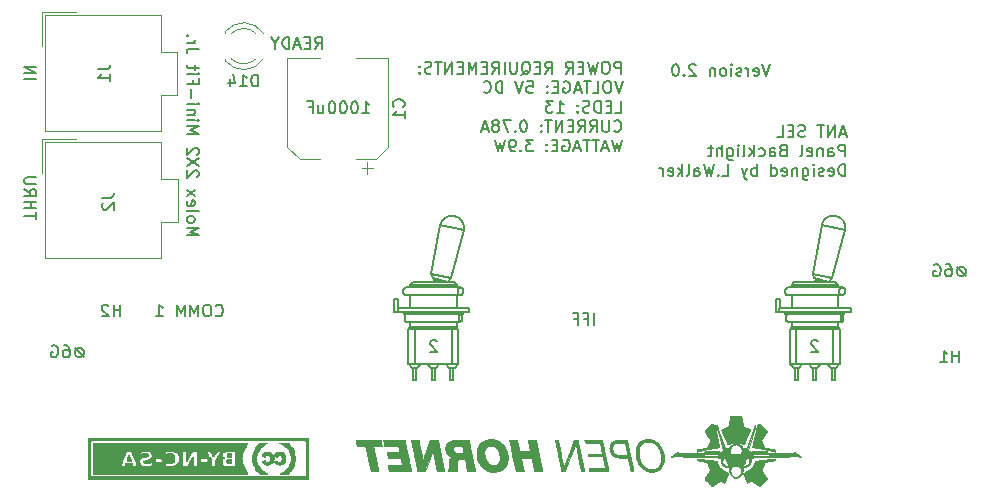
<source format=gbr>
G04 #@! TF.GenerationSoftware,KiCad,Pcbnew,(5.1.6)-1*
G04 #@! TF.CreationDate,2021-02-10T23:04:56+11:00*
G04 #@! TF.ProjectId,ANT SEL Panel PCB V2,414e5420-5345-44c2-9050-616e656c2050,rev?*
G04 #@! TF.SameCoordinates,Original*
G04 #@! TF.FileFunction,Legend,Bot*
G04 #@! TF.FilePolarity,Positive*
%FSLAX46Y46*%
G04 Gerber Fmt 4.6, Leading zero omitted, Abs format (unit mm)*
G04 Created by KiCad (PCBNEW (5.1.6)-1) date 2021-02-10 23:04:56*
%MOMM*%
%LPD*%
G01*
G04 APERTURE LIST*
%ADD10C,0.150000*%
%ADD11C,0.120000*%
%ADD12C,0.010000*%
%ADD13C,0.200000*%
G04 APERTURE END LIST*
D10*
X128823404Y-44066180D02*
X128823404Y-43066180D01*
X128442452Y-43066180D01*
X128347214Y-43113800D01*
X128299595Y-43161419D01*
X128251976Y-43256657D01*
X128251976Y-43399514D01*
X128299595Y-43494752D01*
X128347214Y-43542371D01*
X128442452Y-43589990D01*
X128823404Y-43589990D01*
X127632928Y-43066180D02*
X127442452Y-43066180D01*
X127347214Y-43113800D01*
X127251976Y-43209038D01*
X127204357Y-43399514D01*
X127204357Y-43732847D01*
X127251976Y-43923323D01*
X127347214Y-44018561D01*
X127442452Y-44066180D01*
X127632928Y-44066180D01*
X127728166Y-44018561D01*
X127823404Y-43923323D01*
X127871023Y-43732847D01*
X127871023Y-43399514D01*
X127823404Y-43209038D01*
X127728166Y-43113800D01*
X127632928Y-43066180D01*
X126871023Y-43066180D02*
X126632928Y-44066180D01*
X126442452Y-43351895D01*
X126251976Y-44066180D01*
X126013880Y-43066180D01*
X125632928Y-43542371D02*
X125299595Y-43542371D01*
X125156738Y-44066180D02*
X125632928Y-44066180D01*
X125632928Y-43066180D01*
X125156738Y-43066180D01*
X124156738Y-44066180D02*
X124490071Y-43589990D01*
X124728166Y-44066180D02*
X124728166Y-43066180D01*
X124347214Y-43066180D01*
X124251976Y-43113800D01*
X124204357Y-43161419D01*
X124156738Y-43256657D01*
X124156738Y-43399514D01*
X124204357Y-43494752D01*
X124251976Y-43542371D01*
X124347214Y-43589990D01*
X124728166Y-43589990D01*
X122394833Y-44066180D02*
X122728166Y-43589990D01*
X122966261Y-44066180D02*
X122966261Y-43066180D01*
X122585309Y-43066180D01*
X122490071Y-43113800D01*
X122442452Y-43161419D01*
X122394833Y-43256657D01*
X122394833Y-43399514D01*
X122442452Y-43494752D01*
X122490071Y-43542371D01*
X122585309Y-43589990D01*
X122966261Y-43589990D01*
X121966261Y-43542371D02*
X121632928Y-43542371D01*
X121490071Y-44066180D02*
X121966261Y-44066180D01*
X121966261Y-43066180D01*
X121490071Y-43066180D01*
X120394833Y-44161419D02*
X120490071Y-44113800D01*
X120585309Y-44018561D01*
X120728166Y-43875704D01*
X120823404Y-43828085D01*
X120918642Y-43828085D01*
X120871023Y-44066180D02*
X120966261Y-44018561D01*
X121061500Y-43923323D01*
X121109119Y-43732847D01*
X121109119Y-43399514D01*
X121061500Y-43209038D01*
X120966261Y-43113800D01*
X120871023Y-43066180D01*
X120680547Y-43066180D01*
X120585309Y-43113800D01*
X120490071Y-43209038D01*
X120442452Y-43399514D01*
X120442452Y-43732847D01*
X120490071Y-43923323D01*
X120585309Y-44018561D01*
X120680547Y-44066180D01*
X120871023Y-44066180D01*
X120013880Y-43066180D02*
X120013880Y-43875704D01*
X119966261Y-43970942D01*
X119918642Y-44018561D01*
X119823404Y-44066180D01*
X119632928Y-44066180D01*
X119537690Y-44018561D01*
X119490071Y-43970942D01*
X119442452Y-43875704D01*
X119442452Y-43066180D01*
X118966261Y-44066180D02*
X118966261Y-43066180D01*
X117918642Y-44066180D02*
X118251976Y-43589990D01*
X118490071Y-44066180D02*
X118490071Y-43066180D01*
X118109119Y-43066180D01*
X118013880Y-43113800D01*
X117966261Y-43161419D01*
X117918642Y-43256657D01*
X117918642Y-43399514D01*
X117966261Y-43494752D01*
X118013880Y-43542371D01*
X118109119Y-43589990D01*
X118490071Y-43589990D01*
X117490071Y-43542371D02*
X117156738Y-43542371D01*
X117013880Y-44066180D02*
X117490071Y-44066180D01*
X117490071Y-43066180D01*
X117013880Y-43066180D01*
X116585309Y-44066180D02*
X116585309Y-43066180D01*
X116251976Y-43780466D01*
X115918642Y-43066180D01*
X115918642Y-44066180D01*
X115442452Y-43542371D02*
X115109119Y-43542371D01*
X114966261Y-44066180D02*
X115442452Y-44066180D01*
X115442452Y-43066180D01*
X114966261Y-43066180D01*
X114537690Y-44066180D02*
X114537690Y-43066180D01*
X113966261Y-44066180D01*
X113966261Y-43066180D01*
X113632928Y-43066180D02*
X113061500Y-43066180D01*
X113347214Y-44066180D02*
X113347214Y-43066180D01*
X112775785Y-44018561D02*
X112632928Y-44066180D01*
X112394833Y-44066180D01*
X112299595Y-44018561D01*
X112251976Y-43970942D01*
X112204357Y-43875704D01*
X112204357Y-43780466D01*
X112251976Y-43685228D01*
X112299595Y-43637609D01*
X112394833Y-43589990D01*
X112585309Y-43542371D01*
X112680547Y-43494752D01*
X112728166Y-43447133D01*
X112775785Y-43351895D01*
X112775785Y-43256657D01*
X112728166Y-43161419D01*
X112680547Y-43113800D01*
X112585309Y-43066180D01*
X112347214Y-43066180D01*
X112204357Y-43113800D01*
X111775785Y-43970942D02*
X111728166Y-44018561D01*
X111775785Y-44066180D01*
X111823404Y-44018561D01*
X111775785Y-43970942D01*
X111775785Y-44066180D01*
X111775785Y-43447133D02*
X111728166Y-43494752D01*
X111775785Y-43542371D01*
X111823404Y-43494752D01*
X111775785Y-43447133D01*
X111775785Y-43542371D01*
X128966261Y-44716180D02*
X128632928Y-45716180D01*
X128299595Y-44716180D01*
X127775785Y-44716180D02*
X127585309Y-44716180D01*
X127490071Y-44763800D01*
X127394833Y-44859038D01*
X127347214Y-45049514D01*
X127347214Y-45382847D01*
X127394833Y-45573323D01*
X127490071Y-45668561D01*
X127585309Y-45716180D01*
X127775785Y-45716180D01*
X127871023Y-45668561D01*
X127966261Y-45573323D01*
X128013880Y-45382847D01*
X128013880Y-45049514D01*
X127966261Y-44859038D01*
X127871023Y-44763800D01*
X127775785Y-44716180D01*
X126442452Y-45716180D02*
X126918642Y-45716180D01*
X126918642Y-44716180D01*
X126251976Y-44716180D02*
X125680547Y-44716180D01*
X125966261Y-45716180D02*
X125966261Y-44716180D01*
X125394833Y-45430466D02*
X124918642Y-45430466D01*
X125490071Y-45716180D02*
X125156738Y-44716180D01*
X124823404Y-45716180D01*
X123966261Y-44763800D02*
X124061500Y-44716180D01*
X124204357Y-44716180D01*
X124347214Y-44763800D01*
X124442452Y-44859038D01*
X124490071Y-44954276D01*
X124537690Y-45144752D01*
X124537690Y-45287609D01*
X124490071Y-45478085D01*
X124442452Y-45573323D01*
X124347214Y-45668561D01*
X124204357Y-45716180D01*
X124109119Y-45716180D01*
X123966261Y-45668561D01*
X123918642Y-45620942D01*
X123918642Y-45287609D01*
X124109119Y-45287609D01*
X123490071Y-45192371D02*
X123156738Y-45192371D01*
X123013880Y-45716180D02*
X123490071Y-45716180D01*
X123490071Y-44716180D01*
X123013880Y-44716180D01*
X122585309Y-45620942D02*
X122537690Y-45668561D01*
X122585309Y-45716180D01*
X122632928Y-45668561D01*
X122585309Y-45620942D01*
X122585309Y-45716180D01*
X122585309Y-45097133D02*
X122537690Y-45144752D01*
X122585309Y-45192371D01*
X122632928Y-45144752D01*
X122585309Y-45097133D01*
X122585309Y-45192371D01*
X120871023Y-44716180D02*
X121347214Y-44716180D01*
X121394833Y-45192371D01*
X121347214Y-45144752D01*
X121251976Y-45097133D01*
X121013880Y-45097133D01*
X120918642Y-45144752D01*
X120871023Y-45192371D01*
X120823404Y-45287609D01*
X120823404Y-45525704D01*
X120871023Y-45620942D01*
X120918642Y-45668561D01*
X121013880Y-45716180D01*
X121251976Y-45716180D01*
X121347214Y-45668561D01*
X121394833Y-45620942D01*
X120537690Y-44716180D02*
X120204357Y-45716180D01*
X119871023Y-44716180D01*
X118775785Y-45716180D02*
X118775785Y-44716180D01*
X118537690Y-44716180D01*
X118394833Y-44763800D01*
X118299595Y-44859038D01*
X118251976Y-44954276D01*
X118204357Y-45144752D01*
X118204357Y-45287609D01*
X118251976Y-45478085D01*
X118299595Y-45573323D01*
X118394833Y-45668561D01*
X118537690Y-45716180D01*
X118775785Y-45716180D01*
X117204357Y-45620942D02*
X117251976Y-45668561D01*
X117394833Y-45716180D01*
X117490071Y-45716180D01*
X117632928Y-45668561D01*
X117728166Y-45573323D01*
X117775785Y-45478085D01*
X117823404Y-45287609D01*
X117823404Y-45144752D01*
X117775785Y-44954276D01*
X117728166Y-44859038D01*
X117632928Y-44763800D01*
X117490071Y-44716180D01*
X117394833Y-44716180D01*
X117251976Y-44763800D01*
X117204357Y-44811419D01*
X128347214Y-47366180D02*
X128823404Y-47366180D01*
X128823404Y-46366180D01*
X128013880Y-46842371D02*
X127680547Y-46842371D01*
X127537690Y-47366180D02*
X128013880Y-47366180D01*
X128013880Y-46366180D01*
X127537690Y-46366180D01*
X127109119Y-47366180D02*
X127109119Y-46366180D01*
X126871023Y-46366180D01*
X126728166Y-46413800D01*
X126632928Y-46509038D01*
X126585309Y-46604276D01*
X126537690Y-46794752D01*
X126537690Y-46937609D01*
X126585309Y-47128085D01*
X126632928Y-47223323D01*
X126728166Y-47318561D01*
X126871023Y-47366180D01*
X127109119Y-47366180D01*
X126156738Y-47318561D02*
X126013880Y-47366180D01*
X125775785Y-47366180D01*
X125680547Y-47318561D01*
X125632928Y-47270942D01*
X125585309Y-47175704D01*
X125585309Y-47080466D01*
X125632928Y-46985228D01*
X125680547Y-46937609D01*
X125775785Y-46889990D01*
X125966261Y-46842371D01*
X126061500Y-46794752D01*
X126109119Y-46747133D01*
X126156738Y-46651895D01*
X126156738Y-46556657D01*
X126109119Y-46461419D01*
X126061500Y-46413800D01*
X125966261Y-46366180D01*
X125728166Y-46366180D01*
X125585309Y-46413800D01*
X125156738Y-47270942D02*
X125109119Y-47318561D01*
X125156738Y-47366180D01*
X125204357Y-47318561D01*
X125156738Y-47270942D01*
X125156738Y-47366180D01*
X125156738Y-46747133D02*
X125109119Y-46794752D01*
X125156738Y-46842371D01*
X125204357Y-46794752D01*
X125156738Y-46747133D01*
X125156738Y-46842371D01*
X123394833Y-47366180D02*
X123966261Y-47366180D01*
X123680547Y-47366180D02*
X123680547Y-46366180D01*
X123775785Y-46509038D01*
X123871023Y-46604276D01*
X123966261Y-46651895D01*
X123061500Y-46366180D02*
X122442452Y-46366180D01*
X122775785Y-46747133D01*
X122632928Y-46747133D01*
X122537690Y-46794752D01*
X122490071Y-46842371D01*
X122442452Y-46937609D01*
X122442452Y-47175704D01*
X122490071Y-47270942D01*
X122537690Y-47318561D01*
X122632928Y-47366180D01*
X122918642Y-47366180D01*
X123013880Y-47318561D01*
X123061500Y-47270942D01*
X128251976Y-48920942D02*
X128299595Y-48968561D01*
X128442452Y-49016180D01*
X128537690Y-49016180D01*
X128680547Y-48968561D01*
X128775785Y-48873323D01*
X128823404Y-48778085D01*
X128871023Y-48587609D01*
X128871023Y-48444752D01*
X128823404Y-48254276D01*
X128775785Y-48159038D01*
X128680547Y-48063800D01*
X128537690Y-48016180D01*
X128442452Y-48016180D01*
X128299595Y-48063800D01*
X128251976Y-48111419D01*
X127823404Y-48016180D02*
X127823404Y-48825704D01*
X127775785Y-48920942D01*
X127728166Y-48968561D01*
X127632928Y-49016180D01*
X127442452Y-49016180D01*
X127347214Y-48968561D01*
X127299595Y-48920942D01*
X127251976Y-48825704D01*
X127251976Y-48016180D01*
X126204357Y-49016180D02*
X126537690Y-48539990D01*
X126775785Y-49016180D02*
X126775785Y-48016180D01*
X126394833Y-48016180D01*
X126299595Y-48063800D01*
X126251976Y-48111419D01*
X126204357Y-48206657D01*
X126204357Y-48349514D01*
X126251976Y-48444752D01*
X126299595Y-48492371D01*
X126394833Y-48539990D01*
X126775785Y-48539990D01*
X125204357Y-49016180D02*
X125537690Y-48539990D01*
X125775785Y-49016180D02*
X125775785Y-48016180D01*
X125394833Y-48016180D01*
X125299595Y-48063800D01*
X125251976Y-48111419D01*
X125204357Y-48206657D01*
X125204357Y-48349514D01*
X125251976Y-48444752D01*
X125299595Y-48492371D01*
X125394833Y-48539990D01*
X125775785Y-48539990D01*
X124775785Y-48492371D02*
X124442452Y-48492371D01*
X124299595Y-49016180D02*
X124775785Y-49016180D01*
X124775785Y-48016180D01*
X124299595Y-48016180D01*
X123871023Y-49016180D02*
X123871023Y-48016180D01*
X123299595Y-49016180D01*
X123299595Y-48016180D01*
X122966261Y-48016180D02*
X122394833Y-48016180D01*
X122680547Y-49016180D02*
X122680547Y-48016180D01*
X122061500Y-48920942D02*
X122013880Y-48968561D01*
X122061500Y-49016180D01*
X122109119Y-48968561D01*
X122061500Y-48920942D01*
X122061500Y-49016180D01*
X122061500Y-48397133D02*
X122013880Y-48444752D01*
X122061500Y-48492371D01*
X122109119Y-48444752D01*
X122061500Y-48397133D01*
X122061500Y-48492371D01*
X120632928Y-48016180D02*
X120537690Y-48016180D01*
X120442452Y-48063800D01*
X120394833Y-48111419D01*
X120347214Y-48206657D01*
X120299595Y-48397133D01*
X120299595Y-48635228D01*
X120347214Y-48825704D01*
X120394833Y-48920942D01*
X120442452Y-48968561D01*
X120537690Y-49016180D01*
X120632928Y-49016180D01*
X120728166Y-48968561D01*
X120775785Y-48920942D01*
X120823404Y-48825704D01*
X120871023Y-48635228D01*
X120871023Y-48397133D01*
X120823404Y-48206657D01*
X120775785Y-48111419D01*
X120728166Y-48063800D01*
X120632928Y-48016180D01*
X119871023Y-48920942D02*
X119823404Y-48968561D01*
X119871023Y-49016180D01*
X119918642Y-48968561D01*
X119871023Y-48920942D01*
X119871023Y-49016180D01*
X119490071Y-48016180D02*
X118823404Y-48016180D01*
X119251976Y-49016180D01*
X118299595Y-48444752D02*
X118394833Y-48397133D01*
X118442452Y-48349514D01*
X118490071Y-48254276D01*
X118490071Y-48206657D01*
X118442452Y-48111419D01*
X118394833Y-48063800D01*
X118299595Y-48016180D01*
X118109119Y-48016180D01*
X118013880Y-48063800D01*
X117966261Y-48111419D01*
X117918642Y-48206657D01*
X117918642Y-48254276D01*
X117966261Y-48349514D01*
X118013880Y-48397133D01*
X118109119Y-48444752D01*
X118299595Y-48444752D01*
X118394833Y-48492371D01*
X118442452Y-48539990D01*
X118490071Y-48635228D01*
X118490071Y-48825704D01*
X118442452Y-48920942D01*
X118394833Y-48968561D01*
X118299595Y-49016180D01*
X118109119Y-49016180D01*
X118013880Y-48968561D01*
X117966261Y-48920942D01*
X117918642Y-48825704D01*
X117918642Y-48635228D01*
X117966261Y-48539990D01*
X118013880Y-48492371D01*
X118109119Y-48444752D01*
X117537690Y-48730466D02*
X117061500Y-48730466D01*
X117632928Y-49016180D02*
X117299595Y-48016180D01*
X116966261Y-49016180D01*
X128918642Y-49666180D02*
X128680547Y-50666180D01*
X128490071Y-49951895D01*
X128299595Y-50666180D01*
X128061500Y-49666180D01*
X127728166Y-50380466D02*
X127251976Y-50380466D01*
X127823404Y-50666180D02*
X127490071Y-49666180D01*
X127156738Y-50666180D01*
X126966261Y-49666180D02*
X126394833Y-49666180D01*
X126680547Y-50666180D02*
X126680547Y-49666180D01*
X126204357Y-49666180D02*
X125632928Y-49666180D01*
X125918642Y-50666180D02*
X125918642Y-49666180D01*
X125347214Y-50380466D02*
X124871023Y-50380466D01*
X125442452Y-50666180D02*
X125109119Y-49666180D01*
X124775785Y-50666180D01*
X123918642Y-49713800D02*
X124013880Y-49666180D01*
X124156738Y-49666180D01*
X124299595Y-49713800D01*
X124394833Y-49809038D01*
X124442452Y-49904276D01*
X124490071Y-50094752D01*
X124490071Y-50237609D01*
X124442452Y-50428085D01*
X124394833Y-50523323D01*
X124299595Y-50618561D01*
X124156738Y-50666180D01*
X124061500Y-50666180D01*
X123918642Y-50618561D01*
X123871023Y-50570942D01*
X123871023Y-50237609D01*
X124061500Y-50237609D01*
X123442452Y-50142371D02*
X123109119Y-50142371D01*
X122966261Y-50666180D02*
X123442452Y-50666180D01*
X123442452Y-49666180D01*
X122966261Y-49666180D01*
X122537690Y-50570942D02*
X122490071Y-50618561D01*
X122537690Y-50666180D01*
X122585309Y-50618561D01*
X122537690Y-50570942D01*
X122537690Y-50666180D01*
X122537690Y-50047133D02*
X122490071Y-50094752D01*
X122537690Y-50142371D01*
X122585309Y-50094752D01*
X122537690Y-50047133D01*
X122537690Y-50142371D01*
X121394833Y-49666180D02*
X120775785Y-49666180D01*
X121109119Y-50047133D01*
X120966261Y-50047133D01*
X120871023Y-50094752D01*
X120823404Y-50142371D01*
X120775785Y-50237609D01*
X120775785Y-50475704D01*
X120823404Y-50570942D01*
X120871023Y-50618561D01*
X120966261Y-50666180D01*
X121251976Y-50666180D01*
X121347214Y-50618561D01*
X121394833Y-50570942D01*
X120347214Y-50570942D02*
X120299595Y-50618561D01*
X120347214Y-50666180D01*
X120394833Y-50618561D01*
X120347214Y-50570942D01*
X120347214Y-50666180D01*
X119823404Y-50666180D02*
X119632928Y-50666180D01*
X119537690Y-50618561D01*
X119490071Y-50570942D01*
X119394833Y-50428085D01*
X119347214Y-50237609D01*
X119347214Y-49856657D01*
X119394833Y-49761419D01*
X119442452Y-49713800D01*
X119537690Y-49666180D01*
X119728166Y-49666180D01*
X119823404Y-49713800D01*
X119871023Y-49761419D01*
X119918642Y-49856657D01*
X119918642Y-50094752D01*
X119871023Y-50189990D01*
X119823404Y-50237609D01*
X119728166Y-50285228D01*
X119537690Y-50285228D01*
X119442452Y-50237609D01*
X119394833Y-50189990D01*
X119347214Y-50094752D01*
X119013880Y-49666180D02*
X118775785Y-50666180D01*
X118585309Y-49951895D01*
X118394833Y-50666180D01*
X118156738Y-49666180D01*
X106923809Y-47427380D02*
X107495238Y-47427380D01*
X107209523Y-47427380D02*
X107209523Y-46427380D01*
X107304761Y-46570238D01*
X107400000Y-46665476D01*
X107495238Y-46713095D01*
X106304761Y-46427380D02*
X106209523Y-46427380D01*
X106114285Y-46475000D01*
X106066666Y-46522619D01*
X106019047Y-46617857D01*
X105971428Y-46808333D01*
X105971428Y-47046428D01*
X106019047Y-47236904D01*
X106066666Y-47332142D01*
X106114285Y-47379761D01*
X106209523Y-47427380D01*
X106304761Y-47427380D01*
X106400000Y-47379761D01*
X106447619Y-47332142D01*
X106495238Y-47236904D01*
X106542857Y-47046428D01*
X106542857Y-46808333D01*
X106495238Y-46617857D01*
X106447619Y-46522619D01*
X106400000Y-46475000D01*
X106304761Y-46427380D01*
X105352380Y-46427380D02*
X105257142Y-46427380D01*
X105161904Y-46475000D01*
X105114285Y-46522619D01*
X105066666Y-46617857D01*
X105019047Y-46808333D01*
X105019047Y-47046428D01*
X105066666Y-47236904D01*
X105114285Y-47332142D01*
X105161904Y-47379761D01*
X105257142Y-47427380D01*
X105352380Y-47427380D01*
X105447619Y-47379761D01*
X105495238Y-47332142D01*
X105542857Y-47236904D01*
X105590476Y-47046428D01*
X105590476Y-46808333D01*
X105542857Y-46617857D01*
X105495238Y-46522619D01*
X105447619Y-46475000D01*
X105352380Y-46427380D01*
X104400000Y-46427380D02*
X104304761Y-46427380D01*
X104209523Y-46475000D01*
X104161904Y-46522619D01*
X104114285Y-46617857D01*
X104066666Y-46808333D01*
X104066666Y-47046428D01*
X104114285Y-47236904D01*
X104161904Y-47332142D01*
X104209523Y-47379761D01*
X104304761Y-47427380D01*
X104400000Y-47427380D01*
X104495238Y-47379761D01*
X104542857Y-47332142D01*
X104590476Y-47236904D01*
X104638095Y-47046428D01*
X104638095Y-46808333D01*
X104590476Y-46617857D01*
X104542857Y-46522619D01*
X104495238Y-46475000D01*
X104400000Y-46427380D01*
X103209523Y-46760714D02*
X103209523Y-47427380D01*
X103638095Y-46760714D02*
X103638095Y-47284523D01*
X103590476Y-47379761D01*
X103495238Y-47427380D01*
X103352380Y-47427380D01*
X103257142Y-47379761D01*
X103209523Y-47332142D01*
X102400000Y-46903571D02*
X102733333Y-46903571D01*
X102733333Y-47427380D02*
X102733333Y-46427380D01*
X102257142Y-46427380D01*
X102925000Y-41977380D02*
X103258333Y-41501190D01*
X103496428Y-41977380D02*
X103496428Y-40977380D01*
X103115476Y-40977380D01*
X103020238Y-41025000D01*
X102972619Y-41072619D01*
X102925000Y-41167857D01*
X102925000Y-41310714D01*
X102972619Y-41405952D01*
X103020238Y-41453571D01*
X103115476Y-41501190D01*
X103496428Y-41501190D01*
X102496428Y-41453571D02*
X102163095Y-41453571D01*
X102020238Y-41977380D02*
X102496428Y-41977380D01*
X102496428Y-40977380D01*
X102020238Y-40977380D01*
X101639285Y-41691666D02*
X101163095Y-41691666D01*
X101734523Y-41977380D02*
X101401190Y-40977380D01*
X101067857Y-41977380D01*
X100734523Y-41977380D02*
X100734523Y-40977380D01*
X100496428Y-40977380D01*
X100353571Y-41025000D01*
X100258333Y-41120238D01*
X100210714Y-41215476D01*
X100163095Y-41405952D01*
X100163095Y-41548809D01*
X100210714Y-41739285D01*
X100258333Y-41834523D01*
X100353571Y-41929761D01*
X100496428Y-41977380D01*
X100734523Y-41977380D01*
X99544047Y-41501190D02*
X99544047Y-41977380D01*
X99877380Y-40977380D02*
X99544047Y-41501190D01*
X99210714Y-40977380D01*
X113235714Y-66747619D02*
X113188095Y-66700000D01*
X113092857Y-66652380D01*
X112854761Y-66652380D01*
X112759523Y-66700000D01*
X112711904Y-66747619D01*
X112664285Y-66842857D01*
X112664285Y-66938095D01*
X112711904Y-67080952D01*
X113283333Y-67652380D01*
X112664285Y-67652380D01*
X145485714Y-66747619D02*
X145438095Y-66700000D01*
X145342857Y-66652380D01*
X145104761Y-66652380D01*
X145009523Y-66700000D01*
X144961904Y-66747619D01*
X144914285Y-66842857D01*
X144914285Y-66938095D01*
X144961904Y-67080952D01*
X145533333Y-67652380D01*
X144914285Y-67652380D01*
X141444456Y-43280080D02*
X141111122Y-44280080D01*
X140777789Y-43280080D01*
X140063503Y-44232461D02*
X140158741Y-44280080D01*
X140349218Y-44280080D01*
X140444456Y-44232461D01*
X140492075Y-44137223D01*
X140492075Y-43756271D01*
X140444456Y-43661033D01*
X140349218Y-43613414D01*
X140158741Y-43613414D01*
X140063503Y-43661033D01*
X140015884Y-43756271D01*
X140015884Y-43851509D01*
X140492075Y-43946747D01*
X139587313Y-44280080D02*
X139587313Y-43613414D01*
X139587313Y-43803890D02*
X139539694Y-43708652D01*
X139492075Y-43661033D01*
X139396837Y-43613414D01*
X139301599Y-43613414D01*
X139015884Y-44232461D02*
X138920646Y-44280080D01*
X138730170Y-44280080D01*
X138634932Y-44232461D01*
X138587313Y-44137223D01*
X138587313Y-44089604D01*
X138634932Y-43994366D01*
X138730170Y-43946747D01*
X138873027Y-43946747D01*
X138968265Y-43899128D01*
X139015884Y-43803890D01*
X139015884Y-43756271D01*
X138968265Y-43661033D01*
X138873027Y-43613414D01*
X138730170Y-43613414D01*
X138634932Y-43661033D01*
X138158741Y-44280080D02*
X138158741Y-43613414D01*
X138158741Y-43280080D02*
X138206360Y-43327700D01*
X138158741Y-43375319D01*
X138111122Y-43327700D01*
X138158741Y-43280080D01*
X138158741Y-43375319D01*
X137539694Y-44280080D02*
X137634932Y-44232461D01*
X137682551Y-44184842D01*
X137730170Y-44089604D01*
X137730170Y-43803890D01*
X137682551Y-43708652D01*
X137634932Y-43661033D01*
X137539694Y-43613414D01*
X137396837Y-43613414D01*
X137301599Y-43661033D01*
X137253980Y-43708652D01*
X137206360Y-43803890D01*
X137206360Y-44089604D01*
X137253980Y-44184842D01*
X137301599Y-44232461D01*
X137396837Y-44280080D01*
X137539694Y-44280080D01*
X136777789Y-43613414D02*
X136777789Y-44280080D01*
X136777789Y-43708652D02*
X136730170Y-43661033D01*
X136634932Y-43613414D01*
X136492075Y-43613414D01*
X136396837Y-43661033D01*
X136349218Y-43756271D01*
X136349218Y-44280080D01*
X135158741Y-43375319D02*
X135111122Y-43327700D01*
X135015884Y-43280080D01*
X134777789Y-43280080D01*
X134682551Y-43327700D01*
X134634932Y-43375319D01*
X134587313Y-43470557D01*
X134587313Y-43565795D01*
X134634932Y-43708652D01*
X135206360Y-44280080D01*
X134587313Y-44280080D01*
X134158741Y-44184842D02*
X134111122Y-44232461D01*
X134158741Y-44280080D01*
X134206360Y-44232461D01*
X134158741Y-44184842D01*
X134158741Y-44280080D01*
X133492075Y-43280080D02*
X133396837Y-43280080D01*
X133301599Y-43327700D01*
X133253980Y-43375319D01*
X133206360Y-43470557D01*
X133158741Y-43661033D01*
X133158741Y-43899128D01*
X133206360Y-44089604D01*
X133253980Y-44184842D01*
X133301599Y-44232461D01*
X133396837Y-44280080D01*
X133492075Y-44280080D01*
X133587313Y-44232461D01*
X133634932Y-44184842D01*
X133682551Y-44089604D01*
X133730170Y-43899128D01*
X133730170Y-43661033D01*
X133682551Y-43470557D01*
X133634932Y-43375319D01*
X133587313Y-43327700D01*
X133492075Y-43280080D01*
X126536342Y-65374780D02*
X126536342Y-64374780D01*
X125726819Y-64850971D02*
X126060152Y-64850971D01*
X126060152Y-65374780D02*
X126060152Y-64374780D01*
X125583961Y-64374780D01*
X124869676Y-64850971D02*
X125203009Y-64850971D01*
X125203009Y-65374780D02*
X125203009Y-64374780D01*
X124726819Y-64374780D01*
X94505185Y-64530242D02*
X94552804Y-64577861D01*
X94695661Y-64625480D01*
X94790900Y-64625480D01*
X94933757Y-64577861D01*
X95028995Y-64482623D01*
X95076614Y-64387385D01*
X95124233Y-64196909D01*
X95124233Y-64054052D01*
X95076614Y-63863576D01*
X95028995Y-63768338D01*
X94933757Y-63673100D01*
X94790900Y-63625480D01*
X94695661Y-63625480D01*
X94552804Y-63673100D01*
X94505185Y-63720719D01*
X93886138Y-63625480D02*
X93695661Y-63625480D01*
X93600423Y-63673100D01*
X93505185Y-63768338D01*
X93457566Y-63958814D01*
X93457566Y-64292147D01*
X93505185Y-64482623D01*
X93600423Y-64577861D01*
X93695661Y-64625480D01*
X93886138Y-64625480D01*
X93981376Y-64577861D01*
X94076614Y-64482623D01*
X94124233Y-64292147D01*
X94124233Y-63958814D01*
X94076614Y-63768338D01*
X93981376Y-63673100D01*
X93886138Y-63625480D01*
X93028995Y-64625480D02*
X93028995Y-63625480D01*
X92695661Y-64339766D01*
X92362328Y-63625480D01*
X92362328Y-64625480D01*
X91886138Y-64625480D02*
X91886138Y-63625480D01*
X91552804Y-64339766D01*
X91219471Y-63625480D01*
X91219471Y-64625480D01*
X89457566Y-64625480D02*
X90028995Y-64625480D01*
X89743280Y-64625480D02*
X89743280Y-63625480D01*
X89838519Y-63768338D01*
X89933757Y-63863576D01*
X90028995Y-63911195D01*
X147842283Y-49143946D02*
X147366093Y-49143946D01*
X147937521Y-49429660D02*
X147604188Y-48429660D01*
X147270855Y-49429660D01*
X146937521Y-49429660D02*
X146937521Y-48429660D01*
X146366093Y-49429660D01*
X146366093Y-48429660D01*
X146032760Y-48429660D02*
X145461331Y-48429660D01*
X145747045Y-49429660D02*
X145747045Y-48429660D01*
X144413712Y-49382041D02*
X144270855Y-49429660D01*
X144032760Y-49429660D01*
X143937521Y-49382041D01*
X143889902Y-49334422D01*
X143842283Y-49239184D01*
X143842283Y-49143946D01*
X143889902Y-49048708D01*
X143937521Y-49001089D01*
X144032760Y-48953470D01*
X144223236Y-48905851D01*
X144318474Y-48858232D01*
X144366093Y-48810613D01*
X144413712Y-48715375D01*
X144413712Y-48620137D01*
X144366093Y-48524899D01*
X144318474Y-48477280D01*
X144223236Y-48429660D01*
X143985140Y-48429660D01*
X143842283Y-48477280D01*
X143413712Y-48905851D02*
X143080379Y-48905851D01*
X142937521Y-49429660D02*
X143413712Y-49429660D01*
X143413712Y-48429660D01*
X142937521Y-48429660D01*
X142032760Y-49429660D02*
X142508950Y-49429660D01*
X142508950Y-48429660D01*
X147794664Y-51079660D02*
X147794664Y-50079660D01*
X147413712Y-50079660D01*
X147318474Y-50127280D01*
X147270855Y-50174899D01*
X147223236Y-50270137D01*
X147223236Y-50412994D01*
X147270855Y-50508232D01*
X147318474Y-50555851D01*
X147413712Y-50603470D01*
X147794664Y-50603470D01*
X146366093Y-51079660D02*
X146366093Y-50555851D01*
X146413712Y-50460613D01*
X146508950Y-50412994D01*
X146699426Y-50412994D01*
X146794664Y-50460613D01*
X146366093Y-51032041D02*
X146461331Y-51079660D01*
X146699426Y-51079660D01*
X146794664Y-51032041D01*
X146842283Y-50936803D01*
X146842283Y-50841565D01*
X146794664Y-50746327D01*
X146699426Y-50698708D01*
X146461331Y-50698708D01*
X146366093Y-50651089D01*
X145889902Y-50412994D02*
X145889902Y-51079660D01*
X145889902Y-50508232D02*
X145842283Y-50460613D01*
X145747045Y-50412994D01*
X145604188Y-50412994D01*
X145508950Y-50460613D01*
X145461331Y-50555851D01*
X145461331Y-51079660D01*
X144604188Y-51032041D02*
X144699426Y-51079660D01*
X144889902Y-51079660D01*
X144985140Y-51032041D01*
X145032760Y-50936803D01*
X145032760Y-50555851D01*
X144985140Y-50460613D01*
X144889902Y-50412994D01*
X144699426Y-50412994D01*
X144604188Y-50460613D01*
X144556569Y-50555851D01*
X144556569Y-50651089D01*
X145032760Y-50746327D01*
X143985140Y-51079660D02*
X144080379Y-51032041D01*
X144127998Y-50936803D01*
X144127998Y-50079660D01*
X142508950Y-50555851D02*
X142366093Y-50603470D01*
X142318474Y-50651089D01*
X142270855Y-50746327D01*
X142270855Y-50889184D01*
X142318474Y-50984422D01*
X142366093Y-51032041D01*
X142461331Y-51079660D01*
X142842283Y-51079660D01*
X142842283Y-50079660D01*
X142508950Y-50079660D01*
X142413712Y-50127280D01*
X142366093Y-50174899D01*
X142318474Y-50270137D01*
X142318474Y-50365375D01*
X142366093Y-50460613D01*
X142413712Y-50508232D01*
X142508950Y-50555851D01*
X142842283Y-50555851D01*
X141413712Y-51079660D02*
X141413712Y-50555851D01*
X141461331Y-50460613D01*
X141556569Y-50412994D01*
X141747045Y-50412994D01*
X141842283Y-50460613D01*
X141413712Y-51032041D02*
X141508950Y-51079660D01*
X141747045Y-51079660D01*
X141842283Y-51032041D01*
X141889902Y-50936803D01*
X141889902Y-50841565D01*
X141842283Y-50746327D01*
X141747045Y-50698708D01*
X141508950Y-50698708D01*
X141413712Y-50651089D01*
X140508950Y-51032041D02*
X140604188Y-51079660D01*
X140794664Y-51079660D01*
X140889902Y-51032041D01*
X140937521Y-50984422D01*
X140985140Y-50889184D01*
X140985140Y-50603470D01*
X140937521Y-50508232D01*
X140889902Y-50460613D01*
X140794664Y-50412994D01*
X140604188Y-50412994D01*
X140508950Y-50460613D01*
X140080379Y-51079660D02*
X140080379Y-50079660D01*
X139985140Y-50698708D02*
X139699426Y-51079660D01*
X139699426Y-50412994D02*
X140080379Y-50793946D01*
X139127998Y-51079660D02*
X139223236Y-51032041D01*
X139270855Y-50936803D01*
X139270855Y-50079660D01*
X138747045Y-51079660D02*
X138747045Y-50412994D01*
X138747045Y-50079660D02*
X138794664Y-50127280D01*
X138747045Y-50174899D01*
X138699426Y-50127280D01*
X138747045Y-50079660D01*
X138747045Y-50174899D01*
X137842283Y-50412994D02*
X137842283Y-51222518D01*
X137889902Y-51317756D01*
X137937521Y-51365375D01*
X138032760Y-51412994D01*
X138175617Y-51412994D01*
X138270855Y-51365375D01*
X137842283Y-51032041D02*
X137937521Y-51079660D01*
X138127998Y-51079660D01*
X138223236Y-51032041D01*
X138270855Y-50984422D01*
X138318474Y-50889184D01*
X138318474Y-50603470D01*
X138270855Y-50508232D01*
X138223236Y-50460613D01*
X138127998Y-50412994D01*
X137937521Y-50412994D01*
X137842283Y-50460613D01*
X137366093Y-51079660D02*
X137366093Y-50079660D01*
X136937521Y-51079660D02*
X136937521Y-50555851D01*
X136985140Y-50460613D01*
X137080379Y-50412994D01*
X137223236Y-50412994D01*
X137318474Y-50460613D01*
X137366093Y-50508232D01*
X136604188Y-50412994D02*
X136223236Y-50412994D01*
X136461331Y-50079660D02*
X136461331Y-50936803D01*
X136413712Y-51032041D01*
X136318474Y-51079660D01*
X136223236Y-51079660D01*
X147794664Y-52729660D02*
X147794664Y-51729660D01*
X147556569Y-51729660D01*
X147413712Y-51777280D01*
X147318474Y-51872518D01*
X147270855Y-51967756D01*
X147223236Y-52158232D01*
X147223236Y-52301089D01*
X147270855Y-52491565D01*
X147318474Y-52586803D01*
X147413712Y-52682041D01*
X147556569Y-52729660D01*
X147794664Y-52729660D01*
X146413712Y-52682041D02*
X146508950Y-52729660D01*
X146699426Y-52729660D01*
X146794664Y-52682041D01*
X146842283Y-52586803D01*
X146842283Y-52205851D01*
X146794664Y-52110613D01*
X146699426Y-52062994D01*
X146508950Y-52062994D01*
X146413712Y-52110613D01*
X146366093Y-52205851D01*
X146366093Y-52301089D01*
X146842283Y-52396327D01*
X145985140Y-52682041D02*
X145889902Y-52729660D01*
X145699426Y-52729660D01*
X145604188Y-52682041D01*
X145556569Y-52586803D01*
X145556569Y-52539184D01*
X145604188Y-52443946D01*
X145699426Y-52396327D01*
X145842283Y-52396327D01*
X145937521Y-52348708D01*
X145985140Y-52253470D01*
X145985140Y-52205851D01*
X145937521Y-52110613D01*
X145842283Y-52062994D01*
X145699426Y-52062994D01*
X145604188Y-52110613D01*
X145127998Y-52729660D02*
X145127998Y-52062994D01*
X145127998Y-51729660D02*
X145175617Y-51777280D01*
X145127998Y-51824899D01*
X145080379Y-51777280D01*
X145127998Y-51729660D01*
X145127998Y-51824899D01*
X144223236Y-52062994D02*
X144223236Y-52872518D01*
X144270855Y-52967756D01*
X144318474Y-53015375D01*
X144413712Y-53062994D01*
X144556569Y-53062994D01*
X144651807Y-53015375D01*
X144223236Y-52682041D02*
X144318474Y-52729660D01*
X144508950Y-52729660D01*
X144604188Y-52682041D01*
X144651807Y-52634422D01*
X144699426Y-52539184D01*
X144699426Y-52253470D01*
X144651807Y-52158232D01*
X144604188Y-52110613D01*
X144508950Y-52062994D01*
X144318474Y-52062994D01*
X144223236Y-52110613D01*
X143747045Y-52062994D02*
X143747045Y-52729660D01*
X143747045Y-52158232D02*
X143699426Y-52110613D01*
X143604188Y-52062994D01*
X143461331Y-52062994D01*
X143366093Y-52110613D01*
X143318474Y-52205851D01*
X143318474Y-52729660D01*
X142461331Y-52682041D02*
X142556569Y-52729660D01*
X142747045Y-52729660D01*
X142842283Y-52682041D01*
X142889902Y-52586803D01*
X142889902Y-52205851D01*
X142842283Y-52110613D01*
X142747045Y-52062994D01*
X142556569Y-52062994D01*
X142461331Y-52110613D01*
X142413712Y-52205851D01*
X142413712Y-52301089D01*
X142889902Y-52396327D01*
X141556569Y-52729660D02*
X141556569Y-51729660D01*
X141556569Y-52682041D02*
X141651807Y-52729660D01*
X141842283Y-52729660D01*
X141937521Y-52682041D01*
X141985140Y-52634422D01*
X142032760Y-52539184D01*
X142032760Y-52253470D01*
X141985140Y-52158232D01*
X141937521Y-52110613D01*
X141842283Y-52062994D01*
X141651807Y-52062994D01*
X141556569Y-52110613D01*
X140318474Y-52729660D02*
X140318474Y-51729660D01*
X140318474Y-52110613D02*
X140223236Y-52062994D01*
X140032760Y-52062994D01*
X139937521Y-52110613D01*
X139889902Y-52158232D01*
X139842283Y-52253470D01*
X139842283Y-52539184D01*
X139889902Y-52634422D01*
X139937521Y-52682041D01*
X140032760Y-52729660D01*
X140223236Y-52729660D01*
X140318474Y-52682041D01*
X139508950Y-52062994D02*
X139270855Y-52729660D01*
X139032760Y-52062994D02*
X139270855Y-52729660D01*
X139366093Y-52967756D01*
X139413712Y-53015375D01*
X139508950Y-53062994D01*
X137413712Y-52729660D02*
X137889902Y-52729660D01*
X137889902Y-51729660D01*
X137080379Y-52634422D02*
X137032760Y-52682041D01*
X137080379Y-52729660D01*
X137127998Y-52682041D01*
X137080379Y-52634422D01*
X137080379Y-52729660D01*
X136699426Y-51729660D02*
X136461331Y-52729660D01*
X136270855Y-52015375D01*
X136080379Y-52729660D01*
X135842283Y-51729660D01*
X135032760Y-52729660D02*
X135032760Y-52205851D01*
X135080379Y-52110613D01*
X135175617Y-52062994D01*
X135366093Y-52062994D01*
X135461331Y-52110613D01*
X135032760Y-52682041D02*
X135127998Y-52729660D01*
X135366093Y-52729660D01*
X135461331Y-52682041D01*
X135508950Y-52586803D01*
X135508950Y-52491565D01*
X135461331Y-52396327D01*
X135366093Y-52348708D01*
X135127998Y-52348708D01*
X135032760Y-52301089D01*
X134413712Y-52729660D02*
X134508950Y-52682041D01*
X134556569Y-52586803D01*
X134556569Y-51729660D01*
X134032760Y-52729660D02*
X134032760Y-51729660D01*
X133937521Y-52348708D02*
X133651807Y-52729660D01*
X133651807Y-52062994D02*
X134032760Y-52443946D01*
X132842283Y-52682041D02*
X132937521Y-52729660D01*
X133127998Y-52729660D01*
X133223236Y-52682041D01*
X133270855Y-52586803D01*
X133270855Y-52205851D01*
X133223236Y-52110613D01*
X133127998Y-52062994D01*
X132937521Y-52062994D01*
X132842283Y-52110613D01*
X132794664Y-52205851D01*
X132794664Y-52301089D01*
X133270855Y-52396327D01*
X132366093Y-52729660D02*
X132366093Y-52062994D01*
X132366093Y-52253470D02*
X132318474Y-52158232D01*
X132270855Y-52110613D01*
X132175617Y-52062994D01*
X132080379Y-52062994D01*
X79323179Y-56377293D02*
X79323179Y-55805864D01*
X78323179Y-56091579D02*
X79323179Y-56091579D01*
X78323179Y-55472531D02*
X79323179Y-55472531D01*
X78846988Y-55472531D02*
X78846988Y-54901102D01*
X78323179Y-54901102D02*
X79323179Y-54901102D01*
X78323179Y-53853483D02*
X78799369Y-54186817D01*
X78323179Y-54424912D02*
X79323179Y-54424912D01*
X79323179Y-54043960D01*
X79275560Y-53948721D01*
X79227940Y-53901102D01*
X79132702Y-53853483D01*
X78989845Y-53853483D01*
X78894607Y-53901102D01*
X78846988Y-53948721D01*
X78799369Y-54043960D01*
X78799369Y-54424912D01*
X79323179Y-53424912D02*
X78513655Y-53424912D01*
X78418417Y-53377293D01*
X78370798Y-53329674D01*
X78323179Y-53234436D01*
X78323179Y-53043960D01*
X78370798Y-52948721D01*
X78418417Y-52901102D01*
X78513655Y-52853483D01*
X79323179Y-52853483D01*
X78323179Y-44526769D02*
X79323179Y-44526769D01*
X78323179Y-44050579D02*
X79323179Y-44050579D01*
X78323179Y-43479150D01*
X79323179Y-43479150D01*
X92067119Y-57779180D02*
X93067119Y-57779180D01*
X92352833Y-57445847D01*
X93067119Y-57112514D01*
X92067119Y-57112514D01*
X92067119Y-56493466D02*
X92114738Y-56588704D01*
X92162357Y-56636323D01*
X92257595Y-56683942D01*
X92543309Y-56683942D01*
X92638547Y-56636323D01*
X92686166Y-56588704D01*
X92733785Y-56493466D01*
X92733785Y-56350609D01*
X92686166Y-56255371D01*
X92638547Y-56207752D01*
X92543309Y-56160133D01*
X92257595Y-56160133D01*
X92162357Y-56207752D01*
X92114738Y-56255371D01*
X92067119Y-56350609D01*
X92067119Y-56493466D01*
X92067119Y-55588704D02*
X92114738Y-55683942D01*
X92209976Y-55731561D01*
X93067119Y-55731561D01*
X92114738Y-54826800D02*
X92067119Y-54922038D01*
X92067119Y-55112514D01*
X92114738Y-55207752D01*
X92209976Y-55255371D01*
X92590928Y-55255371D01*
X92686166Y-55207752D01*
X92733785Y-55112514D01*
X92733785Y-54922038D01*
X92686166Y-54826800D01*
X92590928Y-54779180D01*
X92495690Y-54779180D01*
X92400452Y-55255371D01*
X92067119Y-54445847D02*
X92733785Y-53922038D01*
X92733785Y-54445847D02*
X92067119Y-53922038D01*
X92971880Y-52826800D02*
X93019500Y-52779180D01*
X93067119Y-52683942D01*
X93067119Y-52445847D01*
X93019500Y-52350609D01*
X92971880Y-52302990D01*
X92876642Y-52255371D01*
X92781404Y-52255371D01*
X92638547Y-52302990D01*
X92067119Y-52874419D01*
X92067119Y-52255371D01*
X93067119Y-51922038D02*
X92067119Y-51255371D01*
X93067119Y-51255371D02*
X92067119Y-51922038D01*
X92971880Y-50922038D02*
X93019500Y-50874419D01*
X93067119Y-50779180D01*
X93067119Y-50541085D01*
X93019500Y-50445847D01*
X92971880Y-50398228D01*
X92876642Y-50350609D01*
X92781404Y-50350609D01*
X92638547Y-50398228D01*
X92067119Y-50969657D01*
X92067119Y-50350609D01*
X92067119Y-49160133D02*
X93067119Y-49160133D01*
X92352833Y-48826800D01*
X93067119Y-48493466D01*
X92067119Y-48493466D01*
X92067119Y-48017276D02*
X92733785Y-48017276D01*
X93067119Y-48017276D02*
X93019500Y-48064895D01*
X92971880Y-48017276D01*
X93019500Y-47969657D01*
X93067119Y-48017276D01*
X92971880Y-48017276D01*
X92733785Y-47541085D02*
X92067119Y-47541085D01*
X92638547Y-47541085D02*
X92686166Y-47493466D01*
X92733785Y-47398228D01*
X92733785Y-47255371D01*
X92686166Y-47160133D01*
X92590928Y-47112514D01*
X92067119Y-47112514D01*
X92067119Y-46636323D02*
X92733785Y-46636323D01*
X93067119Y-46636323D02*
X93019500Y-46683942D01*
X92971880Y-46636323D01*
X93019500Y-46588704D01*
X93067119Y-46636323D01*
X92971880Y-46636323D01*
X92448071Y-46160133D02*
X92448071Y-45398228D01*
X92590928Y-44588704D02*
X92590928Y-44922038D01*
X92067119Y-44922038D02*
X93067119Y-44922038D01*
X93067119Y-44445847D01*
X92067119Y-44064895D02*
X92733785Y-44064895D01*
X93067119Y-44064895D02*
X93019500Y-44112514D01*
X92971880Y-44064895D01*
X93019500Y-44017276D01*
X93067119Y-44064895D01*
X92971880Y-44064895D01*
X92733785Y-43731561D02*
X92733785Y-43350609D01*
X93067119Y-43588704D02*
X92209976Y-43588704D01*
X92114738Y-43541085D01*
X92067119Y-43445847D01*
X92067119Y-43350609D01*
X93067119Y-41969657D02*
X92352833Y-41969657D01*
X92209976Y-42017276D01*
X92114738Y-42112514D01*
X92067119Y-42255371D01*
X92067119Y-42350609D01*
X92067119Y-41493466D02*
X92733785Y-41493466D01*
X92543309Y-41493466D02*
X92638547Y-41445847D01*
X92686166Y-41398228D01*
X92733785Y-41302990D01*
X92733785Y-41207752D01*
X92162357Y-40874419D02*
X92114738Y-40826800D01*
X92067119Y-40874419D01*
X92114738Y-40922038D01*
X92162357Y-40874419D01*
X92067119Y-40874419D01*
D11*
G04 #@! TO.C,J2*
X79830620Y-49639760D02*
X82680620Y-49639760D01*
X79830620Y-52489760D02*
X79830620Y-49639760D01*
X91290620Y-56599760D02*
X91290620Y-54789760D01*
X89890620Y-56599760D02*
X91290620Y-56599760D01*
X89890620Y-59699760D02*
X89890620Y-56599760D01*
X80070620Y-59699760D02*
X89890620Y-59699760D01*
X80070620Y-54789760D02*
X80070620Y-59699760D01*
X91290620Y-52979760D02*
X91290620Y-54789760D01*
X89890620Y-52979760D02*
X91290620Y-52979760D01*
X89890620Y-49879760D02*
X89890620Y-52979760D01*
X80070620Y-49879760D02*
X89890620Y-49879760D01*
X80070620Y-54789760D02*
X80070620Y-49879760D01*
G04 #@! TO.C,J1*
X79805220Y-38887940D02*
X82655220Y-38887940D01*
X79805220Y-41737940D02*
X79805220Y-38887940D01*
X91265220Y-45847940D02*
X91265220Y-44037940D01*
X89865220Y-45847940D02*
X91265220Y-45847940D01*
X89865220Y-48947940D02*
X89865220Y-45847940D01*
X80045220Y-48947940D02*
X89865220Y-48947940D01*
X80045220Y-44037940D02*
X80045220Y-48947940D01*
X91265220Y-42227940D02*
X91265220Y-44037940D01*
X89865220Y-42227940D02*
X91265220Y-42227940D01*
X89865220Y-39127940D02*
X89865220Y-42227940D01*
X80045220Y-39127940D02*
X89865220Y-39127940D01*
X80045220Y-44037940D02*
X80045220Y-39127940D01*
D12*
G04 #@! TO.C,CC-NC-SA_18mm_x_3.5mm*
G36*
X83742000Y-78316820D02*
G01*
X83672000Y-78316820D01*
X83672000Y-78386820D01*
X83742000Y-78386820D01*
X83742000Y-78316820D01*
G37*
X83742000Y-78316820D02*
X83672000Y-78316820D01*
X83672000Y-78386820D01*
X83742000Y-78386820D01*
X83742000Y-78316820D01*
G36*
X83812000Y-78316820D02*
G01*
X83742000Y-78316820D01*
X83742000Y-78386820D01*
X83812000Y-78386820D01*
X83812000Y-78316820D01*
G37*
X83812000Y-78316820D02*
X83742000Y-78316820D01*
X83742000Y-78386820D01*
X83812000Y-78386820D01*
X83812000Y-78316820D01*
G36*
X83882000Y-78316820D02*
G01*
X83812000Y-78316820D01*
X83812000Y-78386820D01*
X83882000Y-78386820D01*
X83882000Y-78316820D01*
G37*
X83882000Y-78316820D02*
X83812000Y-78316820D01*
X83812000Y-78386820D01*
X83882000Y-78386820D01*
X83882000Y-78316820D01*
G36*
X83952000Y-78316820D02*
G01*
X83882000Y-78316820D01*
X83882000Y-78386820D01*
X83952000Y-78386820D01*
X83952000Y-78316820D01*
G37*
X83952000Y-78316820D02*
X83882000Y-78316820D01*
X83882000Y-78386820D01*
X83952000Y-78386820D01*
X83952000Y-78316820D01*
G36*
X84022000Y-78316820D02*
G01*
X83952000Y-78316820D01*
X83952000Y-78386820D01*
X84022000Y-78386820D01*
X84022000Y-78316820D01*
G37*
X84022000Y-78316820D02*
X83952000Y-78316820D01*
X83952000Y-78386820D01*
X84022000Y-78386820D01*
X84022000Y-78316820D01*
G36*
X84092000Y-78316820D02*
G01*
X84022000Y-78316820D01*
X84022000Y-78386820D01*
X84092000Y-78386820D01*
X84092000Y-78316820D01*
G37*
X84092000Y-78316820D02*
X84022000Y-78316820D01*
X84022000Y-78386820D01*
X84092000Y-78386820D01*
X84092000Y-78316820D01*
G36*
X84162000Y-78316820D02*
G01*
X84092000Y-78316820D01*
X84092000Y-78386820D01*
X84162000Y-78386820D01*
X84162000Y-78316820D01*
G37*
X84162000Y-78316820D02*
X84092000Y-78316820D01*
X84092000Y-78386820D01*
X84162000Y-78386820D01*
X84162000Y-78316820D01*
G36*
X84232000Y-78316820D02*
G01*
X84162000Y-78316820D01*
X84162000Y-78386820D01*
X84232000Y-78386820D01*
X84232000Y-78316820D01*
G37*
X84232000Y-78316820D02*
X84162000Y-78316820D01*
X84162000Y-78386820D01*
X84232000Y-78386820D01*
X84232000Y-78316820D01*
G36*
X84302000Y-78316820D02*
G01*
X84232000Y-78316820D01*
X84232000Y-78386820D01*
X84302000Y-78386820D01*
X84302000Y-78316820D01*
G37*
X84302000Y-78316820D02*
X84232000Y-78316820D01*
X84232000Y-78386820D01*
X84302000Y-78386820D01*
X84302000Y-78316820D01*
G36*
X84372000Y-78316820D02*
G01*
X84302000Y-78316820D01*
X84302000Y-78386820D01*
X84372000Y-78386820D01*
X84372000Y-78316820D01*
G37*
X84372000Y-78316820D02*
X84302000Y-78316820D01*
X84302000Y-78386820D01*
X84372000Y-78386820D01*
X84372000Y-78316820D01*
G36*
X84442000Y-78316820D02*
G01*
X84372000Y-78316820D01*
X84372000Y-78386820D01*
X84442000Y-78386820D01*
X84442000Y-78316820D01*
G37*
X84442000Y-78316820D02*
X84372000Y-78316820D01*
X84372000Y-78386820D01*
X84442000Y-78386820D01*
X84442000Y-78316820D01*
G36*
X84512000Y-78316820D02*
G01*
X84442000Y-78316820D01*
X84442000Y-78386820D01*
X84512000Y-78386820D01*
X84512000Y-78316820D01*
G37*
X84512000Y-78316820D02*
X84442000Y-78316820D01*
X84442000Y-78386820D01*
X84512000Y-78386820D01*
X84512000Y-78316820D01*
G36*
X84582000Y-78316820D02*
G01*
X84512000Y-78316820D01*
X84512000Y-78386820D01*
X84582000Y-78386820D01*
X84582000Y-78316820D01*
G37*
X84582000Y-78316820D02*
X84512000Y-78316820D01*
X84512000Y-78386820D01*
X84582000Y-78386820D01*
X84582000Y-78316820D01*
G36*
X84652000Y-78316820D02*
G01*
X84582000Y-78316820D01*
X84582000Y-78386820D01*
X84652000Y-78386820D01*
X84652000Y-78316820D01*
G37*
X84652000Y-78316820D02*
X84582000Y-78316820D01*
X84582000Y-78386820D01*
X84652000Y-78386820D01*
X84652000Y-78316820D01*
G36*
X84722000Y-78316820D02*
G01*
X84652000Y-78316820D01*
X84652000Y-78386820D01*
X84722000Y-78386820D01*
X84722000Y-78316820D01*
G37*
X84722000Y-78316820D02*
X84652000Y-78316820D01*
X84652000Y-78386820D01*
X84722000Y-78386820D01*
X84722000Y-78316820D01*
G36*
X84792000Y-78316820D02*
G01*
X84722000Y-78316820D01*
X84722000Y-78386820D01*
X84792000Y-78386820D01*
X84792000Y-78316820D01*
G37*
X84792000Y-78316820D02*
X84722000Y-78316820D01*
X84722000Y-78386820D01*
X84792000Y-78386820D01*
X84792000Y-78316820D01*
G36*
X84862000Y-78316820D02*
G01*
X84792000Y-78316820D01*
X84792000Y-78386820D01*
X84862000Y-78386820D01*
X84862000Y-78316820D01*
G37*
X84862000Y-78316820D02*
X84792000Y-78316820D01*
X84792000Y-78386820D01*
X84862000Y-78386820D01*
X84862000Y-78316820D01*
G36*
X84932000Y-78316820D02*
G01*
X84862000Y-78316820D01*
X84862000Y-78386820D01*
X84932000Y-78386820D01*
X84932000Y-78316820D01*
G37*
X84932000Y-78316820D02*
X84862000Y-78316820D01*
X84862000Y-78386820D01*
X84932000Y-78386820D01*
X84932000Y-78316820D01*
G36*
X85002000Y-78316820D02*
G01*
X84932000Y-78316820D01*
X84932000Y-78386820D01*
X85002000Y-78386820D01*
X85002000Y-78316820D01*
G37*
X85002000Y-78316820D02*
X84932000Y-78316820D01*
X84932000Y-78386820D01*
X85002000Y-78386820D01*
X85002000Y-78316820D01*
G36*
X85072000Y-78316820D02*
G01*
X85002000Y-78316820D01*
X85002000Y-78386820D01*
X85072000Y-78386820D01*
X85072000Y-78316820D01*
G37*
X85072000Y-78316820D02*
X85002000Y-78316820D01*
X85002000Y-78386820D01*
X85072000Y-78386820D01*
X85072000Y-78316820D01*
G36*
X85142000Y-78316820D02*
G01*
X85072000Y-78316820D01*
X85072000Y-78386820D01*
X85142000Y-78386820D01*
X85142000Y-78316820D01*
G37*
X85142000Y-78316820D02*
X85072000Y-78316820D01*
X85072000Y-78386820D01*
X85142000Y-78386820D01*
X85142000Y-78316820D01*
G36*
X85212000Y-78316820D02*
G01*
X85142000Y-78316820D01*
X85142000Y-78386820D01*
X85212000Y-78386820D01*
X85212000Y-78316820D01*
G37*
X85212000Y-78316820D02*
X85142000Y-78316820D01*
X85142000Y-78386820D01*
X85212000Y-78386820D01*
X85212000Y-78316820D01*
G36*
X85282000Y-78316820D02*
G01*
X85212000Y-78316820D01*
X85212000Y-78386820D01*
X85282000Y-78386820D01*
X85282000Y-78316820D01*
G37*
X85282000Y-78316820D02*
X85212000Y-78316820D01*
X85212000Y-78386820D01*
X85282000Y-78386820D01*
X85282000Y-78316820D01*
G36*
X85352000Y-78316820D02*
G01*
X85282000Y-78316820D01*
X85282000Y-78386820D01*
X85352000Y-78386820D01*
X85352000Y-78316820D01*
G37*
X85352000Y-78316820D02*
X85282000Y-78316820D01*
X85282000Y-78386820D01*
X85352000Y-78386820D01*
X85352000Y-78316820D01*
G36*
X85422000Y-78316820D02*
G01*
X85352000Y-78316820D01*
X85352000Y-78386820D01*
X85422000Y-78386820D01*
X85422000Y-78316820D01*
G37*
X85422000Y-78316820D02*
X85352000Y-78316820D01*
X85352000Y-78386820D01*
X85422000Y-78386820D01*
X85422000Y-78316820D01*
G36*
X85492000Y-78316820D02*
G01*
X85422000Y-78316820D01*
X85422000Y-78386820D01*
X85492000Y-78386820D01*
X85492000Y-78316820D01*
G37*
X85492000Y-78316820D02*
X85422000Y-78316820D01*
X85422000Y-78386820D01*
X85492000Y-78386820D01*
X85492000Y-78316820D01*
G36*
X85562000Y-78316820D02*
G01*
X85492000Y-78316820D01*
X85492000Y-78386820D01*
X85562000Y-78386820D01*
X85562000Y-78316820D01*
G37*
X85562000Y-78316820D02*
X85492000Y-78316820D01*
X85492000Y-78386820D01*
X85562000Y-78386820D01*
X85562000Y-78316820D01*
G36*
X85632000Y-78316820D02*
G01*
X85562000Y-78316820D01*
X85562000Y-78386820D01*
X85632000Y-78386820D01*
X85632000Y-78316820D01*
G37*
X85632000Y-78316820D02*
X85562000Y-78316820D01*
X85562000Y-78386820D01*
X85632000Y-78386820D01*
X85632000Y-78316820D01*
G36*
X85702000Y-78316820D02*
G01*
X85632000Y-78316820D01*
X85632000Y-78386820D01*
X85702000Y-78386820D01*
X85702000Y-78316820D01*
G37*
X85702000Y-78316820D02*
X85632000Y-78316820D01*
X85632000Y-78386820D01*
X85702000Y-78386820D01*
X85702000Y-78316820D01*
G36*
X85772000Y-78316820D02*
G01*
X85702000Y-78316820D01*
X85702000Y-78386820D01*
X85772000Y-78386820D01*
X85772000Y-78316820D01*
G37*
X85772000Y-78316820D02*
X85702000Y-78316820D01*
X85702000Y-78386820D01*
X85772000Y-78386820D01*
X85772000Y-78316820D01*
G36*
X85842000Y-78316820D02*
G01*
X85772000Y-78316820D01*
X85772000Y-78386820D01*
X85842000Y-78386820D01*
X85842000Y-78316820D01*
G37*
X85842000Y-78316820D02*
X85772000Y-78316820D01*
X85772000Y-78386820D01*
X85842000Y-78386820D01*
X85842000Y-78316820D01*
G36*
X85912000Y-78316820D02*
G01*
X85842000Y-78316820D01*
X85842000Y-78386820D01*
X85912000Y-78386820D01*
X85912000Y-78316820D01*
G37*
X85912000Y-78316820D02*
X85842000Y-78316820D01*
X85842000Y-78386820D01*
X85912000Y-78386820D01*
X85912000Y-78316820D01*
G36*
X85982000Y-78316820D02*
G01*
X85912000Y-78316820D01*
X85912000Y-78386820D01*
X85982000Y-78386820D01*
X85982000Y-78316820D01*
G37*
X85982000Y-78316820D02*
X85912000Y-78316820D01*
X85912000Y-78386820D01*
X85982000Y-78386820D01*
X85982000Y-78316820D01*
G36*
X86052000Y-78316820D02*
G01*
X85982000Y-78316820D01*
X85982000Y-78386820D01*
X86052000Y-78386820D01*
X86052000Y-78316820D01*
G37*
X86052000Y-78316820D02*
X85982000Y-78316820D01*
X85982000Y-78386820D01*
X86052000Y-78386820D01*
X86052000Y-78316820D01*
G36*
X86122000Y-78316820D02*
G01*
X86052000Y-78316820D01*
X86052000Y-78386820D01*
X86122000Y-78386820D01*
X86122000Y-78316820D01*
G37*
X86122000Y-78316820D02*
X86052000Y-78316820D01*
X86052000Y-78386820D01*
X86122000Y-78386820D01*
X86122000Y-78316820D01*
G36*
X86192000Y-78316820D02*
G01*
X86122000Y-78316820D01*
X86122000Y-78386820D01*
X86192000Y-78386820D01*
X86192000Y-78316820D01*
G37*
X86192000Y-78316820D02*
X86122000Y-78316820D01*
X86122000Y-78386820D01*
X86192000Y-78386820D01*
X86192000Y-78316820D01*
G36*
X86262000Y-78316820D02*
G01*
X86192000Y-78316820D01*
X86192000Y-78386820D01*
X86262000Y-78386820D01*
X86262000Y-78316820D01*
G37*
X86262000Y-78316820D02*
X86192000Y-78316820D01*
X86192000Y-78386820D01*
X86262000Y-78386820D01*
X86262000Y-78316820D01*
G36*
X86332000Y-78316820D02*
G01*
X86262000Y-78316820D01*
X86262000Y-78386820D01*
X86332000Y-78386820D01*
X86332000Y-78316820D01*
G37*
X86332000Y-78316820D02*
X86262000Y-78316820D01*
X86262000Y-78386820D01*
X86332000Y-78386820D01*
X86332000Y-78316820D01*
G36*
X86402000Y-78316820D02*
G01*
X86332000Y-78316820D01*
X86332000Y-78386820D01*
X86402000Y-78386820D01*
X86402000Y-78316820D01*
G37*
X86402000Y-78316820D02*
X86332000Y-78316820D01*
X86332000Y-78386820D01*
X86402000Y-78386820D01*
X86402000Y-78316820D01*
G36*
X86472000Y-78316820D02*
G01*
X86402000Y-78316820D01*
X86402000Y-78386820D01*
X86472000Y-78386820D01*
X86472000Y-78316820D01*
G37*
X86472000Y-78316820D02*
X86402000Y-78316820D01*
X86402000Y-78386820D01*
X86472000Y-78386820D01*
X86472000Y-78316820D01*
G36*
X86542000Y-78316820D02*
G01*
X86472000Y-78316820D01*
X86472000Y-78386820D01*
X86542000Y-78386820D01*
X86542000Y-78316820D01*
G37*
X86542000Y-78316820D02*
X86472000Y-78316820D01*
X86472000Y-78386820D01*
X86542000Y-78386820D01*
X86542000Y-78316820D01*
G36*
X86612000Y-78316820D02*
G01*
X86542000Y-78316820D01*
X86542000Y-78386820D01*
X86612000Y-78386820D01*
X86612000Y-78316820D01*
G37*
X86612000Y-78316820D02*
X86542000Y-78316820D01*
X86542000Y-78386820D01*
X86612000Y-78386820D01*
X86612000Y-78316820D01*
G36*
X86682000Y-78316820D02*
G01*
X86612000Y-78316820D01*
X86612000Y-78386820D01*
X86682000Y-78386820D01*
X86682000Y-78316820D01*
G37*
X86682000Y-78316820D02*
X86612000Y-78316820D01*
X86612000Y-78386820D01*
X86682000Y-78386820D01*
X86682000Y-78316820D01*
G36*
X86752000Y-78316820D02*
G01*
X86682000Y-78316820D01*
X86682000Y-78386820D01*
X86752000Y-78386820D01*
X86752000Y-78316820D01*
G37*
X86752000Y-78316820D02*
X86682000Y-78316820D01*
X86682000Y-78386820D01*
X86752000Y-78386820D01*
X86752000Y-78316820D01*
G36*
X86822000Y-78316820D02*
G01*
X86752000Y-78316820D01*
X86752000Y-78386820D01*
X86822000Y-78386820D01*
X86822000Y-78316820D01*
G37*
X86822000Y-78316820D02*
X86752000Y-78316820D01*
X86752000Y-78386820D01*
X86822000Y-78386820D01*
X86822000Y-78316820D01*
G36*
X86892000Y-78316820D02*
G01*
X86822000Y-78316820D01*
X86822000Y-78386820D01*
X86892000Y-78386820D01*
X86892000Y-78316820D01*
G37*
X86892000Y-78316820D02*
X86822000Y-78316820D01*
X86822000Y-78386820D01*
X86892000Y-78386820D01*
X86892000Y-78316820D01*
G36*
X86962000Y-78316820D02*
G01*
X86892000Y-78316820D01*
X86892000Y-78386820D01*
X86962000Y-78386820D01*
X86962000Y-78316820D01*
G37*
X86962000Y-78316820D02*
X86892000Y-78316820D01*
X86892000Y-78386820D01*
X86962000Y-78386820D01*
X86962000Y-78316820D01*
G36*
X87032000Y-78316820D02*
G01*
X86962000Y-78316820D01*
X86962000Y-78386820D01*
X87032000Y-78386820D01*
X87032000Y-78316820D01*
G37*
X87032000Y-78316820D02*
X86962000Y-78316820D01*
X86962000Y-78386820D01*
X87032000Y-78386820D01*
X87032000Y-78316820D01*
G36*
X87102000Y-78316820D02*
G01*
X87032000Y-78316820D01*
X87032000Y-78386820D01*
X87102000Y-78386820D01*
X87102000Y-78316820D01*
G37*
X87102000Y-78316820D02*
X87032000Y-78316820D01*
X87032000Y-78386820D01*
X87102000Y-78386820D01*
X87102000Y-78316820D01*
G36*
X87172000Y-78316820D02*
G01*
X87102000Y-78316820D01*
X87102000Y-78386820D01*
X87172000Y-78386820D01*
X87172000Y-78316820D01*
G37*
X87172000Y-78316820D02*
X87102000Y-78316820D01*
X87102000Y-78386820D01*
X87172000Y-78386820D01*
X87172000Y-78316820D01*
G36*
X87242000Y-78316820D02*
G01*
X87172000Y-78316820D01*
X87172000Y-78386820D01*
X87242000Y-78386820D01*
X87242000Y-78316820D01*
G37*
X87242000Y-78316820D02*
X87172000Y-78316820D01*
X87172000Y-78386820D01*
X87242000Y-78386820D01*
X87242000Y-78316820D01*
G36*
X87312000Y-78316820D02*
G01*
X87242000Y-78316820D01*
X87242000Y-78386820D01*
X87312000Y-78386820D01*
X87312000Y-78316820D01*
G37*
X87312000Y-78316820D02*
X87242000Y-78316820D01*
X87242000Y-78386820D01*
X87312000Y-78386820D01*
X87312000Y-78316820D01*
G36*
X87382000Y-78316820D02*
G01*
X87312000Y-78316820D01*
X87312000Y-78386820D01*
X87382000Y-78386820D01*
X87382000Y-78316820D01*
G37*
X87382000Y-78316820D02*
X87312000Y-78316820D01*
X87312000Y-78386820D01*
X87382000Y-78386820D01*
X87382000Y-78316820D01*
G36*
X87452000Y-78316820D02*
G01*
X87382000Y-78316820D01*
X87382000Y-78386820D01*
X87452000Y-78386820D01*
X87452000Y-78316820D01*
G37*
X87452000Y-78316820D02*
X87382000Y-78316820D01*
X87382000Y-78386820D01*
X87452000Y-78386820D01*
X87452000Y-78316820D01*
G36*
X87522000Y-78316820D02*
G01*
X87452000Y-78316820D01*
X87452000Y-78386820D01*
X87522000Y-78386820D01*
X87522000Y-78316820D01*
G37*
X87522000Y-78316820D02*
X87452000Y-78316820D01*
X87452000Y-78386820D01*
X87522000Y-78386820D01*
X87522000Y-78316820D01*
G36*
X87592000Y-78316820D02*
G01*
X87522000Y-78316820D01*
X87522000Y-78386820D01*
X87592000Y-78386820D01*
X87592000Y-78316820D01*
G37*
X87592000Y-78316820D02*
X87522000Y-78316820D01*
X87522000Y-78386820D01*
X87592000Y-78386820D01*
X87592000Y-78316820D01*
G36*
X87662000Y-78316820D02*
G01*
X87592000Y-78316820D01*
X87592000Y-78386820D01*
X87662000Y-78386820D01*
X87662000Y-78316820D01*
G37*
X87662000Y-78316820D02*
X87592000Y-78316820D01*
X87592000Y-78386820D01*
X87662000Y-78386820D01*
X87662000Y-78316820D01*
G36*
X87732000Y-78316820D02*
G01*
X87662000Y-78316820D01*
X87662000Y-78386820D01*
X87732000Y-78386820D01*
X87732000Y-78316820D01*
G37*
X87732000Y-78316820D02*
X87662000Y-78316820D01*
X87662000Y-78386820D01*
X87732000Y-78386820D01*
X87732000Y-78316820D01*
G36*
X87802000Y-78316820D02*
G01*
X87732000Y-78316820D01*
X87732000Y-78386820D01*
X87802000Y-78386820D01*
X87802000Y-78316820D01*
G37*
X87802000Y-78316820D02*
X87732000Y-78316820D01*
X87732000Y-78386820D01*
X87802000Y-78386820D01*
X87802000Y-78316820D01*
G36*
X87872000Y-78316820D02*
G01*
X87802000Y-78316820D01*
X87802000Y-78386820D01*
X87872000Y-78386820D01*
X87872000Y-78316820D01*
G37*
X87872000Y-78316820D02*
X87802000Y-78316820D01*
X87802000Y-78386820D01*
X87872000Y-78386820D01*
X87872000Y-78316820D01*
G36*
X87942000Y-78316820D02*
G01*
X87872000Y-78316820D01*
X87872000Y-78386820D01*
X87942000Y-78386820D01*
X87942000Y-78316820D01*
G37*
X87942000Y-78316820D02*
X87872000Y-78316820D01*
X87872000Y-78386820D01*
X87942000Y-78386820D01*
X87942000Y-78316820D01*
G36*
X88012000Y-78316820D02*
G01*
X87942000Y-78316820D01*
X87942000Y-78386820D01*
X88012000Y-78386820D01*
X88012000Y-78316820D01*
G37*
X88012000Y-78316820D02*
X87942000Y-78316820D01*
X87942000Y-78386820D01*
X88012000Y-78386820D01*
X88012000Y-78316820D01*
G36*
X88082000Y-78316820D02*
G01*
X88012000Y-78316820D01*
X88012000Y-78386820D01*
X88082000Y-78386820D01*
X88082000Y-78316820D01*
G37*
X88082000Y-78316820D02*
X88012000Y-78316820D01*
X88012000Y-78386820D01*
X88082000Y-78386820D01*
X88082000Y-78316820D01*
G36*
X88152000Y-78316820D02*
G01*
X88082000Y-78316820D01*
X88082000Y-78386820D01*
X88152000Y-78386820D01*
X88152000Y-78316820D01*
G37*
X88152000Y-78316820D02*
X88082000Y-78316820D01*
X88082000Y-78386820D01*
X88152000Y-78386820D01*
X88152000Y-78316820D01*
G36*
X88222000Y-78316820D02*
G01*
X88152000Y-78316820D01*
X88152000Y-78386820D01*
X88222000Y-78386820D01*
X88222000Y-78316820D01*
G37*
X88222000Y-78316820D02*
X88152000Y-78316820D01*
X88152000Y-78386820D01*
X88222000Y-78386820D01*
X88222000Y-78316820D01*
G36*
X88292000Y-78316820D02*
G01*
X88222000Y-78316820D01*
X88222000Y-78386820D01*
X88292000Y-78386820D01*
X88292000Y-78316820D01*
G37*
X88292000Y-78316820D02*
X88222000Y-78316820D01*
X88222000Y-78386820D01*
X88292000Y-78386820D01*
X88292000Y-78316820D01*
G36*
X88362000Y-78316820D02*
G01*
X88292000Y-78316820D01*
X88292000Y-78386820D01*
X88362000Y-78386820D01*
X88362000Y-78316820D01*
G37*
X88362000Y-78316820D02*
X88292000Y-78316820D01*
X88292000Y-78386820D01*
X88362000Y-78386820D01*
X88362000Y-78316820D01*
G36*
X88432000Y-78316820D02*
G01*
X88362000Y-78316820D01*
X88362000Y-78386820D01*
X88432000Y-78386820D01*
X88432000Y-78316820D01*
G37*
X88432000Y-78316820D02*
X88362000Y-78316820D01*
X88362000Y-78386820D01*
X88432000Y-78386820D01*
X88432000Y-78316820D01*
G36*
X88502000Y-78316820D02*
G01*
X88432000Y-78316820D01*
X88432000Y-78386820D01*
X88502000Y-78386820D01*
X88502000Y-78316820D01*
G37*
X88502000Y-78316820D02*
X88432000Y-78316820D01*
X88432000Y-78386820D01*
X88502000Y-78386820D01*
X88502000Y-78316820D01*
G36*
X88572000Y-78316820D02*
G01*
X88502000Y-78316820D01*
X88502000Y-78386820D01*
X88572000Y-78386820D01*
X88572000Y-78316820D01*
G37*
X88572000Y-78316820D02*
X88502000Y-78316820D01*
X88502000Y-78386820D01*
X88572000Y-78386820D01*
X88572000Y-78316820D01*
G36*
X88642000Y-78316820D02*
G01*
X88572000Y-78316820D01*
X88572000Y-78386820D01*
X88642000Y-78386820D01*
X88642000Y-78316820D01*
G37*
X88642000Y-78316820D02*
X88572000Y-78316820D01*
X88572000Y-78386820D01*
X88642000Y-78386820D01*
X88642000Y-78316820D01*
G36*
X88712000Y-78316820D02*
G01*
X88642000Y-78316820D01*
X88642000Y-78386820D01*
X88712000Y-78386820D01*
X88712000Y-78316820D01*
G37*
X88712000Y-78316820D02*
X88642000Y-78316820D01*
X88642000Y-78386820D01*
X88712000Y-78386820D01*
X88712000Y-78316820D01*
G36*
X88782000Y-78316820D02*
G01*
X88712000Y-78316820D01*
X88712000Y-78386820D01*
X88782000Y-78386820D01*
X88782000Y-78316820D01*
G37*
X88782000Y-78316820D02*
X88712000Y-78316820D01*
X88712000Y-78386820D01*
X88782000Y-78386820D01*
X88782000Y-78316820D01*
G36*
X88852000Y-78316820D02*
G01*
X88782000Y-78316820D01*
X88782000Y-78386820D01*
X88852000Y-78386820D01*
X88852000Y-78316820D01*
G37*
X88852000Y-78316820D02*
X88782000Y-78316820D01*
X88782000Y-78386820D01*
X88852000Y-78386820D01*
X88852000Y-78316820D01*
G36*
X88922000Y-78316820D02*
G01*
X88852000Y-78316820D01*
X88852000Y-78386820D01*
X88922000Y-78386820D01*
X88922000Y-78316820D01*
G37*
X88922000Y-78316820D02*
X88852000Y-78316820D01*
X88852000Y-78386820D01*
X88922000Y-78386820D01*
X88922000Y-78316820D01*
G36*
X88992000Y-78316820D02*
G01*
X88922000Y-78316820D01*
X88922000Y-78386820D01*
X88992000Y-78386820D01*
X88992000Y-78316820D01*
G37*
X88992000Y-78316820D02*
X88922000Y-78316820D01*
X88922000Y-78386820D01*
X88992000Y-78386820D01*
X88992000Y-78316820D01*
G36*
X89062000Y-78316820D02*
G01*
X88992000Y-78316820D01*
X88992000Y-78386820D01*
X89062000Y-78386820D01*
X89062000Y-78316820D01*
G37*
X89062000Y-78316820D02*
X88992000Y-78316820D01*
X88992000Y-78386820D01*
X89062000Y-78386820D01*
X89062000Y-78316820D01*
G36*
X89132000Y-78316820D02*
G01*
X89062000Y-78316820D01*
X89062000Y-78386820D01*
X89132000Y-78386820D01*
X89132000Y-78316820D01*
G37*
X89132000Y-78316820D02*
X89062000Y-78316820D01*
X89062000Y-78386820D01*
X89132000Y-78386820D01*
X89132000Y-78316820D01*
G36*
X89202000Y-78316820D02*
G01*
X89132000Y-78316820D01*
X89132000Y-78386820D01*
X89202000Y-78386820D01*
X89202000Y-78316820D01*
G37*
X89202000Y-78316820D02*
X89132000Y-78316820D01*
X89132000Y-78386820D01*
X89202000Y-78386820D01*
X89202000Y-78316820D01*
G36*
X89272000Y-78316820D02*
G01*
X89202000Y-78316820D01*
X89202000Y-78386820D01*
X89272000Y-78386820D01*
X89272000Y-78316820D01*
G37*
X89272000Y-78316820D02*
X89202000Y-78316820D01*
X89202000Y-78386820D01*
X89272000Y-78386820D01*
X89272000Y-78316820D01*
G36*
X89342000Y-78316820D02*
G01*
X89272000Y-78316820D01*
X89272000Y-78386820D01*
X89342000Y-78386820D01*
X89342000Y-78316820D01*
G37*
X89342000Y-78316820D02*
X89272000Y-78316820D01*
X89272000Y-78386820D01*
X89342000Y-78386820D01*
X89342000Y-78316820D01*
G36*
X89412000Y-78316820D02*
G01*
X89342000Y-78316820D01*
X89342000Y-78386820D01*
X89412000Y-78386820D01*
X89412000Y-78316820D01*
G37*
X89412000Y-78316820D02*
X89342000Y-78316820D01*
X89342000Y-78386820D01*
X89412000Y-78386820D01*
X89412000Y-78316820D01*
G36*
X89482000Y-78316820D02*
G01*
X89412000Y-78316820D01*
X89412000Y-78386820D01*
X89482000Y-78386820D01*
X89482000Y-78316820D01*
G37*
X89482000Y-78316820D02*
X89412000Y-78316820D01*
X89412000Y-78386820D01*
X89482000Y-78386820D01*
X89482000Y-78316820D01*
G36*
X89552000Y-78316820D02*
G01*
X89482000Y-78316820D01*
X89482000Y-78386820D01*
X89552000Y-78386820D01*
X89552000Y-78316820D01*
G37*
X89552000Y-78316820D02*
X89482000Y-78316820D01*
X89482000Y-78386820D01*
X89552000Y-78386820D01*
X89552000Y-78316820D01*
G36*
X89622000Y-78316820D02*
G01*
X89552000Y-78316820D01*
X89552000Y-78386820D01*
X89622000Y-78386820D01*
X89622000Y-78316820D01*
G37*
X89622000Y-78316820D02*
X89552000Y-78316820D01*
X89552000Y-78386820D01*
X89622000Y-78386820D01*
X89622000Y-78316820D01*
G36*
X89692000Y-78316820D02*
G01*
X89622000Y-78316820D01*
X89622000Y-78386820D01*
X89692000Y-78386820D01*
X89692000Y-78316820D01*
G37*
X89692000Y-78316820D02*
X89622000Y-78316820D01*
X89622000Y-78386820D01*
X89692000Y-78386820D01*
X89692000Y-78316820D01*
G36*
X89762000Y-78316820D02*
G01*
X89692000Y-78316820D01*
X89692000Y-78386820D01*
X89762000Y-78386820D01*
X89762000Y-78316820D01*
G37*
X89762000Y-78316820D02*
X89692000Y-78316820D01*
X89692000Y-78386820D01*
X89762000Y-78386820D01*
X89762000Y-78316820D01*
G36*
X89832000Y-78316820D02*
G01*
X89762000Y-78316820D01*
X89762000Y-78386820D01*
X89832000Y-78386820D01*
X89832000Y-78316820D01*
G37*
X89832000Y-78316820D02*
X89762000Y-78316820D01*
X89762000Y-78386820D01*
X89832000Y-78386820D01*
X89832000Y-78316820D01*
G36*
X89902000Y-78316820D02*
G01*
X89832000Y-78316820D01*
X89832000Y-78386820D01*
X89902000Y-78386820D01*
X89902000Y-78316820D01*
G37*
X89902000Y-78316820D02*
X89832000Y-78316820D01*
X89832000Y-78386820D01*
X89902000Y-78386820D01*
X89902000Y-78316820D01*
G36*
X89972000Y-78316820D02*
G01*
X89902000Y-78316820D01*
X89902000Y-78386820D01*
X89972000Y-78386820D01*
X89972000Y-78316820D01*
G37*
X89972000Y-78316820D02*
X89902000Y-78316820D01*
X89902000Y-78386820D01*
X89972000Y-78386820D01*
X89972000Y-78316820D01*
G36*
X90042000Y-78316820D02*
G01*
X89972000Y-78316820D01*
X89972000Y-78386820D01*
X90042000Y-78386820D01*
X90042000Y-78316820D01*
G37*
X90042000Y-78316820D02*
X89972000Y-78316820D01*
X89972000Y-78386820D01*
X90042000Y-78386820D01*
X90042000Y-78316820D01*
G36*
X90112000Y-78316820D02*
G01*
X90042000Y-78316820D01*
X90042000Y-78386820D01*
X90112000Y-78386820D01*
X90112000Y-78316820D01*
G37*
X90112000Y-78316820D02*
X90042000Y-78316820D01*
X90042000Y-78386820D01*
X90112000Y-78386820D01*
X90112000Y-78316820D01*
G36*
X90182000Y-78316820D02*
G01*
X90112000Y-78316820D01*
X90112000Y-78386820D01*
X90182000Y-78386820D01*
X90182000Y-78316820D01*
G37*
X90182000Y-78316820D02*
X90112000Y-78316820D01*
X90112000Y-78386820D01*
X90182000Y-78386820D01*
X90182000Y-78316820D01*
G36*
X90252000Y-78316820D02*
G01*
X90182000Y-78316820D01*
X90182000Y-78386820D01*
X90252000Y-78386820D01*
X90252000Y-78316820D01*
G37*
X90252000Y-78316820D02*
X90182000Y-78316820D01*
X90182000Y-78386820D01*
X90252000Y-78386820D01*
X90252000Y-78316820D01*
G36*
X90322000Y-78316820D02*
G01*
X90252000Y-78316820D01*
X90252000Y-78386820D01*
X90322000Y-78386820D01*
X90322000Y-78316820D01*
G37*
X90322000Y-78316820D02*
X90252000Y-78316820D01*
X90252000Y-78386820D01*
X90322000Y-78386820D01*
X90322000Y-78316820D01*
G36*
X90392000Y-78316820D02*
G01*
X90322000Y-78316820D01*
X90322000Y-78386820D01*
X90392000Y-78386820D01*
X90392000Y-78316820D01*
G37*
X90392000Y-78316820D02*
X90322000Y-78316820D01*
X90322000Y-78386820D01*
X90392000Y-78386820D01*
X90392000Y-78316820D01*
G36*
X90462000Y-78316820D02*
G01*
X90392000Y-78316820D01*
X90392000Y-78386820D01*
X90462000Y-78386820D01*
X90462000Y-78316820D01*
G37*
X90462000Y-78316820D02*
X90392000Y-78316820D01*
X90392000Y-78386820D01*
X90462000Y-78386820D01*
X90462000Y-78316820D01*
G36*
X90532000Y-78316820D02*
G01*
X90462000Y-78316820D01*
X90462000Y-78386820D01*
X90532000Y-78386820D01*
X90532000Y-78316820D01*
G37*
X90532000Y-78316820D02*
X90462000Y-78316820D01*
X90462000Y-78386820D01*
X90532000Y-78386820D01*
X90532000Y-78316820D01*
G36*
X90602000Y-78316820D02*
G01*
X90532000Y-78316820D01*
X90532000Y-78386820D01*
X90602000Y-78386820D01*
X90602000Y-78316820D01*
G37*
X90602000Y-78316820D02*
X90532000Y-78316820D01*
X90532000Y-78386820D01*
X90602000Y-78386820D01*
X90602000Y-78316820D01*
G36*
X90672000Y-78316820D02*
G01*
X90602000Y-78316820D01*
X90602000Y-78386820D01*
X90672000Y-78386820D01*
X90672000Y-78316820D01*
G37*
X90672000Y-78316820D02*
X90602000Y-78316820D01*
X90602000Y-78386820D01*
X90672000Y-78386820D01*
X90672000Y-78316820D01*
G36*
X90742000Y-78316820D02*
G01*
X90672000Y-78316820D01*
X90672000Y-78386820D01*
X90742000Y-78386820D01*
X90742000Y-78316820D01*
G37*
X90742000Y-78316820D02*
X90672000Y-78316820D01*
X90672000Y-78386820D01*
X90742000Y-78386820D01*
X90742000Y-78316820D01*
G36*
X90812000Y-78316820D02*
G01*
X90742000Y-78316820D01*
X90742000Y-78386820D01*
X90812000Y-78386820D01*
X90812000Y-78316820D01*
G37*
X90812000Y-78316820D02*
X90742000Y-78316820D01*
X90742000Y-78386820D01*
X90812000Y-78386820D01*
X90812000Y-78316820D01*
G36*
X90882000Y-78316820D02*
G01*
X90812000Y-78316820D01*
X90812000Y-78386820D01*
X90882000Y-78386820D01*
X90882000Y-78316820D01*
G37*
X90882000Y-78316820D02*
X90812000Y-78316820D01*
X90812000Y-78386820D01*
X90882000Y-78386820D01*
X90882000Y-78316820D01*
G36*
X90952000Y-78316820D02*
G01*
X90882000Y-78316820D01*
X90882000Y-78386820D01*
X90952000Y-78386820D01*
X90952000Y-78316820D01*
G37*
X90952000Y-78316820D02*
X90882000Y-78316820D01*
X90882000Y-78386820D01*
X90952000Y-78386820D01*
X90952000Y-78316820D01*
G36*
X91022000Y-78316820D02*
G01*
X90952000Y-78316820D01*
X90952000Y-78386820D01*
X91022000Y-78386820D01*
X91022000Y-78316820D01*
G37*
X91022000Y-78316820D02*
X90952000Y-78316820D01*
X90952000Y-78386820D01*
X91022000Y-78386820D01*
X91022000Y-78316820D01*
G36*
X91092000Y-78316820D02*
G01*
X91022000Y-78316820D01*
X91022000Y-78386820D01*
X91092000Y-78386820D01*
X91092000Y-78316820D01*
G37*
X91092000Y-78316820D02*
X91022000Y-78316820D01*
X91022000Y-78386820D01*
X91092000Y-78386820D01*
X91092000Y-78316820D01*
G36*
X91162000Y-78316820D02*
G01*
X91092000Y-78316820D01*
X91092000Y-78386820D01*
X91162000Y-78386820D01*
X91162000Y-78316820D01*
G37*
X91162000Y-78316820D02*
X91092000Y-78316820D01*
X91092000Y-78386820D01*
X91162000Y-78386820D01*
X91162000Y-78316820D01*
G36*
X91232000Y-78316820D02*
G01*
X91162000Y-78316820D01*
X91162000Y-78386820D01*
X91232000Y-78386820D01*
X91232000Y-78316820D01*
G37*
X91232000Y-78316820D02*
X91162000Y-78316820D01*
X91162000Y-78386820D01*
X91232000Y-78386820D01*
X91232000Y-78316820D01*
G36*
X91302000Y-78316820D02*
G01*
X91232000Y-78316820D01*
X91232000Y-78386820D01*
X91302000Y-78386820D01*
X91302000Y-78316820D01*
G37*
X91302000Y-78316820D02*
X91232000Y-78316820D01*
X91232000Y-78386820D01*
X91302000Y-78386820D01*
X91302000Y-78316820D01*
G36*
X91372000Y-78316820D02*
G01*
X91302000Y-78316820D01*
X91302000Y-78386820D01*
X91372000Y-78386820D01*
X91372000Y-78316820D01*
G37*
X91372000Y-78316820D02*
X91302000Y-78316820D01*
X91302000Y-78386820D01*
X91372000Y-78386820D01*
X91372000Y-78316820D01*
G36*
X91442000Y-78316820D02*
G01*
X91372000Y-78316820D01*
X91372000Y-78386820D01*
X91442000Y-78386820D01*
X91442000Y-78316820D01*
G37*
X91442000Y-78316820D02*
X91372000Y-78316820D01*
X91372000Y-78386820D01*
X91442000Y-78386820D01*
X91442000Y-78316820D01*
G36*
X91512000Y-78316820D02*
G01*
X91442000Y-78316820D01*
X91442000Y-78386820D01*
X91512000Y-78386820D01*
X91512000Y-78316820D01*
G37*
X91512000Y-78316820D02*
X91442000Y-78316820D01*
X91442000Y-78386820D01*
X91512000Y-78386820D01*
X91512000Y-78316820D01*
G36*
X91582000Y-78316820D02*
G01*
X91512000Y-78316820D01*
X91512000Y-78386820D01*
X91582000Y-78386820D01*
X91582000Y-78316820D01*
G37*
X91582000Y-78316820D02*
X91512000Y-78316820D01*
X91512000Y-78386820D01*
X91582000Y-78386820D01*
X91582000Y-78316820D01*
G36*
X91652000Y-78316820D02*
G01*
X91582000Y-78316820D01*
X91582000Y-78386820D01*
X91652000Y-78386820D01*
X91652000Y-78316820D01*
G37*
X91652000Y-78316820D02*
X91582000Y-78316820D01*
X91582000Y-78386820D01*
X91652000Y-78386820D01*
X91652000Y-78316820D01*
G36*
X91722000Y-78316820D02*
G01*
X91652000Y-78316820D01*
X91652000Y-78386820D01*
X91722000Y-78386820D01*
X91722000Y-78316820D01*
G37*
X91722000Y-78316820D02*
X91652000Y-78316820D01*
X91652000Y-78386820D01*
X91722000Y-78386820D01*
X91722000Y-78316820D01*
G36*
X91792000Y-78316820D02*
G01*
X91722000Y-78316820D01*
X91722000Y-78386820D01*
X91792000Y-78386820D01*
X91792000Y-78316820D01*
G37*
X91792000Y-78316820D02*
X91722000Y-78316820D01*
X91722000Y-78386820D01*
X91792000Y-78386820D01*
X91792000Y-78316820D01*
G36*
X91862000Y-78316820D02*
G01*
X91792000Y-78316820D01*
X91792000Y-78386820D01*
X91862000Y-78386820D01*
X91862000Y-78316820D01*
G37*
X91862000Y-78316820D02*
X91792000Y-78316820D01*
X91792000Y-78386820D01*
X91862000Y-78386820D01*
X91862000Y-78316820D01*
G36*
X91932000Y-78316820D02*
G01*
X91862000Y-78316820D01*
X91862000Y-78386820D01*
X91932000Y-78386820D01*
X91932000Y-78316820D01*
G37*
X91932000Y-78316820D02*
X91862000Y-78316820D01*
X91862000Y-78386820D01*
X91932000Y-78386820D01*
X91932000Y-78316820D01*
G36*
X92002000Y-78316820D02*
G01*
X91932000Y-78316820D01*
X91932000Y-78386820D01*
X92002000Y-78386820D01*
X92002000Y-78316820D01*
G37*
X92002000Y-78316820D02*
X91932000Y-78316820D01*
X91932000Y-78386820D01*
X92002000Y-78386820D01*
X92002000Y-78316820D01*
G36*
X92072000Y-78316820D02*
G01*
X92002000Y-78316820D01*
X92002000Y-78386820D01*
X92072000Y-78386820D01*
X92072000Y-78316820D01*
G37*
X92072000Y-78316820D02*
X92002000Y-78316820D01*
X92002000Y-78386820D01*
X92072000Y-78386820D01*
X92072000Y-78316820D01*
G36*
X92142000Y-78316820D02*
G01*
X92072000Y-78316820D01*
X92072000Y-78386820D01*
X92142000Y-78386820D01*
X92142000Y-78316820D01*
G37*
X92142000Y-78316820D02*
X92072000Y-78316820D01*
X92072000Y-78386820D01*
X92142000Y-78386820D01*
X92142000Y-78316820D01*
G36*
X92212000Y-78316820D02*
G01*
X92142000Y-78316820D01*
X92142000Y-78386820D01*
X92212000Y-78386820D01*
X92212000Y-78316820D01*
G37*
X92212000Y-78316820D02*
X92142000Y-78316820D01*
X92142000Y-78386820D01*
X92212000Y-78386820D01*
X92212000Y-78316820D01*
G36*
X92282000Y-78316820D02*
G01*
X92212000Y-78316820D01*
X92212000Y-78386820D01*
X92282000Y-78386820D01*
X92282000Y-78316820D01*
G37*
X92282000Y-78316820D02*
X92212000Y-78316820D01*
X92212000Y-78386820D01*
X92282000Y-78386820D01*
X92282000Y-78316820D01*
G36*
X92352000Y-78316820D02*
G01*
X92282000Y-78316820D01*
X92282000Y-78386820D01*
X92352000Y-78386820D01*
X92352000Y-78316820D01*
G37*
X92352000Y-78316820D02*
X92282000Y-78316820D01*
X92282000Y-78386820D01*
X92352000Y-78386820D01*
X92352000Y-78316820D01*
G36*
X92422000Y-78316820D02*
G01*
X92352000Y-78316820D01*
X92352000Y-78386820D01*
X92422000Y-78386820D01*
X92422000Y-78316820D01*
G37*
X92422000Y-78316820D02*
X92352000Y-78316820D01*
X92352000Y-78386820D01*
X92422000Y-78386820D01*
X92422000Y-78316820D01*
G36*
X92492000Y-78316820D02*
G01*
X92422000Y-78316820D01*
X92422000Y-78386820D01*
X92492000Y-78386820D01*
X92492000Y-78316820D01*
G37*
X92492000Y-78316820D02*
X92422000Y-78316820D01*
X92422000Y-78386820D01*
X92492000Y-78386820D01*
X92492000Y-78316820D01*
G36*
X92562000Y-78316820D02*
G01*
X92492000Y-78316820D01*
X92492000Y-78386820D01*
X92562000Y-78386820D01*
X92562000Y-78316820D01*
G37*
X92562000Y-78316820D02*
X92492000Y-78316820D01*
X92492000Y-78386820D01*
X92562000Y-78386820D01*
X92562000Y-78316820D01*
G36*
X92632000Y-78316820D02*
G01*
X92562000Y-78316820D01*
X92562000Y-78386820D01*
X92632000Y-78386820D01*
X92632000Y-78316820D01*
G37*
X92632000Y-78316820D02*
X92562000Y-78316820D01*
X92562000Y-78386820D01*
X92632000Y-78386820D01*
X92632000Y-78316820D01*
G36*
X92702000Y-78316820D02*
G01*
X92632000Y-78316820D01*
X92632000Y-78386820D01*
X92702000Y-78386820D01*
X92702000Y-78316820D01*
G37*
X92702000Y-78316820D02*
X92632000Y-78316820D01*
X92632000Y-78386820D01*
X92702000Y-78386820D01*
X92702000Y-78316820D01*
G36*
X92772000Y-78316820D02*
G01*
X92702000Y-78316820D01*
X92702000Y-78386820D01*
X92772000Y-78386820D01*
X92772000Y-78316820D01*
G37*
X92772000Y-78316820D02*
X92702000Y-78316820D01*
X92702000Y-78386820D01*
X92772000Y-78386820D01*
X92772000Y-78316820D01*
G36*
X92842000Y-78316820D02*
G01*
X92772000Y-78316820D01*
X92772000Y-78386820D01*
X92842000Y-78386820D01*
X92842000Y-78316820D01*
G37*
X92842000Y-78316820D02*
X92772000Y-78316820D01*
X92772000Y-78386820D01*
X92842000Y-78386820D01*
X92842000Y-78316820D01*
G36*
X92912000Y-78316820D02*
G01*
X92842000Y-78316820D01*
X92842000Y-78386820D01*
X92912000Y-78386820D01*
X92912000Y-78316820D01*
G37*
X92912000Y-78316820D02*
X92842000Y-78316820D01*
X92842000Y-78386820D01*
X92912000Y-78386820D01*
X92912000Y-78316820D01*
G36*
X92982000Y-78316820D02*
G01*
X92912000Y-78316820D01*
X92912000Y-78386820D01*
X92982000Y-78386820D01*
X92982000Y-78316820D01*
G37*
X92982000Y-78316820D02*
X92912000Y-78316820D01*
X92912000Y-78386820D01*
X92982000Y-78386820D01*
X92982000Y-78316820D01*
G36*
X93052000Y-78316820D02*
G01*
X92982000Y-78316820D01*
X92982000Y-78386820D01*
X93052000Y-78386820D01*
X93052000Y-78316820D01*
G37*
X93052000Y-78316820D02*
X92982000Y-78316820D01*
X92982000Y-78386820D01*
X93052000Y-78386820D01*
X93052000Y-78316820D01*
G36*
X93122000Y-78316820D02*
G01*
X93052000Y-78316820D01*
X93052000Y-78386820D01*
X93122000Y-78386820D01*
X93122000Y-78316820D01*
G37*
X93122000Y-78316820D02*
X93052000Y-78316820D01*
X93052000Y-78386820D01*
X93122000Y-78386820D01*
X93122000Y-78316820D01*
G36*
X93192000Y-78316820D02*
G01*
X93122000Y-78316820D01*
X93122000Y-78386820D01*
X93192000Y-78386820D01*
X93192000Y-78316820D01*
G37*
X93192000Y-78316820D02*
X93122000Y-78316820D01*
X93122000Y-78386820D01*
X93192000Y-78386820D01*
X93192000Y-78316820D01*
G36*
X93262000Y-78316820D02*
G01*
X93192000Y-78316820D01*
X93192000Y-78386820D01*
X93262000Y-78386820D01*
X93262000Y-78316820D01*
G37*
X93262000Y-78316820D02*
X93192000Y-78316820D01*
X93192000Y-78386820D01*
X93262000Y-78386820D01*
X93262000Y-78316820D01*
G36*
X93332000Y-78316820D02*
G01*
X93262000Y-78316820D01*
X93262000Y-78386820D01*
X93332000Y-78386820D01*
X93332000Y-78316820D01*
G37*
X93332000Y-78316820D02*
X93262000Y-78316820D01*
X93262000Y-78386820D01*
X93332000Y-78386820D01*
X93332000Y-78316820D01*
G36*
X93402000Y-78316820D02*
G01*
X93332000Y-78316820D01*
X93332000Y-78386820D01*
X93402000Y-78386820D01*
X93402000Y-78316820D01*
G37*
X93402000Y-78316820D02*
X93332000Y-78316820D01*
X93332000Y-78386820D01*
X93402000Y-78386820D01*
X93402000Y-78316820D01*
G36*
X93472000Y-78316820D02*
G01*
X93402000Y-78316820D01*
X93402000Y-78386820D01*
X93472000Y-78386820D01*
X93472000Y-78316820D01*
G37*
X93472000Y-78316820D02*
X93402000Y-78316820D01*
X93402000Y-78386820D01*
X93472000Y-78386820D01*
X93472000Y-78316820D01*
G36*
X93542000Y-78316820D02*
G01*
X93472000Y-78316820D01*
X93472000Y-78386820D01*
X93542000Y-78386820D01*
X93542000Y-78316820D01*
G37*
X93542000Y-78316820D02*
X93472000Y-78316820D01*
X93472000Y-78386820D01*
X93542000Y-78386820D01*
X93542000Y-78316820D01*
G36*
X93612000Y-78316820D02*
G01*
X93542000Y-78316820D01*
X93542000Y-78386820D01*
X93612000Y-78386820D01*
X93612000Y-78316820D01*
G37*
X93612000Y-78316820D02*
X93542000Y-78316820D01*
X93542000Y-78386820D01*
X93612000Y-78386820D01*
X93612000Y-78316820D01*
G36*
X93682000Y-78316820D02*
G01*
X93612000Y-78316820D01*
X93612000Y-78386820D01*
X93682000Y-78386820D01*
X93682000Y-78316820D01*
G37*
X93682000Y-78316820D02*
X93612000Y-78316820D01*
X93612000Y-78386820D01*
X93682000Y-78386820D01*
X93682000Y-78316820D01*
G36*
X93752000Y-78316820D02*
G01*
X93682000Y-78316820D01*
X93682000Y-78386820D01*
X93752000Y-78386820D01*
X93752000Y-78316820D01*
G37*
X93752000Y-78316820D02*
X93682000Y-78316820D01*
X93682000Y-78386820D01*
X93752000Y-78386820D01*
X93752000Y-78316820D01*
G36*
X93822000Y-78316820D02*
G01*
X93752000Y-78316820D01*
X93752000Y-78386820D01*
X93822000Y-78386820D01*
X93822000Y-78316820D01*
G37*
X93822000Y-78316820D02*
X93752000Y-78316820D01*
X93752000Y-78386820D01*
X93822000Y-78386820D01*
X93822000Y-78316820D01*
G36*
X93892000Y-78316820D02*
G01*
X93822000Y-78316820D01*
X93822000Y-78386820D01*
X93892000Y-78386820D01*
X93892000Y-78316820D01*
G37*
X93892000Y-78316820D02*
X93822000Y-78316820D01*
X93822000Y-78386820D01*
X93892000Y-78386820D01*
X93892000Y-78316820D01*
G36*
X93962000Y-78316820D02*
G01*
X93892000Y-78316820D01*
X93892000Y-78386820D01*
X93962000Y-78386820D01*
X93962000Y-78316820D01*
G37*
X93962000Y-78316820D02*
X93892000Y-78316820D01*
X93892000Y-78386820D01*
X93962000Y-78386820D01*
X93962000Y-78316820D01*
G36*
X94032000Y-78316820D02*
G01*
X93962000Y-78316820D01*
X93962000Y-78386820D01*
X94032000Y-78386820D01*
X94032000Y-78316820D01*
G37*
X94032000Y-78316820D02*
X93962000Y-78316820D01*
X93962000Y-78386820D01*
X94032000Y-78386820D01*
X94032000Y-78316820D01*
G36*
X94102000Y-78316820D02*
G01*
X94032000Y-78316820D01*
X94032000Y-78386820D01*
X94102000Y-78386820D01*
X94102000Y-78316820D01*
G37*
X94102000Y-78316820D02*
X94032000Y-78316820D01*
X94032000Y-78386820D01*
X94102000Y-78386820D01*
X94102000Y-78316820D01*
G36*
X94172000Y-78316820D02*
G01*
X94102000Y-78316820D01*
X94102000Y-78386820D01*
X94172000Y-78386820D01*
X94172000Y-78316820D01*
G37*
X94172000Y-78316820D02*
X94102000Y-78316820D01*
X94102000Y-78386820D01*
X94172000Y-78386820D01*
X94172000Y-78316820D01*
G36*
X94242000Y-78316820D02*
G01*
X94172000Y-78316820D01*
X94172000Y-78386820D01*
X94242000Y-78386820D01*
X94242000Y-78316820D01*
G37*
X94242000Y-78316820D02*
X94172000Y-78316820D01*
X94172000Y-78386820D01*
X94242000Y-78386820D01*
X94242000Y-78316820D01*
G36*
X94312000Y-78316820D02*
G01*
X94242000Y-78316820D01*
X94242000Y-78386820D01*
X94312000Y-78386820D01*
X94312000Y-78316820D01*
G37*
X94312000Y-78316820D02*
X94242000Y-78316820D01*
X94242000Y-78386820D01*
X94312000Y-78386820D01*
X94312000Y-78316820D01*
G36*
X94382000Y-78316820D02*
G01*
X94312000Y-78316820D01*
X94312000Y-78386820D01*
X94382000Y-78386820D01*
X94382000Y-78316820D01*
G37*
X94382000Y-78316820D02*
X94312000Y-78316820D01*
X94312000Y-78386820D01*
X94382000Y-78386820D01*
X94382000Y-78316820D01*
G36*
X94452000Y-78316820D02*
G01*
X94382000Y-78316820D01*
X94382000Y-78386820D01*
X94452000Y-78386820D01*
X94452000Y-78316820D01*
G37*
X94452000Y-78316820D02*
X94382000Y-78316820D01*
X94382000Y-78386820D01*
X94452000Y-78386820D01*
X94452000Y-78316820D01*
G36*
X94522000Y-78316820D02*
G01*
X94452000Y-78316820D01*
X94452000Y-78386820D01*
X94522000Y-78386820D01*
X94522000Y-78316820D01*
G37*
X94522000Y-78316820D02*
X94452000Y-78316820D01*
X94452000Y-78386820D01*
X94522000Y-78386820D01*
X94522000Y-78316820D01*
G36*
X94592000Y-78316820D02*
G01*
X94522000Y-78316820D01*
X94522000Y-78386820D01*
X94592000Y-78386820D01*
X94592000Y-78316820D01*
G37*
X94592000Y-78316820D02*
X94522000Y-78316820D01*
X94522000Y-78386820D01*
X94592000Y-78386820D01*
X94592000Y-78316820D01*
G36*
X94662000Y-78316820D02*
G01*
X94592000Y-78316820D01*
X94592000Y-78386820D01*
X94662000Y-78386820D01*
X94662000Y-78316820D01*
G37*
X94662000Y-78316820D02*
X94592000Y-78316820D01*
X94592000Y-78386820D01*
X94662000Y-78386820D01*
X94662000Y-78316820D01*
G36*
X94732000Y-78316820D02*
G01*
X94662000Y-78316820D01*
X94662000Y-78386820D01*
X94732000Y-78386820D01*
X94732000Y-78316820D01*
G37*
X94732000Y-78316820D02*
X94662000Y-78316820D01*
X94662000Y-78386820D01*
X94732000Y-78386820D01*
X94732000Y-78316820D01*
G36*
X94802000Y-78316820D02*
G01*
X94732000Y-78316820D01*
X94732000Y-78386820D01*
X94802000Y-78386820D01*
X94802000Y-78316820D01*
G37*
X94802000Y-78316820D02*
X94732000Y-78316820D01*
X94732000Y-78386820D01*
X94802000Y-78386820D01*
X94802000Y-78316820D01*
G36*
X94872000Y-78316820D02*
G01*
X94802000Y-78316820D01*
X94802000Y-78386820D01*
X94872000Y-78386820D01*
X94872000Y-78316820D01*
G37*
X94872000Y-78316820D02*
X94802000Y-78316820D01*
X94802000Y-78386820D01*
X94872000Y-78386820D01*
X94872000Y-78316820D01*
G36*
X94942000Y-78316820D02*
G01*
X94872000Y-78316820D01*
X94872000Y-78386820D01*
X94942000Y-78386820D01*
X94942000Y-78316820D01*
G37*
X94942000Y-78316820D02*
X94872000Y-78316820D01*
X94872000Y-78386820D01*
X94942000Y-78386820D01*
X94942000Y-78316820D01*
G36*
X95012000Y-78316820D02*
G01*
X94942000Y-78316820D01*
X94942000Y-78386820D01*
X95012000Y-78386820D01*
X95012000Y-78316820D01*
G37*
X95012000Y-78316820D02*
X94942000Y-78316820D01*
X94942000Y-78386820D01*
X95012000Y-78386820D01*
X95012000Y-78316820D01*
G36*
X95082000Y-78316820D02*
G01*
X95012000Y-78316820D01*
X95012000Y-78386820D01*
X95082000Y-78386820D01*
X95082000Y-78316820D01*
G37*
X95082000Y-78316820D02*
X95012000Y-78316820D01*
X95012000Y-78386820D01*
X95082000Y-78386820D01*
X95082000Y-78316820D01*
G36*
X95152000Y-78316820D02*
G01*
X95082000Y-78316820D01*
X95082000Y-78386820D01*
X95152000Y-78386820D01*
X95152000Y-78316820D01*
G37*
X95152000Y-78316820D02*
X95082000Y-78316820D01*
X95082000Y-78386820D01*
X95152000Y-78386820D01*
X95152000Y-78316820D01*
G36*
X95222000Y-78316820D02*
G01*
X95152000Y-78316820D01*
X95152000Y-78386820D01*
X95222000Y-78386820D01*
X95222000Y-78316820D01*
G37*
X95222000Y-78316820D02*
X95152000Y-78316820D01*
X95152000Y-78386820D01*
X95222000Y-78386820D01*
X95222000Y-78316820D01*
G36*
X95292000Y-78316820D02*
G01*
X95222000Y-78316820D01*
X95222000Y-78386820D01*
X95292000Y-78386820D01*
X95292000Y-78316820D01*
G37*
X95292000Y-78316820D02*
X95222000Y-78316820D01*
X95222000Y-78386820D01*
X95292000Y-78386820D01*
X95292000Y-78316820D01*
G36*
X95362000Y-78316820D02*
G01*
X95292000Y-78316820D01*
X95292000Y-78386820D01*
X95362000Y-78386820D01*
X95362000Y-78316820D01*
G37*
X95362000Y-78316820D02*
X95292000Y-78316820D01*
X95292000Y-78386820D01*
X95362000Y-78386820D01*
X95362000Y-78316820D01*
G36*
X95432000Y-78316820D02*
G01*
X95362000Y-78316820D01*
X95362000Y-78386820D01*
X95432000Y-78386820D01*
X95432000Y-78316820D01*
G37*
X95432000Y-78316820D02*
X95362000Y-78316820D01*
X95362000Y-78386820D01*
X95432000Y-78386820D01*
X95432000Y-78316820D01*
G36*
X95502000Y-78316820D02*
G01*
X95432000Y-78316820D01*
X95432000Y-78386820D01*
X95502000Y-78386820D01*
X95502000Y-78316820D01*
G37*
X95502000Y-78316820D02*
X95432000Y-78316820D01*
X95432000Y-78386820D01*
X95502000Y-78386820D01*
X95502000Y-78316820D01*
G36*
X95572000Y-78316820D02*
G01*
X95502000Y-78316820D01*
X95502000Y-78386820D01*
X95572000Y-78386820D01*
X95572000Y-78316820D01*
G37*
X95572000Y-78316820D02*
X95502000Y-78316820D01*
X95502000Y-78386820D01*
X95572000Y-78386820D01*
X95572000Y-78316820D01*
G36*
X95642000Y-78316820D02*
G01*
X95572000Y-78316820D01*
X95572000Y-78386820D01*
X95642000Y-78386820D01*
X95642000Y-78316820D01*
G37*
X95642000Y-78316820D02*
X95572000Y-78316820D01*
X95572000Y-78386820D01*
X95642000Y-78386820D01*
X95642000Y-78316820D01*
G36*
X95712000Y-78316820D02*
G01*
X95642000Y-78316820D01*
X95642000Y-78386820D01*
X95712000Y-78386820D01*
X95712000Y-78316820D01*
G37*
X95712000Y-78316820D02*
X95642000Y-78316820D01*
X95642000Y-78386820D01*
X95712000Y-78386820D01*
X95712000Y-78316820D01*
G36*
X95782000Y-78316820D02*
G01*
X95712000Y-78316820D01*
X95712000Y-78386820D01*
X95782000Y-78386820D01*
X95782000Y-78316820D01*
G37*
X95782000Y-78316820D02*
X95712000Y-78316820D01*
X95712000Y-78386820D01*
X95782000Y-78386820D01*
X95782000Y-78316820D01*
G36*
X95852000Y-78316820D02*
G01*
X95782000Y-78316820D01*
X95782000Y-78386820D01*
X95852000Y-78386820D01*
X95852000Y-78316820D01*
G37*
X95852000Y-78316820D02*
X95782000Y-78316820D01*
X95782000Y-78386820D01*
X95852000Y-78386820D01*
X95852000Y-78316820D01*
G36*
X95922000Y-78316820D02*
G01*
X95852000Y-78316820D01*
X95852000Y-78386820D01*
X95922000Y-78386820D01*
X95922000Y-78316820D01*
G37*
X95922000Y-78316820D02*
X95852000Y-78316820D01*
X95852000Y-78386820D01*
X95922000Y-78386820D01*
X95922000Y-78316820D01*
G36*
X95992000Y-78316820D02*
G01*
X95922000Y-78316820D01*
X95922000Y-78386820D01*
X95992000Y-78386820D01*
X95992000Y-78316820D01*
G37*
X95992000Y-78316820D02*
X95922000Y-78316820D01*
X95922000Y-78386820D01*
X95992000Y-78386820D01*
X95992000Y-78316820D01*
G36*
X96062000Y-78316820D02*
G01*
X95992000Y-78316820D01*
X95992000Y-78386820D01*
X96062000Y-78386820D01*
X96062000Y-78316820D01*
G37*
X96062000Y-78316820D02*
X95992000Y-78316820D01*
X95992000Y-78386820D01*
X96062000Y-78386820D01*
X96062000Y-78316820D01*
G36*
X96132000Y-78316820D02*
G01*
X96062000Y-78316820D01*
X96062000Y-78386820D01*
X96132000Y-78386820D01*
X96132000Y-78316820D01*
G37*
X96132000Y-78316820D02*
X96062000Y-78316820D01*
X96062000Y-78386820D01*
X96132000Y-78386820D01*
X96132000Y-78316820D01*
G36*
X96202000Y-78316820D02*
G01*
X96132000Y-78316820D01*
X96132000Y-78386820D01*
X96202000Y-78386820D01*
X96202000Y-78316820D01*
G37*
X96202000Y-78316820D02*
X96132000Y-78316820D01*
X96132000Y-78386820D01*
X96202000Y-78386820D01*
X96202000Y-78316820D01*
G36*
X96272000Y-78316820D02*
G01*
X96202000Y-78316820D01*
X96202000Y-78386820D01*
X96272000Y-78386820D01*
X96272000Y-78316820D01*
G37*
X96272000Y-78316820D02*
X96202000Y-78316820D01*
X96202000Y-78386820D01*
X96272000Y-78386820D01*
X96272000Y-78316820D01*
G36*
X96342000Y-78316820D02*
G01*
X96272000Y-78316820D01*
X96272000Y-78386820D01*
X96342000Y-78386820D01*
X96342000Y-78316820D01*
G37*
X96342000Y-78316820D02*
X96272000Y-78316820D01*
X96272000Y-78386820D01*
X96342000Y-78386820D01*
X96342000Y-78316820D01*
G36*
X96412000Y-78316820D02*
G01*
X96342000Y-78316820D01*
X96342000Y-78386820D01*
X96412000Y-78386820D01*
X96412000Y-78316820D01*
G37*
X96412000Y-78316820D02*
X96342000Y-78316820D01*
X96342000Y-78386820D01*
X96412000Y-78386820D01*
X96412000Y-78316820D01*
G36*
X96482000Y-78316820D02*
G01*
X96412000Y-78316820D01*
X96412000Y-78386820D01*
X96482000Y-78386820D01*
X96482000Y-78316820D01*
G37*
X96482000Y-78316820D02*
X96412000Y-78316820D01*
X96412000Y-78386820D01*
X96482000Y-78386820D01*
X96482000Y-78316820D01*
G36*
X96552000Y-78316820D02*
G01*
X96482000Y-78316820D01*
X96482000Y-78386820D01*
X96552000Y-78386820D01*
X96552000Y-78316820D01*
G37*
X96552000Y-78316820D02*
X96482000Y-78316820D01*
X96482000Y-78386820D01*
X96552000Y-78386820D01*
X96552000Y-78316820D01*
G36*
X96622000Y-78316820D02*
G01*
X96552000Y-78316820D01*
X96552000Y-78386820D01*
X96622000Y-78386820D01*
X96622000Y-78316820D01*
G37*
X96622000Y-78316820D02*
X96552000Y-78316820D01*
X96552000Y-78386820D01*
X96622000Y-78386820D01*
X96622000Y-78316820D01*
G36*
X96692000Y-78316820D02*
G01*
X96622000Y-78316820D01*
X96622000Y-78386820D01*
X96692000Y-78386820D01*
X96692000Y-78316820D01*
G37*
X96692000Y-78316820D02*
X96622000Y-78316820D01*
X96622000Y-78386820D01*
X96692000Y-78386820D01*
X96692000Y-78316820D01*
G36*
X96762000Y-78316820D02*
G01*
X96692000Y-78316820D01*
X96692000Y-78386820D01*
X96762000Y-78386820D01*
X96762000Y-78316820D01*
G37*
X96762000Y-78316820D02*
X96692000Y-78316820D01*
X96692000Y-78386820D01*
X96762000Y-78386820D01*
X96762000Y-78316820D01*
G36*
X96832000Y-78316820D02*
G01*
X96762000Y-78316820D01*
X96762000Y-78386820D01*
X96832000Y-78386820D01*
X96832000Y-78316820D01*
G37*
X96832000Y-78316820D02*
X96762000Y-78316820D01*
X96762000Y-78386820D01*
X96832000Y-78386820D01*
X96832000Y-78316820D01*
G36*
X96902000Y-78316820D02*
G01*
X96832000Y-78316820D01*
X96832000Y-78386820D01*
X96902000Y-78386820D01*
X96902000Y-78316820D01*
G37*
X96902000Y-78316820D02*
X96832000Y-78316820D01*
X96832000Y-78386820D01*
X96902000Y-78386820D01*
X96902000Y-78316820D01*
G36*
X96972000Y-78316820D02*
G01*
X96902000Y-78316820D01*
X96902000Y-78386820D01*
X96972000Y-78386820D01*
X96972000Y-78316820D01*
G37*
X96972000Y-78316820D02*
X96902000Y-78316820D01*
X96902000Y-78386820D01*
X96972000Y-78386820D01*
X96972000Y-78316820D01*
G36*
X97042000Y-78316820D02*
G01*
X96972000Y-78316820D01*
X96972000Y-78386820D01*
X97042000Y-78386820D01*
X97042000Y-78316820D01*
G37*
X97042000Y-78316820D02*
X96972000Y-78316820D01*
X96972000Y-78386820D01*
X97042000Y-78386820D01*
X97042000Y-78316820D01*
G36*
X97112000Y-78316820D02*
G01*
X97042000Y-78316820D01*
X97042000Y-78386820D01*
X97112000Y-78386820D01*
X97112000Y-78316820D01*
G37*
X97112000Y-78316820D02*
X97042000Y-78316820D01*
X97042000Y-78386820D01*
X97112000Y-78386820D01*
X97112000Y-78316820D01*
G36*
X97182000Y-78316820D02*
G01*
X97112000Y-78316820D01*
X97112000Y-78386820D01*
X97182000Y-78386820D01*
X97182000Y-78316820D01*
G37*
X97182000Y-78316820D02*
X97112000Y-78316820D01*
X97112000Y-78386820D01*
X97182000Y-78386820D01*
X97182000Y-78316820D01*
G36*
X97252000Y-78316820D02*
G01*
X97182000Y-78316820D01*
X97182000Y-78386820D01*
X97252000Y-78386820D01*
X97252000Y-78316820D01*
G37*
X97252000Y-78316820D02*
X97182000Y-78316820D01*
X97182000Y-78386820D01*
X97252000Y-78386820D01*
X97252000Y-78316820D01*
G36*
X97322000Y-78316820D02*
G01*
X97252000Y-78316820D01*
X97252000Y-78386820D01*
X97322000Y-78386820D01*
X97322000Y-78316820D01*
G37*
X97322000Y-78316820D02*
X97252000Y-78316820D01*
X97252000Y-78386820D01*
X97322000Y-78386820D01*
X97322000Y-78316820D01*
G36*
X97392000Y-78316820D02*
G01*
X97322000Y-78316820D01*
X97322000Y-78386820D01*
X97392000Y-78386820D01*
X97392000Y-78316820D01*
G37*
X97392000Y-78316820D02*
X97322000Y-78316820D01*
X97322000Y-78386820D01*
X97392000Y-78386820D01*
X97392000Y-78316820D01*
G36*
X97462000Y-78316820D02*
G01*
X97392000Y-78316820D01*
X97392000Y-78386820D01*
X97462000Y-78386820D01*
X97462000Y-78316820D01*
G37*
X97462000Y-78316820D02*
X97392000Y-78316820D01*
X97392000Y-78386820D01*
X97462000Y-78386820D01*
X97462000Y-78316820D01*
G36*
X97532000Y-78316820D02*
G01*
X97462000Y-78316820D01*
X97462000Y-78386820D01*
X97532000Y-78386820D01*
X97532000Y-78316820D01*
G37*
X97532000Y-78316820D02*
X97462000Y-78316820D01*
X97462000Y-78386820D01*
X97532000Y-78386820D01*
X97532000Y-78316820D01*
G36*
X97602000Y-78316820D02*
G01*
X97532000Y-78316820D01*
X97532000Y-78386820D01*
X97602000Y-78386820D01*
X97602000Y-78316820D01*
G37*
X97602000Y-78316820D02*
X97532000Y-78316820D01*
X97532000Y-78386820D01*
X97602000Y-78386820D01*
X97602000Y-78316820D01*
G36*
X97672000Y-78316820D02*
G01*
X97602000Y-78316820D01*
X97602000Y-78386820D01*
X97672000Y-78386820D01*
X97672000Y-78316820D01*
G37*
X97672000Y-78316820D02*
X97602000Y-78316820D01*
X97602000Y-78386820D01*
X97672000Y-78386820D01*
X97672000Y-78316820D01*
G36*
X97742000Y-78316820D02*
G01*
X97672000Y-78316820D01*
X97672000Y-78386820D01*
X97742000Y-78386820D01*
X97742000Y-78316820D01*
G37*
X97742000Y-78316820D02*
X97672000Y-78316820D01*
X97672000Y-78386820D01*
X97742000Y-78386820D01*
X97742000Y-78316820D01*
G36*
X97812000Y-78316820D02*
G01*
X97742000Y-78316820D01*
X97742000Y-78386820D01*
X97812000Y-78386820D01*
X97812000Y-78316820D01*
G37*
X97812000Y-78316820D02*
X97742000Y-78316820D01*
X97742000Y-78386820D01*
X97812000Y-78386820D01*
X97812000Y-78316820D01*
G36*
X97882000Y-78316820D02*
G01*
X97812000Y-78316820D01*
X97812000Y-78386820D01*
X97882000Y-78386820D01*
X97882000Y-78316820D01*
G37*
X97882000Y-78316820D02*
X97812000Y-78316820D01*
X97812000Y-78386820D01*
X97882000Y-78386820D01*
X97882000Y-78316820D01*
G36*
X97952000Y-78316820D02*
G01*
X97882000Y-78316820D01*
X97882000Y-78386820D01*
X97952000Y-78386820D01*
X97952000Y-78316820D01*
G37*
X97952000Y-78316820D02*
X97882000Y-78316820D01*
X97882000Y-78386820D01*
X97952000Y-78386820D01*
X97952000Y-78316820D01*
G36*
X98022000Y-78316820D02*
G01*
X97952000Y-78316820D01*
X97952000Y-78386820D01*
X98022000Y-78386820D01*
X98022000Y-78316820D01*
G37*
X98022000Y-78316820D02*
X97952000Y-78316820D01*
X97952000Y-78386820D01*
X98022000Y-78386820D01*
X98022000Y-78316820D01*
G36*
X98092000Y-78316820D02*
G01*
X98022000Y-78316820D01*
X98022000Y-78386820D01*
X98092000Y-78386820D01*
X98092000Y-78316820D01*
G37*
X98092000Y-78316820D02*
X98022000Y-78316820D01*
X98022000Y-78386820D01*
X98092000Y-78386820D01*
X98092000Y-78316820D01*
G36*
X98162000Y-78316820D02*
G01*
X98092000Y-78316820D01*
X98092000Y-78386820D01*
X98162000Y-78386820D01*
X98162000Y-78316820D01*
G37*
X98162000Y-78316820D02*
X98092000Y-78316820D01*
X98092000Y-78386820D01*
X98162000Y-78386820D01*
X98162000Y-78316820D01*
G36*
X98232000Y-78316820D02*
G01*
X98162000Y-78316820D01*
X98162000Y-78386820D01*
X98232000Y-78386820D01*
X98232000Y-78316820D01*
G37*
X98232000Y-78316820D02*
X98162000Y-78316820D01*
X98162000Y-78386820D01*
X98232000Y-78386820D01*
X98232000Y-78316820D01*
G36*
X98302000Y-78316820D02*
G01*
X98232000Y-78316820D01*
X98232000Y-78386820D01*
X98302000Y-78386820D01*
X98302000Y-78316820D01*
G37*
X98302000Y-78316820D02*
X98232000Y-78316820D01*
X98232000Y-78386820D01*
X98302000Y-78386820D01*
X98302000Y-78316820D01*
G36*
X98372000Y-78316820D02*
G01*
X98302000Y-78316820D01*
X98302000Y-78386820D01*
X98372000Y-78386820D01*
X98372000Y-78316820D01*
G37*
X98372000Y-78316820D02*
X98302000Y-78316820D01*
X98302000Y-78386820D01*
X98372000Y-78386820D01*
X98372000Y-78316820D01*
G36*
X98442000Y-78316820D02*
G01*
X98372000Y-78316820D01*
X98372000Y-78386820D01*
X98442000Y-78386820D01*
X98442000Y-78316820D01*
G37*
X98442000Y-78316820D02*
X98372000Y-78316820D01*
X98372000Y-78386820D01*
X98442000Y-78386820D01*
X98442000Y-78316820D01*
G36*
X98512000Y-78316820D02*
G01*
X98442000Y-78316820D01*
X98442000Y-78386820D01*
X98512000Y-78386820D01*
X98512000Y-78316820D01*
G37*
X98512000Y-78316820D02*
X98442000Y-78316820D01*
X98442000Y-78386820D01*
X98512000Y-78386820D01*
X98512000Y-78316820D01*
G36*
X98582000Y-78316820D02*
G01*
X98512000Y-78316820D01*
X98512000Y-78386820D01*
X98582000Y-78386820D01*
X98582000Y-78316820D01*
G37*
X98582000Y-78316820D02*
X98512000Y-78316820D01*
X98512000Y-78386820D01*
X98582000Y-78386820D01*
X98582000Y-78316820D01*
G36*
X98652000Y-78316820D02*
G01*
X98582000Y-78316820D01*
X98582000Y-78386820D01*
X98652000Y-78386820D01*
X98652000Y-78316820D01*
G37*
X98652000Y-78316820D02*
X98582000Y-78316820D01*
X98582000Y-78386820D01*
X98652000Y-78386820D01*
X98652000Y-78316820D01*
G36*
X98722000Y-78316820D02*
G01*
X98652000Y-78316820D01*
X98652000Y-78386820D01*
X98722000Y-78386820D01*
X98722000Y-78316820D01*
G37*
X98722000Y-78316820D02*
X98652000Y-78316820D01*
X98652000Y-78386820D01*
X98722000Y-78386820D01*
X98722000Y-78316820D01*
G36*
X98792000Y-78316820D02*
G01*
X98722000Y-78316820D01*
X98722000Y-78386820D01*
X98792000Y-78386820D01*
X98792000Y-78316820D01*
G37*
X98792000Y-78316820D02*
X98722000Y-78316820D01*
X98722000Y-78386820D01*
X98792000Y-78386820D01*
X98792000Y-78316820D01*
G36*
X98862000Y-78316820D02*
G01*
X98792000Y-78316820D01*
X98792000Y-78386820D01*
X98862000Y-78386820D01*
X98862000Y-78316820D01*
G37*
X98862000Y-78316820D02*
X98792000Y-78316820D01*
X98792000Y-78386820D01*
X98862000Y-78386820D01*
X98862000Y-78316820D01*
G36*
X98932000Y-78316820D02*
G01*
X98862000Y-78316820D01*
X98862000Y-78386820D01*
X98932000Y-78386820D01*
X98932000Y-78316820D01*
G37*
X98932000Y-78316820D02*
X98862000Y-78316820D01*
X98862000Y-78386820D01*
X98932000Y-78386820D01*
X98932000Y-78316820D01*
G36*
X99002000Y-78316820D02*
G01*
X98932000Y-78316820D01*
X98932000Y-78386820D01*
X99002000Y-78386820D01*
X99002000Y-78316820D01*
G37*
X99002000Y-78316820D02*
X98932000Y-78316820D01*
X98932000Y-78386820D01*
X99002000Y-78386820D01*
X99002000Y-78316820D01*
G36*
X99072000Y-78316820D02*
G01*
X99002000Y-78316820D01*
X99002000Y-78386820D01*
X99072000Y-78386820D01*
X99072000Y-78316820D01*
G37*
X99072000Y-78316820D02*
X99002000Y-78316820D01*
X99002000Y-78386820D01*
X99072000Y-78386820D01*
X99072000Y-78316820D01*
G36*
X99142000Y-78316820D02*
G01*
X99072000Y-78316820D01*
X99072000Y-78386820D01*
X99142000Y-78386820D01*
X99142000Y-78316820D01*
G37*
X99142000Y-78316820D02*
X99072000Y-78316820D01*
X99072000Y-78386820D01*
X99142000Y-78386820D01*
X99142000Y-78316820D01*
G36*
X99212000Y-78316820D02*
G01*
X99142000Y-78316820D01*
X99142000Y-78386820D01*
X99212000Y-78386820D01*
X99212000Y-78316820D01*
G37*
X99212000Y-78316820D02*
X99142000Y-78316820D01*
X99142000Y-78386820D01*
X99212000Y-78386820D01*
X99212000Y-78316820D01*
G36*
X99282000Y-78316820D02*
G01*
X99212000Y-78316820D01*
X99212000Y-78386820D01*
X99282000Y-78386820D01*
X99282000Y-78316820D01*
G37*
X99282000Y-78316820D02*
X99212000Y-78316820D01*
X99212000Y-78386820D01*
X99282000Y-78386820D01*
X99282000Y-78316820D01*
G36*
X99352000Y-78316820D02*
G01*
X99282000Y-78316820D01*
X99282000Y-78386820D01*
X99352000Y-78386820D01*
X99352000Y-78316820D01*
G37*
X99352000Y-78316820D02*
X99282000Y-78316820D01*
X99282000Y-78386820D01*
X99352000Y-78386820D01*
X99352000Y-78316820D01*
G36*
X99422000Y-78316820D02*
G01*
X99352000Y-78316820D01*
X99352000Y-78386820D01*
X99422000Y-78386820D01*
X99422000Y-78316820D01*
G37*
X99422000Y-78316820D02*
X99352000Y-78316820D01*
X99352000Y-78386820D01*
X99422000Y-78386820D01*
X99422000Y-78316820D01*
G36*
X99492000Y-78316820D02*
G01*
X99422000Y-78316820D01*
X99422000Y-78386820D01*
X99492000Y-78386820D01*
X99492000Y-78316820D01*
G37*
X99492000Y-78316820D02*
X99422000Y-78316820D01*
X99422000Y-78386820D01*
X99492000Y-78386820D01*
X99492000Y-78316820D01*
G36*
X99562000Y-78316820D02*
G01*
X99492000Y-78316820D01*
X99492000Y-78386820D01*
X99562000Y-78386820D01*
X99562000Y-78316820D01*
G37*
X99562000Y-78316820D02*
X99492000Y-78316820D01*
X99492000Y-78386820D01*
X99562000Y-78386820D01*
X99562000Y-78316820D01*
G36*
X99632000Y-78316820D02*
G01*
X99562000Y-78316820D01*
X99562000Y-78386820D01*
X99632000Y-78386820D01*
X99632000Y-78316820D01*
G37*
X99632000Y-78316820D02*
X99562000Y-78316820D01*
X99562000Y-78386820D01*
X99632000Y-78386820D01*
X99632000Y-78316820D01*
G36*
X99702000Y-78316820D02*
G01*
X99632000Y-78316820D01*
X99632000Y-78386820D01*
X99702000Y-78386820D01*
X99702000Y-78316820D01*
G37*
X99702000Y-78316820D02*
X99632000Y-78316820D01*
X99632000Y-78386820D01*
X99702000Y-78386820D01*
X99702000Y-78316820D01*
G36*
X99772000Y-78316820D02*
G01*
X99702000Y-78316820D01*
X99702000Y-78386820D01*
X99772000Y-78386820D01*
X99772000Y-78316820D01*
G37*
X99772000Y-78316820D02*
X99702000Y-78316820D01*
X99702000Y-78386820D01*
X99772000Y-78386820D01*
X99772000Y-78316820D01*
G36*
X99842000Y-78316820D02*
G01*
X99772000Y-78316820D01*
X99772000Y-78386820D01*
X99842000Y-78386820D01*
X99842000Y-78316820D01*
G37*
X99842000Y-78316820D02*
X99772000Y-78316820D01*
X99772000Y-78386820D01*
X99842000Y-78386820D01*
X99842000Y-78316820D01*
G36*
X99912000Y-78316820D02*
G01*
X99842000Y-78316820D01*
X99842000Y-78386820D01*
X99912000Y-78386820D01*
X99912000Y-78316820D01*
G37*
X99912000Y-78316820D02*
X99842000Y-78316820D01*
X99842000Y-78386820D01*
X99912000Y-78386820D01*
X99912000Y-78316820D01*
G36*
X99982000Y-78316820D02*
G01*
X99912000Y-78316820D01*
X99912000Y-78386820D01*
X99982000Y-78386820D01*
X99982000Y-78316820D01*
G37*
X99982000Y-78316820D02*
X99912000Y-78316820D01*
X99912000Y-78386820D01*
X99982000Y-78386820D01*
X99982000Y-78316820D01*
G36*
X100052000Y-78316820D02*
G01*
X99982000Y-78316820D01*
X99982000Y-78386820D01*
X100052000Y-78386820D01*
X100052000Y-78316820D01*
G37*
X100052000Y-78316820D02*
X99982000Y-78316820D01*
X99982000Y-78386820D01*
X100052000Y-78386820D01*
X100052000Y-78316820D01*
G36*
X100122000Y-78316820D02*
G01*
X100052000Y-78316820D01*
X100052000Y-78386820D01*
X100122000Y-78386820D01*
X100122000Y-78316820D01*
G37*
X100122000Y-78316820D02*
X100052000Y-78316820D01*
X100052000Y-78386820D01*
X100122000Y-78386820D01*
X100122000Y-78316820D01*
G36*
X100192000Y-78316820D02*
G01*
X100122000Y-78316820D01*
X100122000Y-78386820D01*
X100192000Y-78386820D01*
X100192000Y-78316820D01*
G37*
X100192000Y-78316820D02*
X100122000Y-78316820D01*
X100122000Y-78386820D01*
X100192000Y-78386820D01*
X100192000Y-78316820D01*
G36*
X100262000Y-78316820D02*
G01*
X100192000Y-78316820D01*
X100192000Y-78386820D01*
X100262000Y-78386820D01*
X100262000Y-78316820D01*
G37*
X100262000Y-78316820D02*
X100192000Y-78316820D01*
X100192000Y-78386820D01*
X100262000Y-78386820D01*
X100262000Y-78316820D01*
G36*
X100332000Y-78316820D02*
G01*
X100262000Y-78316820D01*
X100262000Y-78386820D01*
X100332000Y-78386820D01*
X100332000Y-78316820D01*
G37*
X100332000Y-78316820D02*
X100262000Y-78316820D01*
X100262000Y-78386820D01*
X100332000Y-78386820D01*
X100332000Y-78316820D01*
G36*
X100402000Y-78316820D02*
G01*
X100332000Y-78316820D01*
X100332000Y-78386820D01*
X100402000Y-78386820D01*
X100402000Y-78316820D01*
G37*
X100402000Y-78316820D02*
X100332000Y-78316820D01*
X100332000Y-78386820D01*
X100402000Y-78386820D01*
X100402000Y-78316820D01*
G36*
X100472000Y-78316820D02*
G01*
X100402000Y-78316820D01*
X100402000Y-78386820D01*
X100472000Y-78386820D01*
X100472000Y-78316820D01*
G37*
X100472000Y-78316820D02*
X100402000Y-78316820D01*
X100402000Y-78386820D01*
X100472000Y-78386820D01*
X100472000Y-78316820D01*
G36*
X100542000Y-78316820D02*
G01*
X100472000Y-78316820D01*
X100472000Y-78386820D01*
X100542000Y-78386820D01*
X100542000Y-78316820D01*
G37*
X100542000Y-78316820D02*
X100472000Y-78316820D01*
X100472000Y-78386820D01*
X100542000Y-78386820D01*
X100542000Y-78316820D01*
G36*
X100612000Y-78316820D02*
G01*
X100542000Y-78316820D01*
X100542000Y-78386820D01*
X100612000Y-78386820D01*
X100612000Y-78316820D01*
G37*
X100612000Y-78316820D02*
X100542000Y-78316820D01*
X100542000Y-78386820D01*
X100612000Y-78386820D01*
X100612000Y-78316820D01*
G36*
X100682000Y-78316820D02*
G01*
X100612000Y-78316820D01*
X100612000Y-78386820D01*
X100682000Y-78386820D01*
X100682000Y-78316820D01*
G37*
X100682000Y-78316820D02*
X100612000Y-78316820D01*
X100612000Y-78386820D01*
X100682000Y-78386820D01*
X100682000Y-78316820D01*
G36*
X100752000Y-78316820D02*
G01*
X100682000Y-78316820D01*
X100682000Y-78386820D01*
X100752000Y-78386820D01*
X100752000Y-78316820D01*
G37*
X100752000Y-78316820D02*
X100682000Y-78316820D01*
X100682000Y-78386820D01*
X100752000Y-78386820D01*
X100752000Y-78316820D01*
G36*
X100822000Y-78316820D02*
G01*
X100752000Y-78316820D01*
X100752000Y-78386820D01*
X100822000Y-78386820D01*
X100822000Y-78316820D01*
G37*
X100822000Y-78316820D02*
X100752000Y-78316820D01*
X100752000Y-78386820D01*
X100822000Y-78386820D01*
X100822000Y-78316820D01*
G36*
X100892000Y-78316820D02*
G01*
X100822000Y-78316820D01*
X100822000Y-78386820D01*
X100892000Y-78386820D01*
X100892000Y-78316820D01*
G37*
X100892000Y-78316820D02*
X100822000Y-78316820D01*
X100822000Y-78386820D01*
X100892000Y-78386820D01*
X100892000Y-78316820D01*
G36*
X100962000Y-78316820D02*
G01*
X100892000Y-78316820D01*
X100892000Y-78386820D01*
X100962000Y-78386820D01*
X100962000Y-78316820D01*
G37*
X100962000Y-78316820D02*
X100892000Y-78316820D01*
X100892000Y-78386820D01*
X100962000Y-78386820D01*
X100962000Y-78316820D01*
G36*
X101032000Y-78316820D02*
G01*
X100962000Y-78316820D01*
X100962000Y-78386820D01*
X101032000Y-78386820D01*
X101032000Y-78316820D01*
G37*
X101032000Y-78316820D02*
X100962000Y-78316820D01*
X100962000Y-78386820D01*
X101032000Y-78386820D01*
X101032000Y-78316820D01*
G36*
X101102000Y-78316820D02*
G01*
X101032000Y-78316820D01*
X101032000Y-78386820D01*
X101102000Y-78386820D01*
X101102000Y-78316820D01*
G37*
X101102000Y-78316820D02*
X101032000Y-78316820D01*
X101032000Y-78386820D01*
X101102000Y-78386820D01*
X101102000Y-78316820D01*
G36*
X101172000Y-78316820D02*
G01*
X101102000Y-78316820D01*
X101102000Y-78386820D01*
X101172000Y-78386820D01*
X101172000Y-78316820D01*
G37*
X101172000Y-78316820D02*
X101102000Y-78316820D01*
X101102000Y-78386820D01*
X101172000Y-78386820D01*
X101172000Y-78316820D01*
G36*
X101242000Y-78316820D02*
G01*
X101172000Y-78316820D01*
X101172000Y-78386820D01*
X101242000Y-78386820D01*
X101242000Y-78316820D01*
G37*
X101242000Y-78316820D02*
X101172000Y-78316820D01*
X101172000Y-78386820D01*
X101242000Y-78386820D01*
X101242000Y-78316820D01*
G36*
X101312000Y-78316820D02*
G01*
X101242000Y-78316820D01*
X101242000Y-78386820D01*
X101312000Y-78386820D01*
X101312000Y-78316820D01*
G37*
X101312000Y-78316820D02*
X101242000Y-78316820D01*
X101242000Y-78386820D01*
X101312000Y-78386820D01*
X101312000Y-78316820D01*
G36*
X101382000Y-78316820D02*
G01*
X101312000Y-78316820D01*
X101312000Y-78386820D01*
X101382000Y-78386820D01*
X101382000Y-78316820D01*
G37*
X101382000Y-78316820D02*
X101312000Y-78316820D01*
X101312000Y-78386820D01*
X101382000Y-78386820D01*
X101382000Y-78316820D01*
G36*
X101452000Y-78316820D02*
G01*
X101382000Y-78316820D01*
X101382000Y-78386820D01*
X101452000Y-78386820D01*
X101452000Y-78316820D01*
G37*
X101452000Y-78316820D02*
X101382000Y-78316820D01*
X101382000Y-78386820D01*
X101452000Y-78386820D01*
X101452000Y-78316820D01*
G36*
X101522000Y-78316820D02*
G01*
X101452000Y-78316820D01*
X101452000Y-78386820D01*
X101522000Y-78386820D01*
X101522000Y-78316820D01*
G37*
X101522000Y-78316820D02*
X101452000Y-78316820D01*
X101452000Y-78386820D01*
X101522000Y-78386820D01*
X101522000Y-78316820D01*
G36*
X101592000Y-78316820D02*
G01*
X101522000Y-78316820D01*
X101522000Y-78386820D01*
X101592000Y-78386820D01*
X101592000Y-78316820D01*
G37*
X101592000Y-78316820D02*
X101522000Y-78316820D01*
X101522000Y-78386820D01*
X101592000Y-78386820D01*
X101592000Y-78316820D01*
G36*
X101662000Y-78316820D02*
G01*
X101592000Y-78316820D01*
X101592000Y-78386820D01*
X101662000Y-78386820D01*
X101662000Y-78316820D01*
G37*
X101662000Y-78316820D02*
X101592000Y-78316820D01*
X101592000Y-78386820D01*
X101662000Y-78386820D01*
X101662000Y-78316820D01*
G36*
X101732000Y-78316820D02*
G01*
X101662000Y-78316820D01*
X101662000Y-78386820D01*
X101732000Y-78386820D01*
X101732000Y-78316820D01*
G37*
X101732000Y-78316820D02*
X101662000Y-78316820D01*
X101662000Y-78386820D01*
X101732000Y-78386820D01*
X101732000Y-78316820D01*
G36*
X101802000Y-78316820D02*
G01*
X101732000Y-78316820D01*
X101732000Y-78386820D01*
X101802000Y-78386820D01*
X101802000Y-78316820D01*
G37*
X101802000Y-78316820D02*
X101732000Y-78316820D01*
X101732000Y-78386820D01*
X101802000Y-78386820D01*
X101802000Y-78316820D01*
G36*
X101872000Y-78316820D02*
G01*
X101802000Y-78316820D01*
X101802000Y-78386820D01*
X101872000Y-78386820D01*
X101872000Y-78316820D01*
G37*
X101872000Y-78316820D02*
X101802000Y-78316820D01*
X101802000Y-78386820D01*
X101872000Y-78386820D01*
X101872000Y-78316820D01*
G36*
X101942000Y-78316820D02*
G01*
X101872000Y-78316820D01*
X101872000Y-78386820D01*
X101942000Y-78386820D01*
X101942000Y-78316820D01*
G37*
X101942000Y-78316820D02*
X101872000Y-78316820D01*
X101872000Y-78386820D01*
X101942000Y-78386820D01*
X101942000Y-78316820D01*
G36*
X102012000Y-78316820D02*
G01*
X101942000Y-78316820D01*
X101942000Y-78386820D01*
X102012000Y-78386820D01*
X102012000Y-78316820D01*
G37*
X102012000Y-78316820D02*
X101942000Y-78316820D01*
X101942000Y-78386820D01*
X102012000Y-78386820D01*
X102012000Y-78316820D01*
G36*
X102082000Y-78316820D02*
G01*
X102012000Y-78316820D01*
X102012000Y-78386820D01*
X102082000Y-78386820D01*
X102082000Y-78316820D01*
G37*
X102082000Y-78316820D02*
X102012000Y-78316820D01*
X102012000Y-78386820D01*
X102082000Y-78386820D01*
X102082000Y-78316820D01*
G36*
X102152000Y-78316820D02*
G01*
X102082000Y-78316820D01*
X102082000Y-78386820D01*
X102152000Y-78386820D01*
X102152000Y-78316820D01*
G37*
X102152000Y-78316820D02*
X102082000Y-78316820D01*
X102082000Y-78386820D01*
X102152000Y-78386820D01*
X102152000Y-78316820D01*
G36*
X102222000Y-78316820D02*
G01*
X102152000Y-78316820D01*
X102152000Y-78386820D01*
X102222000Y-78386820D01*
X102222000Y-78316820D01*
G37*
X102222000Y-78316820D02*
X102152000Y-78316820D01*
X102152000Y-78386820D01*
X102222000Y-78386820D01*
X102222000Y-78316820D01*
G36*
X102292000Y-78316820D02*
G01*
X102222000Y-78316820D01*
X102222000Y-78386820D01*
X102292000Y-78386820D01*
X102292000Y-78316820D01*
G37*
X102292000Y-78316820D02*
X102222000Y-78316820D01*
X102222000Y-78386820D01*
X102292000Y-78386820D01*
X102292000Y-78316820D01*
G36*
X102362000Y-78316820D02*
G01*
X102292000Y-78316820D01*
X102292000Y-78386820D01*
X102362000Y-78386820D01*
X102362000Y-78316820D01*
G37*
X102362000Y-78316820D02*
X102292000Y-78316820D01*
X102292000Y-78386820D01*
X102362000Y-78386820D01*
X102362000Y-78316820D01*
G36*
X83742000Y-78246820D02*
G01*
X83672000Y-78246820D01*
X83672000Y-78316820D01*
X83742000Y-78316820D01*
X83742000Y-78246820D01*
G37*
X83742000Y-78246820D02*
X83672000Y-78246820D01*
X83672000Y-78316820D01*
X83742000Y-78316820D01*
X83742000Y-78246820D01*
G36*
X83812000Y-78246820D02*
G01*
X83742000Y-78246820D01*
X83742000Y-78316820D01*
X83812000Y-78316820D01*
X83812000Y-78246820D01*
G37*
X83812000Y-78246820D02*
X83742000Y-78246820D01*
X83742000Y-78316820D01*
X83812000Y-78316820D01*
X83812000Y-78246820D01*
G36*
X83882000Y-78246820D02*
G01*
X83812000Y-78246820D01*
X83812000Y-78316820D01*
X83882000Y-78316820D01*
X83882000Y-78246820D01*
G37*
X83882000Y-78246820D02*
X83812000Y-78246820D01*
X83812000Y-78316820D01*
X83882000Y-78316820D01*
X83882000Y-78246820D01*
G36*
X83952000Y-78246820D02*
G01*
X83882000Y-78246820D01*
X83882000Y-78316820D01*
X83952000Y-78316820D01*
X83952000Y-78246820D01*
G37*
X83952000Y-78246820D02*
X83882000Y-78246820D01*
X83882000Y-78316820D01*
X83952000Y-78316820D01*
X83952000Y-78246820D01*
G36*
X84022000Y-78246820D02*
G01*
X83952000Y-78246820D01*
X83952000Y-78316820D01*
X84022000Y-78316820D01*
X84022000Y-78246820D01*
G37*
X84022000Y-78246820D02*
X83952000Y-78246820D01*
X83952000Y-78316820D01*
X84022000Y-78316820D01*
X84022000Y-78246820D01*
G36*
X84092000Y-78246820D02*
G01*
X84022000Y-78246820D01*
X84022000Y-78316820D01*
X84092000Y-78316820D01*
X84092000Y-78246820D01*
G37*
X84092000Y-78246820D02*
X84022000Y-78246820D01*
X84022000Y-78316820D01*
X84092000Y-78316820D01*
X84092000Y-78246820D01*
G36*
X84162000Y-78246820D02*
G01*
X84092000Y-78246820D01*
X84092000Y-78316820D01*
X84162000Y-78316820D01*
X84162000Y-78246820D01*
G37*
X84162000Y-78246820D02*
X84092000Y-78246820D01*
X84092000Y-78316820D01*
X84162000Y-78316820D01*
X84162000Y-78246820D01*
G36*
X84232000Y-78246820D02*
G01*
X84162000Y-78246820D01*
X84162000Y-78316820D01*
X84232000Y-78316820D01*
X84232000Y-78246820D01*
G37*
X84232000Y-78246820D02*
X84162000Y-78246820D01*
X84162000Y-78316820D01*
X84232000Y-78316820D01*
X84232000Y-78246820D01*
G36*
X84302000Y-78246820D02*
G01*
X84232000Y-78246820D01*
X84232000Y-78316820D01*
X84302000Y-78316820D01*
X84302000Y-78246820D01*
G37*
X84302000Y-78246820D02*
X84232000Y-78246820D01*
X84232000Y-78316820D01*
X84302000Y-78316820D01*
X84302000Y-78246820D01*
G36*
X84372000Y-78246820D02*
G01*
X84302000Y-78246820D01*
X84302000Y-78316820D01*
X84372000Y-78316820D01*
X84372000Y-78246820D01*
G37*
X84372000Y-78246820D02*
X84302000Y-78246820D01*
X84302000Y-78316820D01*
X84372000Y-78316820D01*
X84372000Y-78246820D01*
G36*
X84442000Y-78246820D02*
G01*
X84372000Y-78246820D01*
X84372000Y-78316820D01*
X84442000Y-78316820D01*
X84442000Y-78246820D01*
G37*
X84442000Y-78246820D02*
X84372000Y-78246820D01*
X84372000Y-78316820D01*
X84442000Y-78316820D01*
X84442000Y-78246820D01*
G36*
X84512000Y-78246820D02*
G01*
X84442000Y-78246820D01*
X84442000Y-78316820D01*
X84512000Y-78316820D01*
X84512000Y-78246820D01*
G37*
X84512000Y-78246820D02*
X84442000Y-78246820D01*
X84442000Y-78316820D01*
X84512000Y-78316820D01*
X84512000Y-78246820D01*
G36*
X84582000Y-78246820D02*
G01*
X84512000Y-78246820D01*
X84512000Y-78316820D01*
X84582000Y-78316820D01*
X84582000Y-78246820D01*
G37*
X84582000Y-78246820D02*
X84512000Y-78246820D01*
X84512000Y-78316820D01*
X84582000Y-78316820D01*
X84582000Y-78246820D01*
G36*
X84652000Y-78246820D02*
G01*
X84582000Y-78246820D01*
X84582000Y-78316820D01*
X84652000Y-78316820D01*
X84652000Y-78246820D01*
G37*
X84652000Y-78246820D02*
X84582000Y-78246820D01*
X84582000Y-78316820D01*
X84652000Y-78316820D01*
X84652000Y-78246820D01*
G36*
X84722000Y-78246820D02*
G01*
X84652000Y-78246820D01*
X84652000Y-78316820D01*
X84722000Y-78316820D01*
X84722000Y-78246820D01*
G37*
X84722000Y-78246820D02*
X84652000Y-78246820D01*
X84652000Y-78316820D01*
X84722000Y-78316820D01*
X84722000Y-78246820D01*
G36*
X84792000Y-78246820D02*
G01*
X84722000Y-78246820D01*
X84722000Y-78316820D01*
X84792000Y-78316820D01*
X84792000Y-78246820D01*
G37*
X84792000Y-78246820D02*
X84722000Y-78246820D01*
X84722000Y-78316820D01*
X84792000Y-78316820D01*
X84792000Y-78246820D01*
G36*
X84862000Y-78246820D02*
G01*
X84792000Y-78246820D01*
X84792000Y-78316820D01*
X84862000Y-78316820D01*
X84862000Y-78246820D01*
G37*
X84862000Y-78246820D02*
X84792000Y-78246820D01*
X84792000Y-78316820D01*
X84862000Y-78316820D01*
X84862000Y-78246820D01*
G36*
X84932000Y-78246820D02*
G01*
X84862000Y-78246820D01*
X84862000Y-78316820D01*
X84932000Y-78316820D01*
X84932000Y-78246820D01*
G37*
X84932000Y-78246820D02*
X84862000Y-78246820D01*
X84862000Y-78316820D01*
X84932000Y-78316820D01*
X84932000Y-78246820D01*
G36*
X85002000Y-78246820D02*
G01*
X84932000Y-78246820D01*
X84932000Y-78316820D01*
X85002000Y-78316820D01*
X85002000Y-78246820D01*
G37*
X85002000Y-78246820D02*
X84932000Y-78246820D01*
X84932000Y-78316820D01*
X85002000Y-78316820D01*
X85002000Y-78246820D01*
G36*
X85072000Y-78246820D02*
G01*
X85002000Y-78246820D01*
X85002000Y-78316820D01*
X85072000Y-78316820D01*
X85072000Y-78246820D01*
G37*
X85072000Y-78246820D02*
X85002000Y-78246820D01*
X85002000Y-78316820D01*
X85072000Y-78316820D01*
X85072000Y-78246820D01*
G36*
X85142000Y-78246820D02*
G01*
X85072000Y-78246820D01*
X85072000Y-78316820D01*
X85142000Y-78316820D01*
X85142000Y-78246820D01*
G37*
X85142000Y-78246820D02*
X85072000Y-78246820D01*
X85072000Y-78316820D01*
X85142000Y-78316820D01*
X85142000Y-78246820D01*
G36*
X85212000Y-78246820D02*
G01*
X85142000Y-78246820D01*
X85142000Y-78316820D01*
X85212000Y-78316820D01*
X85212000Y-78246820D01*
G37*
X85212000Y-78246820D02*
X85142000Y-78246820D01*
X85142000Y-78316820D01*
X85212000Y-78316820D01*
X85212000Y-78246820D01*
G36*
X85282000Y-78246820D02*
G01*
X85212000Y-78246820D01*
X85212000Y-78316820D01*
X85282000Y-78316820D01*
X85282000Y-78246820D01*
G37*
X85282000Y-78246820D02*
X85212000Y-78246820D01*
X85212000Y-78316820D01*
X85282000Y-78316820D01*
X85282000Y-78246820D01*
G36*
X85352000Y-78246820D02*
G01*
X85282000Y-78246820D01*
X85282000Y-78316820D01*
X85352000Y-78316820D01*
X85352000Y-78246820D01*
G37*
X85352000Y-78246820D02*
X85282000Y-78246820D01*
X85282000Y-78316820D01*
X85352000Y-78316820D01*
X85352000Y-78246820D01*
G36*
X85422000Y-78246820D02*
G01*
X85352000Y-78246820D01*
X85352000Y-78316820D01*
X85422000Y-78316820D01*
X85422000Y-78246820D01*
G37*
X85422000Y-78246820D02*
X85352000Y-78246820D01*
X85352000Y-78316820D01*
X85422000Y-78316820D01*
X85422000Y-78246820D01*
G36*
X85492000Y-78246820D02*
G01*
X85422000Y-78246820D01*
X85422000Y-78316820D01*
X85492000Y-78316820D01*
X85492000Y-78246820D01*
G37*
X85492000Y-78246820D02*
X85422000Y-78246820D01*
X85422000Y-78316820D01*
X85492000Y-78316820D01*
X85492000Y-78246820D01*
G36*
X85562000Y-78246820D02*
G01*
X85492000Y-78246820D01*
X85492000Y-78316820D01*
X85562000Y-78316820D01*
X85562000Y-78246820D01*
G37*
X85562000Y-78246820D02*
X85492000Y-78246820D01*
X85492000Y-78316820D01*
X85562000Y-78316820D01*
X85562000Y-78246820D01*
G36*
X85632000Y-78246820D02*
G01*
X85562000Y-78246820D01*
X85562000Y-78316820D01*
X85632000Y-78316820D01*
X85632000Y-78246820D01*
G37*
X85632000Y-78246820D02*
X85562000Y-78246820D01*
X85562000Y-78316820D01*
X85632000Y-78316820D01*
X85632000Y-78246820D01*
G36*
X85702000Y-78246820D02*
G01*
X85632000Y-78246820D01*
X85632000Y-78316820D01*
X85702000Y-78316820D01*
X85702000Y-78246820D01*
G37*
X85702000Y-78246820D02*
X85632000Y-78246820D01*
X85632000Y-78316820D01*
X85702000Y-78316820D01*
X85702000Y-78246820D01*
G36*
X85772000Y-78246820D02*
G01*
X85702000Y-78246820D01*
X85702000Y-78316820D01*
X85772000Y-78316820D01*
X85772000Y-78246820D01*
G37*
X85772000Y-78246820D02*
X85702000Y-78246820D01*
X85702000Y-78316820D01*
X85772000Y-78316820D01*
X85772000Y-78246820D01*
G36*
X85842000Y-78246820D02*
G01*
X85772000Y-78246820D01*
X85772000Y-78316820D01*
X85842000Y-78316820D01*
X85842000Y-78246820D01*
G37*
X85842000Y-78246820D02*
X85772000Y-78246820D01*
X85772000Y-78316820D01*
X85842000Y-78316820D01*
X85842000Y-78246820D01*
G36*
X85912000Y-78246820D02*
G01*
X85842000Y-78246820D01*
X85842000Y-78316820D01*
X85912000Y-78316820D01*
X85912000Y-78246820D01*
G37*
X85912000Y-78246820D02*
X85842000Y-78246820D01*
X85842000Y-78316820D01*
X85912000Y-78316820D01*
X85912000Y-78246820D01*
G36*
X85982000Y-78246820D02*
G01*
X85912000Y-78246820D01*
X85912000Y-78316820D01*
X85982000Y-78316820D01*
X85982000Y-78246820D01*
G37*
X85982000Y-78246820D02*
X85912000Y-78246820D01*
X85912000Y-78316820D01*
X85982000Y-78316820D01*
X85982000Y-78246820D01*
G36*
X86052000Y-78246820D02*
G01*
X85982000Y-78246820D01*
X85982000Y-78316820D01*
X86052000Y-78316820D01*
X86052000Y-78246820D01*
G37*
X86052000Y-78246820D02*
X85982000Y-78246820D01*
X85982000Y-78316820D01*
X86052000Y-78316820D01*
X86052000Y-78246820D01*
G36*
X86122000Y-78246820D02*
G01*
X86052000Y-78246820D01*
X86052000Y-78316820D01*
X86122000Y-78316820D01*
X86122000Y-78246820D01*
G37*
X86122000Y-78246820D02*
X86052000Y-78246820D01*
X86052000Y-78316820D01*
X86122000Y-78316820D01*
X86122000Y-78246820D01*
G36*
X86192000Y-78246820D02*
G01*
X86122000Y-78246820D01*
X86122000Y-78316820D01*
X86192000Y-78316820D01*
X86192000Y-78246820D01*
G37*
X86192000Y-78246820D02*
X86122000Y-78246820D01*
X86122000Y-78316820D01*
X86192000Y-78316820D01*
X86192000Y-78246820D01*
G36*
X86262000Y-78246820D02*
G01*
X86192000Y-78246820D01*
X86192000Y-78316820D01*
X86262000Y-78316820D01*
X86262000Y-78246820D01*
G37*
X86262000Y-78246820D02*
X86192000Y-78246820D01*
X86192000Y-78316820D01*
X86262000Y-78316820D01*
X86262000Y-78246820D01*
G36*
X86332000Y-78246820D02*
G01*
X86262000Y-78246820D01*
X86262000Y-78316820D01*
X86332000Y-78316820D01*
X86332000Y-78246820D01*
G37*
X86332000Y-78246820D02*
X86262000Y-78246820D01*
X86262000Y-78316820D01*
X86332000Y-78316820D01*
X86332000Y-78246820D01*
G36*
X86402000Y-78246820D02*
G01*
X86332000Y-78246820D01*
X86332000Y-78316820D01*
X86402000Y-78316820D01*
X86402000Y-78246820D01*
G37*
X86402000Y-78246820D02*
X86332000Y-78246820D01*
X86332000Y-78316820D01*
X86402000Y-78316820D01*
X86402000Y-78246820D01*
G36*
X86472000Y-78246820D02*
G01*
X86402000Y-78246820D01*
X86402000Y-78316820D01*
X86472000Y-78316820D01*
X86472000Y-78246820D01*
G37*
X86472000Y-78246820D02*
X86402000Y-78246820D01*
X86402000Y-78316820D01*
X86472000Y-78316820D01*
X86472000Y-78246820D01*
G36*
X86542000Y-78246820D02*
G01*
X86472000Y-78246820D01*
X86472000Y-78316820D01*
X86542000Y-78316820D01*
X86542000Y-78246820D01*
G37*
X86542000Y-78246820D02*
X86472000Y-78246820D01*
X86472000Y-78316820D01*
X86542000Y-78316820D01*
X86542000Y-78246820D01*
G36*
X86612000Y-78246820D02*
G01*
X86542000Y-78246820D01*
X86542000Y-78316820D01*
X86612000Y-78316820D01*
X86612000Y-78246820D01*
G37*
X86612000Y-78246820D02*
X86542000Y-78246820D01*
X86542000Y-78316820D01*
X86612000Y-78316820D01*
X86612000Y-78246820D01*
G36*
X86682000Y-78246820D02*
G01*
X86612000Y-78246820D01*
X86612000Y-78316820D01*
X86682000Y-78316820D01*
X86682000Y-78246820D01*
G37*
X86682000Y-78246820D02*
X86612000Y-78246820D01*
X86612000Y-78316820D01*
X86682000Y-78316820D01*
X86682000Y-78246820D01*
G36*
X86752000Y-78246820D02*
G01*
X86682000Y-78246820D01*
X86682000Y-78316820D01*
X86752000Y-78316820D01*
X86752000Y-78246820D01*
G37*
X86752000Y-78246820D02*
X86682000Y-78246820D01*
X86682000Y-78316820D01*
X86752000Y-78316820D01*
X86752000Y-78246820D01*
G36*
X86822000Y-78246820D02*
G01*
X86752000Y-78246820D01*
X86752000Y-78316820D01*
X86822000Y-78316820D01*
X86822000Y-78246820D01*
G37*
X86822000Y-78246820D02*
X86752000Y-78246820D01*
X86752000Y-78316820D01*
X86822000Y-78316820D01*
X86822000Y-78246820D01*
G36*
X86892000Y-78246820D02*
G01*
X86822000Y-78246820D01*
X86822000Y-78316820D01*
X86892000Y-78316820D01*
X86892000Y-78246820D01*
G37*
X86892000Y-78246820D02*
X86822000Y-78246820D01*
X86822000Y-78316820D01*
X86892000Y-78316820D01*
X86892000Y-78246820D01*
G36*
X86962000Y-78246820D02*
G01*
X86892000Y-78246820D01*
X86892000Y-78316820D01*
X86962000Y-78316820D01*
X86962000Y-78246820D01*
G37*
X86962000Y-78246820D02*
X86892000Y-78246820D01*
X86892000Y-78316820D01*
X86962000Y-78316820D01*
X86962000Y-78246820D01*
G36*
X87032000Y-78246820D02*
G01*
X86962000Y-78246820D01*
X86962000Y-78316820D01*
X87032000Y-78316820D01*
X87032000Y-78246820D01*
G37*
X87032000Y-78246820D02*
X86962000Y-78246820D01*
X86962000Y-78316820D01*
X87032000Y-78316820D01*
X87032000Y-78246820D01*
G36*
X87102000Y-78246820D02*
G01*
X87032000Y-78246820D01*
X87032000Y-78316820D01*
X87102000Y-78316820D01*
X87102000Y-78246820D01*
G37*
X87102000Y-78246820D02*
X87032000Y-78246820D01*
X87032000Y-78316820D01*
X87102000Y-78316820D01*
X87102000Y-78246820D01*
G36*
X87172000Y-78246820D02*
G01*
X87102000Y-78246820D01*
X87102000Y-78316820D01*
X87172000Y-78316820D01*
X87172000Y-78246820D01*
G37*
X87172000Y-78246820D02*
X87102000Y-78246820D01*
X87102000Y-78316820D01*
X87172000Y-78316820D01*
X87172000Y-78246820D01*
G36*
X87242000Y-78246820D02*
G01*
X87172000Y-78246820D01*
X87172000Y-78316820D01*
X87242000Y-78316820D01*
X87242000Y-78246820D01*
G37*
X87242000Y-78246820D02*
X87172000Y-78246820D01*
X87172000Y-78316820D01*
X87242000Y-78316820D01*
X87242000Y-78246820D01*
G36*
X87312000Y-78246820D02*
G01*
X87242000Y-78246820D01*
X87242000Y-78316820D01*
X87312000Y-78316820D01*
X87312000Y-78246820D01*
G37*
X87312000Y-78246820D02*
X87242000Y-78246820D01*
X87242000Y-78316820D01*
X87312000Y-78316820D01*
X87312000Y-78246820D01*
G36*
X87382000Y-78246820D02*
G01*
X87312000Y-78246820D01*
X87312000Y-78316820D01*
X87382000Y-78316820D01*
X87382000Y-78246820D01*
G37*
X87382000Y-78246820D02*
X87312000Y-78246820D01*
X87312000Y-78316820D01*
X87382000Y-78316820D01*
X87382000Y-78246820D01*
G36*
X87452000Y-78246820D02*
G01*
X87382000Y-78246820D01*
X87382000Y-78316820D01*
X87452000Y-78316820D01*
X87452000Y-78246820D01*
G37*
X87452000Y-78246820D02*
X87382000Y-78246820D01*
X87382000Y-78316820D01*
X87452000Y-78316820D01*
X87452000Y-78246820D01*
G36*
X87522000Y-78246820D02*
G01*
X87452000Y-78246820D01*
X87452000Y-78316820D01*
X87522000Y-78316820D01*
X87522000Y-78246820D01*
G37*
X87522000Y-78246820D02*
X87452000Y-78246820D01*
X87452000Y-78316820D01*
X87522000Y-78316820D01*
X87522000Y-78246820D01*
G36*
X87592000Y-78246820D02*
G01*
X87522000Y-78246820D01*
X87522000Y-78316820D01*
X87592000Y-78316820D01*
X87592000Y-78246820D01*
G37*
X87592000Y-78246820D02*
X87522000Y-78246820D01*
X87522000Y-78316820D01*
X87592000Y-78316820D01*
X87592000Y-78246820D01*
G36*
X87662000Y-78246820D02*
G01*
X87592000Y-78246820D01*
X87592000Y-78316820D01*
X87662000Y-78316820D01*
X87662000Y-78246820D01*
G37*
X87662000Y-78246820D02*
X87592000Y-78246820D01*
X87592000Y-78316820D01*
X87662000Y-78316820D01*
X87662000Y-78246820D01*
G36*
X87732000Y-78246820D02*
G01*
X87662000Y-78246820D01*
X87662000Y-78316820D01*
X87732000Y-78316820D01*
X87732000Y-78246820D01*
G37*
X87732000Y-78246820D02*
X87662000Y-78246820D01*
X87662000Y-78316820D01*
X87732000Y-78316820D01*
X87732000Y-78246820D01*
G36*
X87802000Y-78246820D02*
G01*
X87732000Y-78246820D01*
X87732000Y-78316820D01*
X87802000Y-78316820D01*
X87802000Y-78246820D01*
G37*
X87802000Y-78246820D02*
X87732000Y-78246820D01*
X87732000Y-78316820D01*
X87802000Y-78316820D01*
X87802000Y-78246820D01*
G36*
X87872000Y-78246820D02*
G01*
X87802000Y-78246820D01*
X87802000Y-78316820D01*
X87872000Y-78316820D01*
X87872000Y-78246820D01*
G37*
X87872000Y-78246820D02*
X87802000Y-78246820D01*
X87802000Y-78316820D01*
X87872000Y-78316820D01*
X87872000Y-78246820D01*
G36*
X87942000Y-78246820D02*
G01*
X87872000Y-78246820D01*
X87872000Y-78316820D01*
X87942000Y-78316820D01*
X87942000Y-78246820D01*
G37*
X87942000Y-78246820D02*
X87872000Y-78246820D01*
X87872000Y-78316820D01*
X87942000Y-78316820D01*
X87942000Y-78246820D01*
G36*
X88012000Y-78246820D02*
G01*
X87942000Y-78246820D01*
X87942000Y-78316820D01*
X88012000Y-78316820D01*
X88012000Y-78246820D01*
G37*
X88012000Y-78246820D02*
X87942000Y-78246820D01*
X87942000Y-78316820D01*
X88012000Y-78316820D01*
X88012000Y-78246820D01*
G36*
X88082000Y-78246820D02*
G01*
X88012000Y-78246820D01*
X88012000Y-78316820D01*
X88082000Y-78316820D01*
X88082000Y-78246820D01*
G37*
X88082000Y-78246820D02*
X88012000Y-78246820D01*
X88012000Y-78316820D01*
X88082000Y-78316820D01*
X88082000Y-78246820D01*
G36*
X88152000Y-78246820D02*
G01*
X88082000Y-78246820D01*
X88082000Y-78316820D01*
X88152000Y-78316820D01*
X88152000Y-78246820D01*
G37*
X88152000Y-78246820D02*
X88082000Y-78246820D01*
X88082000Y-78316820D01*
X88152000Y-78316820D01*
X88152000Y-78246820D01*
G36*
X88222000Y-78246820D02*
G01*
X88152000Y-78246820D01*
X88152000Y-78316820D01*
X88222000Y-78316820D01*
X88222000Y-78246820D01*
G37*
X88222000Y-78246820D02*
X88152000Y-78246820D01*
X88152000Y-78316820D01*
X88222000Y-78316820D01*
X88222000Y-78246820D01*
G36*
X88292000Y-78246820D02*
G01*
X88222000Y-78246820D01*
X88222000Y-78316820D01*
X88292000Y-78316820D01*
X88292000Y-78246820D01*
G37*
X88292000Y-78246820D02*
X88222000Y-78246820D01*
X88222000Y-78316820D01*
X88292000Y-78316820D01*
X88292000Y-78246820D01*
G36*
X88362000Y-78246820D02*
G01*
X88292000Y-78246820D01*
X88292000Y-78316820D01*
X88362000Y-78316820D01*
X88362000Y-78246820D01*
G37*
X88362000Y-78246820D02*
X88292000Y-78246820D01*
X88292000Y-78316820D01*
X88362000Y-78316820D01*
X88362000Y-78246820D01*
G36*
X88432000Y-78246820D02*
G01*
X88362000Y-78246820D01*
X88362000Y-78316820D01*
X88432000Y-78316820D01*
X88432000Y-78246820D01*
G37*
X88432000Y-78246820D02*
X88362000Y-78246820D01*
X88362000Y-78316820D01*
X88432000Y-78316820D01*
X88432000Y-78246820D01*
G36*
X88502000Y-78246820D02*
G01*
X88432000Y-78246820D01*
X88432000Y-78316820D01*
X88502000Y-78316820D01*
X88502000Y-78246820D01*
G37*
X88502000Y-78246820D02*
X88432000Y-78246820D01*
X88432000Y-78316820D01*
X88502000Y-78316820D01*
X88502000Y-78246820D01*
G36*
X88572000Y-78246820D02*
G01*
X88502000Y-78246820D01*
X88502000Y-78316820D01*
X88572000Y-78316820D01*
X88572000Y-78246820D01*
G37*
X88572000Y-78246820D02*
X88502000Y-78246820D01*
X88502000Y-78316820D01*
X88572000Y-78316820D01*
X88572000Y-78246820D01*
G36*
X88642000Y-78246820D02*
G01*
X88572000Y-78246820D01*
X88572000Y-78316820D01*
X88642000Y-78316820D01*
X88642000Y-78246820D01*
G37*
X88642000Y-78246820D02*
X88572000Y-78246820D01*
X88572000Y-78316820D01*
X88642000Y-78316820D01*
X88642000Y-78246820D01*
G36*
X88712000Y-78246820D02*
G01*
X88642000Y-78246820D01*
X88642000Y-78316820D01*
X88712000Y-78316820D01*
X88712000Y-78246820D01*
G37*
X88712000Y-78246820D02*
X88642000Y-78246820D01*
X88642000Y-78316820D01*
X88712000Y-78316820D01*
X88712000Y-78246820D01*
G36*
X88782000Y-78246820D02*
G01*
X88712000Y-78246820D01*
X88712000Y-78316820D01*
X88782000Y-78316820D01*
X88782000Y-78246820D01*
G37*
X88782000Y-78246820D02*
X88712000Y-78246820D01*
X88712000Y-78316820D01*
X88782000Y-78316820D01*
X88782000Y-78246820D01*
G36*
X88852000Y-78246820D02*
G01*
X88782000Y-78246820D01*
X88782000Y-78316820D01*
X88852000Y-78316820D01*
X88852000Y-78246820D01*
G37*
X88852000Y-78246820D02*
X88782000Y-78246820D01*
X88782000Y-78316820D01*
X88852000Y-78316820D01*
X88852000Y-78246820D01*
G36*
X88922000Y-78246820D02*
G01*
X88852000Y-78246820D01*
X88852000Y-78316820D01*
X88922000Y-78316820D01*
X88922000Y-78246820D01*
G37*
X88922000Y-78246820D02*
X88852000Y-78246820D01*
X88852000Y-78316820D01*
X88922000Y-78316820D01*
X88922000Y-78246820D01*
G36*
X88992000Y-78246820D02*
G01*
X88922000Y-78246820D01*
X88922000Y-78316820D01*
X88992000Y-78316820D01*
X88992000Y-78246820D01*
G37*
X88992000Y-78246820D02*
X88922000Y-78246820D01*
X88922000Y-78316820D01*
X88992000Y-78316820D01*
X88992000Y-78246820D01*
G36*
X89062000Y-78246820D02*
G01*
X88992000Y-78246820D01*
X88992000Y-78316820D01*
X89062000Y-78316820D01*
X89062000Y-78246820D01*
G37*
X89062000Y-78246820D02*
X88992000Y-78246820D01*
X88992000Y-78316820D01*
X89062000Y-78316820D01*
X89062000Y-78246820D01*
G36*
X89132000Y-78246820D02*
G01*
X89062000Y-78246820D01*
X89062000Y-78316820D01*
X89132000Y-78316820D01*
X89132000Y-78246820D01*
G37*
X89132000Y-78246820D02*
X89062000Y-78246820D01*
X89062000Y-78316820D01*
X89132000Y-78316820D01*
X89132000Y-78246820D01*
G36*
X89202000Y-78246820D02*
G01*
X89132000Y-78246820D01*
X89132000Y-78316820D01*
X89202000Y-78316820D01*
X89202000Y-78246820D01*
G37*
X89202000Y-78246820D02*
X89132000Y-78246820D01*
X89132000Y-78316820D01*
X89202000Y-78316820D01*
X89202000Y-78246820D01*
G36*
X89272000Y-78246820D02*
G01*
X89202000Y-78246820D01*
X89202000Y-78316820D01*
X89272000Y-78316820D01*
X89272000Y-78246820D01*
G37*
X89272000Y-78246820D02*
X89202000Y-78246820D01*
X89202000Y-78316820D01*
X89272000Y-78316820D01*
X89272000Y-78246820D01*
G36*
X89342000Y-78246820D02*
G01*
X89272000Y-78246820D01*
X89272000Y-78316820D01*
X89342000Y-78316820D01*
X89342000Y-78246820D01*
G37*
X89342000Y-78246820D02*
X89272000Y-78246820D01*
X89272000Y-78316820D01*
X89342000Y-78316820D01*
X89342000Y-78246820D01*
G36*
X89412000Y-78246820D02*
G01*
X89342000Y-78246820D01*
X89342000Y-78316820D01*
X89412000Y-78316820D01*
X89412000Y-78246820D01*
G37*
X89412000Y-78246820D02*
X89342000Y-78246820D01*
X89342000Y-78316820D01*
X89412000Y-78316820D01*
X89412000Y-78246820D01*
G36*
X89482000Y-78246820D02*
G01*
X89412000Y-78246820D01*
X89412000Y-78316820D01*
X89482000Y-78316820D01*
X89482000Y-78246820D01*
G37*
X89482000Y-78246820D02*
X89412000Y-78246820D01*
X89412000Y-78316820D01*
X89482000Y-78316820D01*
X89482000Y-78246820D01*
G36*
X89552000Y-78246820D02*
G01*
X89482000Y-78246820D01*
X89482000Y-78316820D01*
X89552000Y-78316820D01*
X89552000Y-78246820D01*
G37*
X89552000Y-78246820D02*
X89482000Y-78246820D01*
X89482000Y-78316820D01*
X89552000Y-78316820D01*
X89552000Y-78246820D01*
G36*
X89622000Y-78246820D02*
G01*
X89552000Y-78246820D01*
X89552000Y-78316820D01*
X89622000Y-78316820D01*
X89622000Y-78246820D01*
G37*
X89622000Y-78246820D02*
X89552000Y-78246820D01*
X89552000Y-78316820D01*
X89622000Y-78316820D01*
X89622000Y-78246820D01*
G36*
X89692000Y-78246820D02*
G01*
X89622000Y-78246820D01*
X89622000Y-78316820D01*
X89692000Y-78316820D01*
X89692000Y-78246820D01*
G37*
X89692000Y-78246820D02*
X89622000Y-78246820D01*
X89622000Y-78316820D01*
X89692000Y-78316820D01*
X89692000Y-78246820D01*
G36*
X89762000Y-78246820D02*
G01*
X89692000Y-78246820D01*
X89692000Y-78316820D01*
X89762000Y-78316820D01*
X89762000Y-78246820D01*
G37*
X89762000Y-78246820D02*
X89692000Y-78246820D01*
X89692000Y-78316820D01*
X89762000Y-78316820D01*
X89762000Y-78246820D01*
G36*
X89832000Y-78246820D02*
G01*
X89762000Y-78246820D01*
X89762000Y-78316820D01*
X89832000Y-78316820D01*
X89832000Y-78246820D01*
G37*
X89832000Y-78246820D02*
X89762000Y-78246820D01*
X89762000Y-78316820D01*
X89832000Y-78316820D01*
X89832000Y-78246820D01*
G36*
X89902000Y-78246820D02*
G01*
X89832000Y-78246820D01*
X89832000Y-78316820D01*
X89902000Y-78316820D01*
X89902000Y-78246820D01*
G37*
X89902000Y-78246820D02*
X89832000Y-78246820D01*
X89832000Y-78316820D01*
X89902000Y-78316820D01*
X89902000Y-78246820D01*
G36*
X89972000Y-78246820D02*
G01*
X89902000Y-78246820D01*
X89902000Y-78316820D01*
X89972000Y-78316820D01*
X89972000Y-78246820D01*
G37*
X89972000Y-78246820D02*
X89902000Y-78246820D01*
X89902000Y-78316820D01*
X89972000Y-78316820D01*
X89972000Y-78246820D01*
G36*
X90042000Y-78246820D02*
G01*
X89972000Y-78246820D01*
X89972000Y-78316820D01*
X90042000Y-78316820D01*
X90042000Y-78246820D01*
G37*
X90042000Y-78246820D02*
X89972000Y-78246820D01*
X89972000Y-78316820D01*
X90042000Y-78316820D01*
X90042000Y-78246820D01*
G36*
X90112000Y-78246820D02*
G01*
X90042000Y-78246820D01*
X90042000Y-78316820D01*
X90112000Y-78316820D01*
X90112000Y-78246820D01*
G37*
X90112000Y-78246820D02*
X90042000Y-78246820D01*
X90042000Y-78316820D01*
X90112000Y-78316820D01*
X90112000Y-78246820D01*
G36*
X90182000Y-78246820D02*
G01*
X90112000Y-78246820D01*
X90112000Y-78316820D01*
X90182000Y-78316820D01*
X90182000Y-78246820D01*
G37*
X90182000Y-78246820D02*
X90112000Y-78246820D01*
X90112000Y-78316820D01*
X90182000Y-78316820D01*
X90182000Y-78246820D01*
G36*
X90252000Y-78246820D02*
G01*
X90182000Y-78246820D01*
X90182000Y-78316820D01*
X90252000Y-78316820D01*
X90252000Y-78246820D01*
G37*
X90252000Y-78246820D02*
X90182000Y-78246820D01*
X90182000Y-78316820D01*
X90252000Y-78316820D01*
X90252000Y-78246820D01*
G36*
X90322000Y-78246820D02*
G01*
X90252000Y-78246820D01*
X90252000Y-78316820D01*
X90322000Y-78316820D01*
X90322000Y-78246820D01*
G37*
X90322000Y-78246820D02*
X90252000Y-78246820D01*
X90252000Y-78316820D01*
X90322000Y-78316820D01*
X90322000Y-78246820D01*
G36*
X90392000Y-78246820D02*
G01*
X90322000Y-78246820D01*
X90322000Y-78316820D01*
X90392000Y-78316820D01*
X90392000Y-78246820D01*
G37*
X90392000Y-78246820D02*
X90322000Y-78246820D01*
X90322000Y-78316820D01*
X90392000Y-78316820D01*
X90392000Y-78246820D01*
G36*
X90462000Y-78246820D02*
G01*
X90392000Y-78246820D01*
X90392000Y-78316820D01*
X90462000Y-78316820D01*
X90462000Y-78246820D01*
G37*
X90462000Y-78246820D02*
X90392000Y-78246820D01*
X90392000Y-78316820D01*
X90462000Y-78316820D01*
X90462000Y-78246820D01*
G36*
X90532000Y-78246820D02*
G01*
X90462000Y-78246820D01*
X90462000Y-78316820D01*
X90532000Y-78316820D01*
X90532000Y-78246820D01*
G37*
X90532000Y-78246820D02*
X90462000Y-78246820D01*
X90462000Y-78316820D01*
X90532000Y-78316820D01*
X90532000Y-78246820D01*
G36*
X90602000Y-78246820D02*
G01*
X90532000Y-78246820D01*
X90532000Y-78316820D01*
X90602000Y-78316820D01*
X90602000Y-78246820D01*
G37*
X90602000Y-78246820D02*
X90532000Y-78246820D01*
X90532000Y-78316820D01*
X90602000Y-78316820D01*
X90602000Y-78246820D01*
G36*
X90672000Y-78246820D02*
G01*
X90602000Y-78246820D01*
X90602000Y-78316820D01*
X90672000Y-78316820D01*
X90672000Y-78246820D01*
G37*
X90672000Y-78246820D02*
X90602000Y-78246820D01*
X90602000Y-78316820D01*
X90672000Y-78316820D01*
X90672000Y-78246820D01*
G36*
X90742000Y-78246820D02*
G01*
X90672000Y-78246820D01*
X90672000Y-78316820D01*
X90742000Y-78316820D01*
X90742000Y-78246820D01*
G37*
X90742000Y-78246820D02*
X90672000Y-78246820D01*
X90672000Y-78316820D01*
X90742000Y-78316820D01*
X90742000Y-78246820D01*
G36*
X90812000Y-78246820D02*
G01*
X90742000Y-78246820D01*
X90742000Y-78316820D01*
X90812000Y-78316820D01*
X90812000Y-78246820D01*
G37*
X90812000Y-78246820D02*
X90742000Y-78246820D01*
X90742000Y-78316820D01*
X90812000Y-78316820D01*
X90812000Y-78246820D01*
G36*
X90882000Y-78246820D02*
G01*
X90812000Y-78246820D01*
X90812000Y-78316820D01*
X90882000Y-78316820D01*
X90882000Y-78246820D01*
G37*
X90882000Y-78246820D02*
X90812000Y-78246820D01*
X90812000Y-78316820D01*
X90882000Y-78316820D01*
X90882000Y-78246820D01*
G36*
X90952000Y-78246820D02*
G01*
X90882000Y-78246820D01*
X90882000Y-78316820D01*
X90952000Y-78316820D01*
X90952000Y-78246820D01*
G37*
X90952000Y-78246820D02*
X90882000Y-78246820D01*
X90882000Y-78316820D01*
X90952000Y-78316820D01*
X90952000Y-78246820D01*
G36*
X91022000Y-78246820D02*
G01*
X90952000Y-78246820D01*
X90952000Y-78316820D01*
X91022000Y-78316820D01*
X91022000Y-78246820D01*
G37*
X91022000Y-78246820D02*
X90952000Y-78246820D01*
X90952000Y-78316820D01*
X91022000Y-78316820D01*
X91022000Y-78246820D01*
G36*
X91092000Y-78246820D02*
G01*
X91022000Y-78246820D01*
X91022000Y-78316820D01*
X91092000Y-78316820D01*
X91092000Y-78246820D01*
G37*
X91092000Y-78246820D02*
X91022000Y-78246820D01*
X91022000Y-78316820D01*
X91092000Y-78316820D01*
X91092000Y-78246820D01*
G36*
X91162000Y-78246820D02*
G01*
X91092000Y-78246820D01*
X91092000Y-78316820D01*
X91162000Y-78316820D01*
X91162000Y-78246820D01*
G37*
X91162000Y-78246820D02*
X91092000Y-78246820D01*
X91092000Y-78316820D01*
X91162000Y-78316820D01*
X91162000Y-78246820D01*
G36*
X91232000Y-78246820D02*
G01*
X91162000Y-78246820D01*
X91162000Y-78316820D01*
X91232000Y-78316820D01*
X91232000Y-78246820D01*
G37*
X91232000Y-78246820D02*
X91162000Y-78246820D01*
X91162000Y-78316820D01*
X91232000Y-78316820D01*
X91232000Y-78246820D01*
G36*
X91302000Y-78246820D02*
G01*
X91232000Y-78246820D01*
X91232000Y-78316820D01*
X91302000Y-78316820D01*
X91302000Y-78246820D01*
G37*
X91302000Y-78246820D02*
X91232000Y-78246820D01*
X91232000Y-78316820D01*
X91302000Y-78316820D01*
X91302000Y-78246820D01*
G36*
X91372000Y-78246820D02*
G01*
X91302000Y-78246820D01*
X91302000Y-78316820D01*
X91372000Y-78316820D01*
X91372000Y-78246820D01*
G37*
X91372000Y-78246820D02*
X91302000Y-78246820D01*
X91302000Y-78316820D01*
X91372000Y-78316820D01*
X91372000Y-78246820D01*
G36*
X91442000Y-78246820D02*
G01*
X91372000Y-78246820D01*
X91372000Y-78316820D01*
X91442000Y-78316820D01*
X91442000Y-78246820D01*
G37*
X91442000Y-78246820D02*
X91372000Y-78246820D01*
X91372000Y-78316820D01*
X91442000Y-78316820D01*
X91442000Y-78246820D01*
G36*
X91512000Y-78246820D02*
G01*
X91442000Y-78246820D01*
X91442000Y-78316820D01*
X91512000Y-78316820D01*
X91512000Y-78246820D01*
G37*
X91512000Y-78246820D02*
X91442000Y-78246820D01*
X91442000Y-78316820D01*
X91512000Y-78316820D01*
X91512000Y-78246820D01*
G36*
X91582000Y-78246820D02*
G01*
X91512000Y-78246820D01*
X91512000Y-78316820D01*
X91582000Y-78316820D01*
X91582000Y-78246820D01*
G37*
X91582000Y-78246820D02*
X91512000Y-78246820D01*
X91512000Y-78316820D01*
X91582000Y-78316820D01*
X91582000Y-78246820D01*
G36*
X91652000Y-78246820D02*
G01*
X91582000Y-78246820D01*
X91582000Y-78316820D01*
X91652000Y-78316820D01*
X91652000Y-78246820D01*
G37*
X91652000Y-78246820D02*
X91582000Y-78246820D01*
X91582000Y-78316820D01*
X91652000Y-78316820D01*
X91652000Y-78246820D01*
G36*
X91722000Y-78246820D02*
G01*
X91652000Y-78246820D01*
X91652000Y-78316820D01*
X91722000Y-78316820D01*
X91722000Y-78246820D01*
G37*
X91722000Y-78246820D02*
X91652000Y-78246820D01*
X91652000Y-78316820D01*
X91722000Y-78316820D01*
X91722000Y-78246820D01*
G36*
X91792000Y-78246820D02*
G01*
X91722000Y-78246820D01*
X91722000Y-78316820D01*
X91792000Y-78316820D01*
X91792000Y-78246820D01*
G37*
X91792000Y-78246820D02*
X91722000Y-78246820D01*
X91722000Y-78316820D01*
X91792000Y-78316820D01*
X91792000Y-78246820D01*
G36*
X91862000Y-78246820D02*
G01*
X91792000Y-78246820D01*
X91792000Y-78316820D01*
X91862000Y-78316820D01*
X91862000Y-78246820D01*
G37*
X91862000Y-78246820D02*
X91792000Y-78246820D01*
X91792000Y-78316820D01*
X91862000Y-78316820D01*
X91862000Y-78246820D01*
G36*
X91932000Y-78246820D02*
G01*
X91862000Y-78246820D01*
X91862000Y-78316820D01*
X91932000Y-78316820D01*
X91932000Y-78246820D01*
G37*
X91932000Y-78246820D02*
X91862000Y-78246820D01*
X91862000Y-78316820D01*
X91932000Y-78316820D01*
X91932000Y-78246820D01*
G36*
X92002000Y-78246820D02*
G01*
X91932000Y-78246820D01*
X91932000Y-78316820D01*
X92002000Y-78316820D01*
X92002000Y-78246820D01*
G37*
X92002000Y-78246820D02*
X91932000Y-78246820D01*
X91932000Y-78316820D01*
X92002000Y-78316820D01*
X92002000Y-78246820D01*
G36*
X92072000Y-78246820D02*
G01*
X92002000Y-78246820D01*
X92002000Y-78316820D01*
X92072000Y-78316820D01*
X92072000Y-78246820D01*
G37*
X92072000Y-78246820D02*
X92002000Y-78246820D01*
X92002000Y-78316820D01*
X92072000Y-78316820D01*
X92072000Y-78246820D01*
G36*
X92142000Y-78246820D02*
G01*
X92072000Y-78246820D01*
X92072000Y-78316820D01*
X92142000Y-78316820D01*
X92142000Y-78246820D01*
G37*
X92142000Y-78246820D02*
X92072000Y-78246820D01*
X92072000Y-78316820D01*
X92142000Y-78316820D01*
X92142000Y-78246820D01*
G36*
X92212000Y-78246820D02*
G01*
X92142000Y-78246820D01*
X92142000Y-78316820D01*
X92212000Y-78316820D01*
X92212000Y-78246820D01*
G37*
X92212000Y-78246820D02*
X92142000Y-78246820D01*
X92142000Y-78316820D01*
X92212000Y-78316820D01*
X92212000Y-78246820D01*
G36*
X92282000Y-78246820D02*
G01*
X92212000Y-78246820D01*
X92212000Y-78316820D01*
X92282000Y-78316820D01*
X92282000Y-78246820D01*
G37*
X92282000Y-78246820D02*
X92212000Y-78246820D01*
X92212000Y-78316820D01*
X92282000Y-78316820D01*
X92282000Y-78246820D01*
G36*
X92352000Y-78246820D02*
G01*
X92282000Y-78246820D01*
X92282000Y-78316820D01*
X92352000Y-78316820D01*
X92352000Y-78246820D01*
G37*
X92352000Y-78246820D02*
X92282000Y-78246820D01*
X92282000Y-78316820D01*
X92352000Y-78316820D01*
X92352000Y-78246820D01*
G36*
X92422000Y-78246820D02*
G01*
X92352000Y-78246820D01*
X92352000Y-78316820D01*
X92422000Y-78316820D01*
X92422000Y-78246820D01*
G37*
X92422000Y-78246820D02*
X92352000Y-78246820D01*
X92352000Y-78316820D01*
X92422000Y-78316820D01*
X92422000Y-78246820D01*
G36*
X92492000Y-78246820D02*
G01*
X92422000Y-78246820D01*
X92422000Y-78316820D01*
X92492000Y-78316820D01*
X92492000Y-78246820D01*
G37*
X92492000Y-78246820D02*
X92422000Y-78246820D01*
X92422000Y-78316820D01*
X92492000Y-78316820D01*
X92492000Y-78246820D01*
G36*
X92562000Y-78246820D02*
G01*
X92492000Y-78246820D01*
X92492000Y-78316820D01*
X92562000Y-78316820D01*
X92562000Y-78246820D01*
G37*
X92562000Y-78246820D02*
X92492000Y-78246820D01*
X92492000Y-78316820D01*
X92562000Y-78316820D01*
X92562000Y-78246820D01*
G36*
X92632000Y-78246820D02*
G01*
X92562000Y-78246820D01*
X92562000Y-78316820D01*
X92632000Y-78316820D01*
X92632000Y-78246820D01*
G37*
X92632000Y-78246820D02*
X92562000Y-78246820D01*
X92562000Y-78316820D01*
X92632000Y-78316820D01*
X92632000Y-78246820D01*
G36*
X92702000Y-78246820D02*
G01*
X92632000Y-78246820D01*
X92632000Y-78316820D01*
X92702000Y-78316820D01*
X92702000Y-78246820D01*
G37*
X92702000Y-78246820D02*
X92632000Y-78246820D01*
X92632000Y-78316820D01*
X92702000Y-78316820D01*
X92702000Y-78246820D01*
G36*
X92772000Y-78246820D02*
G01*
X92702000Y-78246820D01*
X92702000Y-78316820D01*
X92772000Y-78316820D01*
X92772000Y-78246820D01*
G37*
X92772000Y-78246820D02*
X92702000Y-78246820D01*
X92702000Y-78316820D01*
X92772000Y-78316820D01*
X92772000Y-78246820D01*
G36*
X92842000Y-78246820D02*
G01*
X92772000Y-78246820D01*
X92772000Y-78316820D01*
X92842000Y-78316820D01*
X92842000Y-78246820D01*
G37*
X92842000Y-78246820D02*
X92772000Y-78246820D01*
X92772000Y-78316820D01*
X92842000Y-78316820D01*
X92842000Y-78246820D01*
G36*
X92912000Y-78246820D02*
G01*
X92842000Y-78246820D01*
X92842000Y-78316820D01*
X92912000Y-78316820D01*
X92912000Y-78246820D01*
G37*
X92912000Y-78246820D02*
X92842000Y-78246820D01*
X92842000Y-78316820D01*
X92912000Y-78316820D01*
X92912000Y-78246820D01*
G36*
X92982000Y-78246820D02*
G01*
X92912000Y-78246820D01*
X92912000Y-78316820D01*
X92982000Y-78316820D01*
X92982000Y-78246820D01*
G37*
X92982000Y-78246820D02*
X92912000Y-78246820D01*
X92912000Y-78316820D01*
X92982000Y-78316820D01*
X92982000Y-78246820D01*
G36*
X93052000Y-78246820D02*
G01*
X92982000Y-78246820D01*
X92982000Y-78316820D01*
X93052000Y-78316820D01*
X93052000Y-78246820D01*
G37*
X93052000Y-78246820D02*
X92982000Y-78246820D01*
X92982000Y-78316820D01*
X93052000Y-78316820D01*
X93052000Y-78246820D01*
G36*
X93122000Y-78246820D02*
G01*
X93052000Y-78246820D01*
X93052000Y-78316820D01*
X93122000Y-78316820D01*
X93122000Y-78246820D01*
G37*
X93122000Y-78246820D02*
X93052000Y-78246820D01*
X93052000Y-78316820D01*
X93122000Y-78316820D01*
X93122000Y-78246820D01*
G36*
X93192000Y-78246820D02*
G01*
X93122000Y-78246820D01*
X93122000Y-78316820D01*
X93192000Y-78316820D01*
X93192000Y-78246820D01*
G37*
X93192000Y-78246820D02*
X93122000Y-78246820D01*
X93122000Y-78316820D01*
X93192000Y-78316820D01*
X93192000Y-78246820D01*
G36*
X93262000Y-78246820D02*
G01*
X93192000Y-78246820D01*
X93192000Y-78316820D01*
X93262000Y-78316820D01*
X93262000Y-78246820D01*
G37*
X93262000Y-78246820D02*
X93192000Y-78246820D01*
X93192000Y-78316820D01*
X93262000Y-78316820D01*
X93262000Y-78246820D01*
G36*
X93332000Y-78246820D02*
G01*
X93262000Y-78246820D01*
X93262000Y-78316820D01*
X93332000Y-78316820D01*
X93332000Y-78246820D01*
G37*
X93332000Y-78246820D02*
X93262000Y-78246820D01*
X93262000Y-78316820D01*
X93332000Y-78316820D01*
X93332000Y-78246820D01*
G36*
X93402000Y-78246820D02*
G01*
X93332000Y-78246820D01*
X93332000Y-78316820D01*
X93402000Y-78316820D01*
X93402000Y-78246820D01*
G37*
X93402000Y-78246820D02*
X93332000Y-78246820D01*
X93332000Y-78316820D01*
X93402000Y-78316820D01*
X93402000Y-78246820D01*
G36*
X93472000Y-78246820D02*
G01*
X93402000Y-78246820D01*
X93402000Y-78316820D01*
X93472000Y-78316820D01*
X93472000Y-78246820D01*
G37*
X93472000Y-78246820D02*
X93402000Y-78246820D01*
X93402000Y-78316820D01*
X93472000Y-78316820D01*
X93472000Y-78246820D01*
G36*
X93542000Y-78246820D02*
G01*
X93472000Y-78246820D01*
X93472000Y-78316820D01*
X93542000Y-78316820D01*
X93542000Y-78246820D01*
G37*
X93542000Y-78246820D02*
X93472000Y-78246820D01*
X93472000Y-78316820D01*
X93542000Y-78316820D01*
X93542000Y-78246820D01*
G36*
X93612000Y-78246820D02*
G01*
X93542000Y-78246820D01*
X93542000Y-78316820D01*
X93612000Y-78316820D01*
X93612000Y-78246820D01*
G37*
X93612000Y-78246820D02*
X93542000Y-78246820D01*
X93542000Y-78316820D01*
X93612000Y-78316820D01*
X93612000Y-78246820D01*
G36*
X93682000Y-78246820D02*
G01*
X93612000Y-78246820D01*
X93612000Y-78316820D01*
X93682000Y-78316820D01*
X93682000Y-78246820D01*
G37*
X93682000Y-78246820D02*
X93612000Y-78246820D01*
X93612000Y-78316820D01*
X93682000Y-78316820D01*
X93682000Y-78246820D01*
G36*
X93752000Y-78246820D02*
G01*
X93682000Y-78246820D01*
X93682000Y-78316820D01*
X93752000Y-78316820D01*
X93752000Y-78246820D01*
G37*
X93752000Y-78246820D02*
X93682000Y-78246820D01*
X93682000Y-78316820D01*
X93752000Y-78316820D01*
X93752000Y-78246820D01*
G36*
X93822000Y-78246820D02*
G01*
X93752000Y-78246820D01*
X93752000Y-78316820D01*
X93822000Y-78316820D01*
X93822000Y-78246820D01*
G37*
X93822000Y-78246820D02*
X93752000Y-78246820D01*
X93752000Y-78316820D01*
X93822000Y-78316820D01*
X93822000Y-78246820D01*
G36*
X93892000Y-78246820D02*
G01*
X93822000Y-78246820D01*
X93822000Y-78316820D01*
X93892000Y-78316820D01*
X93892000Y-78246820D01*
G37*
X93892000Y-78246820D02*
X93822000Y-78246820D01*
X93822000Y-78316820D01*
X93892000Y-78316820D01*
X93892000Y-78246820D01*
G36*
X93962000Y-78246820D02*
G01*
X93892000Y-78246820D01*
X93892000Y-78316820D01*
X93962000Y-78316820D01*
X93962000Y-78246820D01*
G37*
X93962000Y-78246820D02*
X93892000Y-78246820D01*
X93892000Y-78316820D01*
X93962000Y-78316820D01*
X93962000Y-78246820D01*
G36*
X94032000Y-78246820D02*
G01*
X93962000Y-78246820D01*
X93962000Y-78316820D01*
X94032000Y-78316820D01*
X94032000Y-78246820D01*
G37*
X94032000Y-78246820D02*
X93962000Y-78246820D01*
X93962000Y-78316820D01*
X94032000Y-78316820D01*
X94032000Y-78246820D01*
G36*
X94102000Y-78246820D02*
G01*
X94032000Y-78246820D01*
X94032000Y-78316820D01*
X94102000Y-78316820D01*
X94102000Y-78246820D01*
G37*
X94102000Y-78246820D02*
X94032000Y-78246820D01*
X94032000Y-78316820D01*
X94102000Y-78316820D01*
X94102000Y-78246820D01*
G36*
X94172000Y-78246820D02*
G01*
X94102000Y-78246820D01*
X94102000Y-78316820D01*
X94172000Y-78316820D01*
X94172000Y-78246820D01*
G37*
X94172000Y-78246820D02*
X94102000Y-78246820D01*
X94102000Y-78316820D01*
X94172000Y-78316820D01*
X94172000Y-78246820D01*
G36*
X94242000Y-78246820D02*
G01*
X94172000Y-78246820D01*
X94172000Y-78316820D01*
X94242000Y-78316820D01*
X94242000Y-78246820D01*
G37*
X94242000Y-78246820D02*
X94172000Y-78246820D01*
X94172000Y-78316820D01*
X94242000Y-78316820D01*
X94242000Y-78246820D01*
G36*
X94312000Y-78246820D02*
G01*
X94242000Y-78246820D01*
X94242000Y-78316820D01*
X94312000Y-78316820D01*
X94312000Y-78246820D01*
G37*
X94312000Y-78246820D02*
X94242000Y-78246820D01*
X94242000Y-78316820D01*
X94312000Y-78316820D01*
X94312000Y-78246820D01*
G36*
X94382000Y-78246820D02*
G01*
X94312000Y-78246820D01*
X94312000Y-78316820D01*
X94382000Y-78316820D01*
X94382000Y-78246820D01*
G37*
X94382000Y-78246820D02*
X94312000Y-78246820D01*
X94312000Y-78316820D01*
X94382000Y-78316820D01*
X94382000Y-78246820D01*
G36*
X94452000Y-78246820D02*
G01*
X94382000Y-78246820D01*
X94382000Y-78316820D01*
X94452000Y-78316820D01*
X94452000Y-78246820D01*
G37*
X94452000Y-78246820D02*
X94382000Y-78246820D01*
X94382000Y-78316820D01*
X94452000Y-78316820D01*
X94452000Y-78246820D01*
G36*
X94522000Y-78246820D02*
G01*
X94452000Y-78246820D01*
X94452000Y-78316820D01*
X94522000Y-78316820D01*
X94522000Y-78246820D01*
G37*
X94522000Y-78246820D02*
X94452000Y-78246820D01*
X94452000Y-78316820D01*
X94522000Y-78316820D01*
X94522000Y-78246820D01*
G36*
X94592000Y-78246820D02*
G01*
X94522000Y-78246820D01*
X94522000Y-78316820D01*
X94592000Y-78316820D01*
X94592000Y-78246820D01*
G37*
X94592000Y-78246820D02*
X94522000Y-78246820D01*
X94522000Y-78316820D01*
X94592000Y-78316820D01*
X94592000Y-78246820D01*
G36*
X94662000Y-78246820D02*
G01*
X94592000Y-78246820D01*
X94592000Y-78316820D01*
X94662000Y-78316820D01*
X94662000Y-78246820D01*
G37*
X94662000Y-78246820D02*
X94592000Y-78246820D01*
X94592000Y-78316820D01*
X94662000Y-78316820D01*
X94662000Y-78246820D01*
G36*
X94732000Y-78246820D02*
G01*
X94662000Y-78246820D01*
X94662000Y-78316820D01*
X94732000Y-78316820D01*
X94732000Y-78246820D01*
G37*
X94732000Y-78246820D02*
X94662000Y-78246820D01*
X94662000Y-78316820D01*
X94732000Y-78316820D01*
X94732000Y-78246820D01*
G36*
X94802000Y-78246820D02*
G01*
X94732000Y-78246820D01*
X94732000Y-78316820D01*
X94802000Y-78316820D01*
X94802000Y-78246820D01*
G37*
X94802000Y-78246820D02*
X94732000Y-78246820D01*
X94732000Y-78316820D01*
X94802000Y-78316820D01*
X94802000Y-78246820D01*
G36*
X94872000Y-78246820D02*
G01*
X94802000Y-78246820D01*
X94802000Y-78316820D01*
X94872000Y-78316820D01*
X94872000Y-78246820D01*
G37*
X94872000Y-78246820D02*
X94802000Y-78246820D01*
X94802000Y-78316820D01*
X94872000Y-78316820D01*
X94872000Y-78246820D01*
G36*
X94942000Y-78246820D02*
G01*
X94872000Y-78246820D01*
X94872000Y-78316820D01*
X94942000Y-78316820D01*
X94942000Y-78246820D01*
G37*
X94942000Y-78246820D02*
X94872000Y-78246820D01*
X94872000Y-78316820D01*
X94942000Y-78316820D01*
X94942000Y-78246820D01*
G36*
X95012000Y-78246820D02*
G01*
X94942000Y-78246820D01*
X94942000Y-78316820D01*
X95012000Y-78316820D01*
X95012000Y-78246820D01*
G37*
X95012000Y-78246820D02*
X94942000Y-78246820D01*
X94942000Y-78316820D01*
X95012000Y-78316820D01*
X95012000Y-78246820D01*
G36*
X95082000Y-78246820D02*
G01*
X95012000Y-78246820D01*
X95012000Y-78316820D01*
X95082000Y-78316820D01*
X95082000Y-78246820D01*
G37*
X95082000Y-78246820D02*
X95012000Y-78246820D01*
X95012000Y-78316820D01*
X95082000Y-78316820D01*
X95082000Y-78246820D01*
G36*
X95152000Y-78246820D02*
G01*
X95082000Y-78246820D01*
X95082000Y-78316820D01*
X95152000Y-78316820D01*
X95152000Y-78246820D01*
G37*
X95152000Y-78246820D02*
X95082000Y-78246820D01*
X95082000Y-78316820D01*
X95152000Y-78316820D01*
X95152000Y-78246820D01*
G36*
X95222000Y-78246820D02*
G01*
X95152000Y-78246820D01*
X95152000Y-78316820D01*
X95222000Y-78316820D01*
X95222000Y-78246820D01*
G37*
X95222000Y-78246820D02*
X95152000Y-78246820D01*
X95152000Y-78316820D01*
X95222000Y-78316820D01*
X95222000Y-78246820D01*
G36*
X95292000Y-78246820D02*
G01*
X95222000Y-78246820D01*
X95222000Y-78316820D01*
X95292000Y-78316820D01*
X95292000Y-78246820D01*
G37*
X95292000Y-78246820D02*
X95222000Y-78246820D01*
X95222000Y-78316820D01*
X95292000Y-78316820D01*
X95292000Y-78246820D01*
G36*
X95362000Y-78246820D02*
G01*
X95292000Y-78246820D01*
X95292000Y-78316820D01*
X95362000Y-78316820D01*
X95362000Y-78246820D01*
G37*
X95362000Y-78246820D02*
X95292000Y-78246820D01*
X95292000Y-78316820D01*
X95362000Y-78316820D01*
X95362000Y-78246820D01*
G36*
X95432000Y-78246820D02*
G01*
X95362000Y-78246820D01*
X95362000Y-78316820D01*
X95432000Y-78316820D01*
X95432000Y-78246820D01*
G37*
X95432000Y-78246820D02*
X95362000Y-78246820D01*
X95362000Y-78316820D01*
X95432000Y-78316820D01*
X95432000Y-78246820D01*
G36*
X95502000Y-78246820D02*
G01*
X95432000Y-78246820D01*
X95432000Y-78316820D01*
X95502000Y-78316820D01*
X95502000Y-78246820D01*
G37*
X95502000Y-78246820D02*
X95432000Y-78246820D01*
X95432000Y-78316820D01*
X95502000Y-78316820D01*
X95502000Y-78246820D01*
G36*
X95572000Y-78246820D02*
G01*
X95502000Y-78246820D01*
X95502000Y-78316820D01*
X95572000Y-78316820D01*
X95572000Y-78246820D01*
G37*
X95572000Y-78246820D02*
X95502000Y-78246820D01*
X95502000Y-78316820D01*
X95572000Y-78316820D01*
X95572000Y-78246820D01*
G36*
X95642000Y-78246820D02*
G01*
X95572000Y-78246820D01*
X95572000Y-78316820D01*
X95642000Y-78316820D01*
X95642000Y-78246820D01*
G37*
X95642000Y-78246820D02*
X95572000Y-78246820D01*
X95572000Y-78316820D01*
X95642000Y-78316820D01*
X95642000Y-78246820D01*
G36*
X95712000Y-78246820D02*
G01*
X95642000Y-78246820D01*
X95642000Y-78316820D01*
X95712000Y-78316820D01*
X95712000Y-78246820D01*
G37*
X95712000Y-78246820D02*
X95642000Y-78246820D01*
X95642000Y-78316820D01*
X95712000Y-78316820D01*
X95712000Y-78246820D01*
G36*
X95782000Y-78246820D02*
G01*
X95712000Y-78246820D01*
X95712000Y-78316820D01*
X95782000Y-78316820D01*
X95782000Y-78246820D01*
G37*
X95782000Y-78246820D02*
X95712000Y-78246820D01*
X95712000Y-78316820D01*
X95782000Y-78316820D01*
X95782000Y-78246820D01*
G36*
X95852000Y-78246820D02*
G01*
X95782000Y-78246820D01*
X95782000Y-78316820D01*
X95852000Y-78316820D01*
X95852000Y-78246820D01*
G37*
X95852000Y-78246820D02*
X95782000Y-78246820D01*
X95782000Y-78316820D01*
X95852000Y-78316820D01*
X95852000Y-78246820D01*
G36*
X95922000Y-78246820D02*
G01*
X95852000Y-78246820D01*
X95852000Y-78316820D01*
X95922000Y-78316820D01*
X95922000Y-78246820D01*
G37*
X95922000Y-78246820D02*
X95852000Y-78246820D01*
X95852000Y-78316820D01*
X95922000Y-78316820D01*
X95922000Y-78246820D01*
G36*
X95992000Y-78246820D02*
G01*
X95922000Y-78246820D01*
X95922000Y-78316820D01*
X95992000Y-78316820D01*
X95992000Y-78246820D01*
G37*
X95992000Y-78246820D02*
X95922000Y-78246820D01*
X95922000Y-78316820D01*
X95992000Y-78316820D01*
X95992000Y-78246820D01*
G36*
X96062000Y-78246820D02*
G01*
X95992000Y-78246820D01*
X95992000Y-78316820D01*
X96062000Y-78316820D01*
X96062000Y-78246820D01*
G37*
X96062000Y-78246820D02*
X95992000Y-78246820D01*
X95992000Y-78316820D01*
X96062000Y-78316820D01*
X96062000Y-78246820D01*
G36*
X96132000Y-78246820D02*
G01*
X96062000Y-78246820D01*
X96062000Y-78316820D01*
X96132000Y-78316820D01*
X96132000Y-78246820D01*
G37*
X96132000Y-78246820D02*
X96062000Y-78246820D01*
X96062000Y-78316820D01*
X96132000Y-78316820D01*
X96132000Y-78246820D01*
G36*
X96202000Y-78246820D02*
G01*
X96132000Y-78246820D01*
X96132000Y-78316820D01*
X96202000Y-78316820D01*
X96202000Y-78246820D01*
G37*
X96202000Y-78246820D02*
X96132000Y-78246820D01*
X96132000Y-78316820D01*
X96202000Y-78316820D01*
X96202000Y-78246820D01*
G36*
X96272000Y-78246820D02*
G01*
X96202000Y-78246820D01*
X96202000Y-78316820D01*
X96272000Y-78316820D01*
X96272000Y-78246820D01*
G37*
X96272000Y-78246820D02*
X96202000Y-78246820D01*
X96202000Y-78316820D01*
X96272000Y-78316820D01*
X96272000Y-78246820D01*
G36*
X96342000Y-78246820D02*
G01*
X96272000Y-78246820D01*
X96272000Y-78316820D01*
X96342000Y-78316820D01*
X96342000Y-78246820D01*
G37*
X96342000Y-78246820D02*
X96272000Y-78246820D01*
X96272000Y-78316820D01*
X96342000Y-78316820D01*
X96342000Y-78246820D01*
G36*
X96412000Y-78246820D02*
G01*
X96342000Y-78246820D01*
X96342000Y-78316820D01*
X96412000Y-78316820D01*
X96412000Y-78246820D01*
G37*
X96412000Y-78246820D02*
X96342000Y-78246820D01*
X96342000Y-78316820D01*
X96412000Y-78316820D01*
X96412000Y-78246820D01*
G36*
X96482000Y-78246820D02*
G01*
X96412000Y-78246820D01*
X96412000Y-78316820D01*
X96482000Y-78316820D01*
X96482000Y-78246820D01*
G37*
X96482000Y-78246820D02*
X96412000Y-78246820D01*
X96412000Y-78316820D01*
X96482000Y-78316820D01*
X96482000Y-78246820D01*
G36*
X96552000Y-78246820D02*
G01*
X96482000Y-78246820D01*
X96482000Y-78316820D01*
X96552000Y-78316820D01*
X96552000Y-78246820D01*
G37*
X96552000Y-78246820D02*
X96482000Y-78246820D01*
X96482000Y-78316820D01*
X96552000Y-78316820D01*
X96552000Y-78246820D01*
G36*
X96622000Y-78246820D02*
G01*
X96552000Y-78246820D01*
X96552000Y-78316820D01*
X96622000Y-78316820D01*
X96622000Y-78246820D01*
G37*
X96622000Y-78246820D02*
X96552000Y-78246820D01*
X96552000Y-78316820D01*
X96622000Y-78316820D01*
X96622000Y-78246820D01*
G36*
X96692000Y-78246820D02*
G01*
X96622000Y-78246820D01*
X96622000Y-78316820D01*
X96692000Y-78316820D01*
X96692000Y-78246820D01*
G37*
X96692000Y-78246820D02*
X96622000Y-78246820D01*
X96622000Y-78316820D01*
X96692000Y-78316820D01*
X96692000Y-78246820D01*
G36*
X96762000Y-78246820D02*
G01*
X96692000Y-78246820D01*
X96692000Y-78316820D01*
X96762000Y-78316820D01*
X96762000Y-78246820D01*
G37*
X96762000Y-78246820D02*
X96692000Y-78246820D01*
X96692000Y-78316820D01*
X96762000Y-78316820D01*
X96762000Y-78246820D01*
G36*
X96832000Y-78246820D02*
G01*
X96762000Y-78246820D01*
X96762000Y-78316820D01*
X96832000Y-78316820D01*
X96832000Y-78246820D01*
G37*
X96832000Y-78246820D02*
X96762000Y-78246820D01*
X96762000Y-78316820D01*
X96832000Y-78316820D01*
X96832000Y-78246820D01*
G36*
X96902000Y-78246820D02*
G01*
X96832000Y-78246820D01*
X96832000Y-78316820D01*
X96902000Y-78316820D01*
X96902000Y-78246820D01*
G37*
X96902000Y-78246820D02*
X96832000Y-78246820D01*
X96832000Y-78316820D01*
X96902000Y-78316820D01*
X96902000Y-78246820D01*
G36*
X96972000Y-78246820D02*
G01*
X96902000Y-78246820D01*
X96902000Y-78316820D01*
X96972000Y-78316820D01*
X96972000Y-78246820D01*
G37*
X96972000Y-78246820D02*
X96902000Y-78246820D01*
X96902000Y-78316820D01*
X96972000Y-78316820D01*
X96972000Y-78246820D01*
G36*
X97042000Y-78246820D02*
G01*
X96972000Y-78246820D01*
X96972000Y-78316820D01*
X97042000Y-78316820D01*
X97042000Y-78246820D01*
G37*
X97042000Y-78246820D02*
X96972000Y-78246820D01*
X96972000Y-78316820D01*
X97042000Y-78316820D01*
X97042000Y-78246820D01*
G36*
X97112000Y-78246820D02*
G01*
X97042000Y-78246820D01*
X97042000Y-78316820D01*
X97112000Y-78316820D01*
X97112000Y-78246820D01*
G37*
X97112000Y-78246820D02*
X97042000Y-78246820D01*
X97042000Y-78316820D01*
X97112000Y-78316820D01*
X97112000Y-78246820D01*
G36*
X97182000Y-78246820D02*
G01*
X97112000Y-78246820D01*
X97112000Y-78316820D01*
X97182000Y-78316820D01*
X97182000Y-78246820D01*
G37*
X97182000Y-78246820D02*
X97112000Y-78246820D01*
X97112000Y-78316820D01*
X97182000Y-78316820D01*
X97182000Y-78246820D01*
G36*
X97252000Y-78246820D02*
G01*
X97182000Y-78246820D01*
X97182000Y-78316820D01*
X97252000Y-78316820D01*
X97252000Y-78246820D01*
G37*
X97252000Y-78246820D02*
X97182000Y-78246820D01*
X97182000Y-78316820D01*
X97252000Y-78316820D01*
X97252000Y-78246820D01*
G36*
X97322000Y-78246820D02*
G01*
X97252000Y-78246820D01*
X97252000Y-78316820D01*
X97322000Y-78316820D01*
X97322000Y-78246820D01*
G37*
X97322000Y-78246820D02*
X97252000Y-78246820D01*
X97252000Y-78316820D01*
X97322000Y-78316820D01*
X97322000Y-78246820D01*
G36*
X97392000Y-78246820D02*
G01*
X97322000Y-78246820D01*
X97322000Y-78316820D01*
X97392000Y-78316820D01*
X97392000Y-78246820D01*
G37*
X97392000Y-78246820D02*
X97322000Y-78246820D01*
X97322000Y-78316820D01*
X97392000Y-78316820D01*
X97392000Y-78246820D01*
G36*
X97462000Y-78246820D02*
G01*
X97392000Y-78246820D01*
X97392000Y-78316820D01*
X97462000Y-78316820D01*
X97462000Y-78246820D01*
G37*
X97462000Y-78246820D02*
X97392000Y-78246820D01*
X97392000Y-78316820D01*
X97462000Y-78316820D01*
X97462000Y-78246820D01*
G36*
X97532000Y-78246820D02*
G01*
X97462000Y-78246820D01*
X97462000Y-78316820D01*
X97532000Y-78316820D01*
X97532000Y-78246820D01*
G37*
X97532000Y-78246820D02*
X97462000Y-78246820D01*
X97462000Y-78316820D01*
X97532000Y-78316820D01*
X97532000Y-78246820D01*
G36*
X97602000Y-78246820D02*
G01*
X97532000Y-78246820D01*
X97532000Y-78316820D01*
X97602000Y-78316820D01*
X97602000Y-78246820D01*
G37*
X97602000Y-78246820D02*
X97532000Y-78246820D01*
X97532000Y-78316820D01*
X97602000Y-78316820D01*
X97602000Y-78246820D01*
G36*
X97672000Y-78246820D02*
G01*
X97602000Y-78246820D01*
X97602000Y-78316820D01*
X97672000Y-78316820D01*
X97672000Y-78246820D01*
G37*
X97672000Y-78246820D02*
X97602000Y-78246820D01*
X97602000Y-78316820D01*
X97672000Y-78316820D01*
X97672000Y-78246820D01*
G36*
X97742000Y-78246820D02*
G01*
X97672000Y-78246820D01*
X97672000Y-78316820D01*
X97742000Y-78316820D01*
X97742000Y-78246820D01*
G37*
X97742000Y-78246820D02*
X97672000Y-78246820D01*
X97672000Y-78316820D01*
X97742000Y-78316820D01*
X97742000Y-78246820D01*
G36*
X97812000Y-78246820D02*
G01*
X97742000Y-78246820D01*
X97742000Y-78316820D01*
X97812000Y-78316820D01*
X97812000Y-78246820D01*
G37*
X97812000Y-78246820D02*
X97742000Y-78246820D01*
X97742000Y-78316820D01*
X97812000Y-78316820D01*
X97812000Y-78246820D01*
G36*
X97882000Y-78246820D02*
G01*
X97812000Y-78246820D01*
X97812000Y-78316820D01*
X97882000Y-78316820D01*
X97882000Y-78246820D01*
G37*
X97882000Y-78246820D02*
X97812000Y-78246820D01*
X97812000Y-78316820D01*
X97882000Y-78316820D01*
X97882000Y-78246820D01*
G36*
X97952000Y-78246820D02*
G01*
X97882000Y-78246820D01*
X97882000Y-78316820D01*
X97952000Y-78316820D01*
X97952000Y-78246820D01*
G37*
X97952000Y-78246820D02*
X97882000Y-78246820D01*
X97882000Y-78316820D01*
X97952000Y-78316820D01*
X97952000Y-78246820D01*
G36*
X98022000Y-78246820D02*
G01*
X97952000Y-78246820D01*
X97952000Y-78316820D01*
X98022000Y-78316820D01*
X98022000Y-78246820D01*
G37*
X98022000Y-78246820D02*
X97952000Y-78246820D01*
X97952000Y-78316820D01*
X98022000Y-78316820D01*
X98022000Y-78246820D01*
G36*
X98092000Y-78246820D02*
G01*
X98022000Y-78246820D01*
X98022000Y-78316820D01*
X98092000Y-78316820D01*
X98092000Y-78246820D01*
G37*
X98092000Y-78246820D02*
X98022000Y-78246820D01*
X98022000Y-78316820D01*
X98092000Y-78316820D01*
X98092000Y-78246820D01*
G36*
X98162000Y-78246820D02*
G01*
X98092000Y-78246820D01*
X98092000Y-78316820D01*
X98162000Y-78316820D01*
X98162000Y-78246820D01*
G37*
X98162000Y-78246820D02*
X98092000Y-78246820D01*
X98092000Y-78316820D01*
X98162000Y-78316820D01*
X98162000Y-78246820D01*
G36*
X98232000Y-78246820D02*
G01*
X98162000Y-78246820D01*
X98162000Y-78316820D01*
X98232000Y-78316820D01*
X98232000Y-78246820D01*
G37*
X98232000Y-78246820D02*
X98162000Y-78246820D01*
X98162000Y-78316820D01*
X98232000Y-78316820D01*
X98232000Y-78246820D01*
G36*
X98302000Y-78246820D02*
G01*
X98232000Y-78246820D01*
X98232000Y-78316820D01*
X98302000Y-78316820D01*
X98302000Y-78246820D01*
G37*
X98302000Y-78246820D02*
X98232000Y-78246820D01*
X98232000Y-78316820D01*
X98302000Y-78316820D01*
X98302000Y-78246820D01*
G36*
X98372000Y-78246820D02*
G01*
X98302000Y-78246820D01*
X98302000Y-78316820D01*
X98372000Y-78316820D01*
X98372000Y-78246820D01*
G37*
X98372000Y-78246820D02*
X98302000Y-78246820D01*
X98302000Y-78316820D01*
X98372000Y-78316820D01*
X98372000Y-78246820D01*
G36*
X98442000Y-78246820D02*
G01*
X98372000Y-78246820D01*
X98372000Y-78316820D01*
X98442000Y-78316820D01*
X98442000Y-78246820D01*
G37*
X98442000Y-78246820D02*
X98372000Y-78246820D01*
X98372000Y-78316820D01*
X98442000Y-78316820D01*
X98442000Y-78246820D01*
G36*
X98512000Y-78246820D02*
G01*
X98442000Y-78246820D01*
X98442000Y-78316820D01*
X98512000Y-78316820D01*
X98512000Y-78246820D01*
G37*
X98512000Y-78246820D02*
X98442000Y-78246820D01*
X98442000Y-78316820D01*
X98512000Y-78316820D01*
X98512000Y-78246820D01*
G36*
X98582000Y-78246820D02*
G01*
X98512000Y-78246820D01*
X98512000Y-78316820D01*
X98582000Y-78316820D01*
X98582000Y-78246820D01*
G37*
X98582000Y-78246820D02*
X98512000Y-78246820D01*
X98512000Y-78316820D01*
X98582000Y-78316820D01*
X98582000Y-78246820D01*
G36*
X98652000Y-78246820D02*
G01*
X98582000Y-78246820D01*
X98582000Y-78316820D01*
X98652000Y-78316820D01*
X98652000Y-78246820D01*
G37*
X98652000Y-78246820D02*
X98582000Y-78246820D01*
X98582000Y-78316820D01*
X98652000Y-78316820D01*
X98652000Y-78246820D01*
G36*
X98722000Y-78246820D02*
G01*
X98652000Y-78246820D01*
X98652000Y-78316820D01*
X98722000Y-78316820D01*
X98722000Y-78246820D01*
G37*
X98722000Y-78246820D02*
X98652000Y-78246820D01*
X98652000Y-78316820D01*
X98722000Y-78316820D01*
X98722000Y-78246820D01*
G36*
X98792000Y-78246820D02*
G01*
X98722000Y-78246820D01*
X98722000Y-78316820D01*
X98792000Y-78316820D01*
X98792000Y-78246820D01*
G37*
X98792000Y-78246820D02*
X98722000Y-78246820D01*
X98722000Y-78316820D01*
X98792000Y-78316820D01*
X98792000Y-78246820D01*
G36*
X98862000Y-78246820D02*
G01*
X98792000Y-78246820D01*
X98792000Y-78316820D01*
X98862000Y-78316820D01*
X98862000Y-78246820D01*
G37*
X98862000Y-78246820D02*
X98792000Y-78246820D01*
X98792000Y-78316820D01*
X98862000Y-78316820D01*
X98862000Y-78246820D01*
G36*
X98932000Y-78246820D02*
G01*
X98862000Y-78246820D01*
X98862000Y-78316820D01*
X98932000Y-78316820D01*
X98932000Y-78246820D01*
G37*
X98932000Y-78246820D02*
X98862000Y-78246820D01*
X98862000Y-78316820D01*
X98932000Y-78316820D01*
X98932000Y-78246820D01*
G36*
X99002000Y-78246820D02*
G01*
X98932000Y-78246820D01*
X98932000Y-78316820D01*
X99002000Y-78316820D01*
X99002000Y-78246820D01*
G37*
X99002000Y-78246820D02*
X98932000Y-78246820D01*
X98932000Y-78316820D01*
X99002000Y-78316820D01*
X99002000Y-78246820D01*
G36*
X99072000Y-78246820D02*
G01*
X99002000Y-78246820D01*
X99002000Y-78316820D01*
X99072000Y-78316820D01*
X99072000Y-78246820D01*
G37*
X99072000Y-78246820D02*
X99002000Y-78246820D01*
X99002000Y-78316820D01*
X99072000Y-78316820D01*
X99072000Y-78246820D01*
G36*
X99142000Y-78246820D02*
G01*
X99072000Y-78246820D01*
X99072000Y-78316820D01*
X99142000Y-78316820D01*
X99142000Y-78246820D01*
G37*
X99142000Y-78246820D02*
X99072000Y-78246820D01*
X99072000Y-78316820D01*
X99142000Y-78316820D01*
X99142000Y-78246820D01*
G36*
X99212000Y-78246820D02*
G01*
X99142000Y-78246820D01*
X99142000Y-78316820D01*
X99212000Y-78316820D01*
X99212000Y-78246820D01*
G37*
X99212000Y-78246820D02*
X99142000Y-78246820D01*
X99142000Y-78316820D01*
X99212000Y-78316820D01*
X99212000Y-78246820D01*
G36*
X99282000Y-78246820D02*
G01*
X99212000Y-78246820D01*
X99212000Y-78316820D01*
X99282000Y-78316820D01*
X99282000Y-78246820D01*
G37*
X99282000Y-78246820D02*
X99212000Y-78246820D01*
X99212000Y-78316820D01*
X99282000Y-78316820D01*
X99282000Y-78246820D01*
G36*
X99352000Y-78246820D02*
G01*
X99282000Y-78246820D01*
X99282000Y-78316820D01*
X99352000Y-78316820D01*
X99352000Y-78246820D01*
G37*
X99352000Y-78246820D02*
X99282000Y-78246820D01*
X99282000Y-78316820D01*
X99352000Y-78316820D01*
X99352000Y-78246820D01*
G36*
X99422000Y-78246820D02*
G01*
X99352000Y-78246820D01*
X99352000Y-78316820D01*
X99422000Y-78316820D01*
X99422000Y-78246820D01*
G37*
X99422000Y-78246820D02*
X99352000Y-78246820D01*
X99352000Y-78316820D01*
X99422000Y-78316820D01*
X99422000Y-78246820D01*
G36*
X99492000Y-78246820D02*
G01*
X99422000Y-78246820D01*
X99422000Y-78316820D01*
X99492000Y-78316820D01*
X99492000Y-78246820D01*
G37*
X99492000Y-78246820D02*
X99422000Y-78246820D01*
X99422000Y-78316820D01*
X99492000Y-78316820D01*
X99492000Y-78246820D01*
G36*
X99562000Y-78246820D02*
G01*
X99492000Y-78246820D01*
X99492000Y-78316820D01*
X99562000Y-78316820D01*
X99562000Y-78246820D01*
G37*
X99562000Y-78246820D02*
X99492000Y-78246820D01*
X99492000Y-78316820D01*
X99562000Y-78316820D01*
X99562000Y-78246820D01*
G36*
X99632000Y-78246820D02*
G01*
X99562000Y-78246820D01*
X99562000Y-78316820D01*
X99632000Y-78316820D01*
X99632000Y-78246820D01*
G37*
X99632000Y-78246820D02*
X99562000Y-78246820D01*
X99562000Y-78316820D01*
X99632000Y-78316820D01*
X99632000Y-78246820D01*
G36*
X99702000Y-78246820D02*
G01*
X99632000Y-78246820D01*
X99632000Y-78316820D01*
X99702000Y-78316820D01*
X99702000Y-78246820D01*
G37*
X99702000Y-78246820D02*
X99632000Y-78246820D01*
X99632000Y-78316820D01*
X99702000Y-78316820D01*
X99702000Y-78246820D01*
G36*
X99772000Y-78246820D02*
G01*
X99702000Y-78246820D01*
X99702000Y-78316820D01*
X99772000Y-78316820D01*
X99772000Y-78246820D01*
G37*
X99772000Y-78246820D02*
X99702000Y-78246820D01*
X99702000Y-78316820D01*
X99772000Y-78316820D01*
X99772000Y-78246820D01*
G36*
X99842000Y-78246820D02*
G01*
X99772000Y-78246820D01*
X99772000Y-78316820D01*
X99842000Y-78316820D01*
X99842000Y-78246820D01*
G37*
X99842000Y-78246820D02*
X99772000Y-78246820D01*
X99772000Y-78316820D01*
X99842000Y-78316820D01*
X99842000Y-78246820D01*
G36*
X99912000Y-78246820D02*
G01*
X99842000Y-78246820D01*
X99842000Y-78316820D01*
X99912000Y-78316820D01*
X99912000Y-78246820D01*
G37*
X99912000Y-78246820D02*
X99842000Y-78246820D01*
X99842000Y-78316820D01*
X99912000Y-78316820D01*
X99912000Y-78246820D01*
G36*
X99982000Y-78246820D02*
G01*
X99912000Y-78246820D01*
X99912000Y-78316820D01*
X99982000Y-78316820D01*
X99982000Y-78246820D01*
G37*
X99982000Y-78246820D02*
X99912000Y-78246820D01*
X99912000Y-78316820D01*
X99982000Y-78316820D01*
X99982000Y-78246820D01*
G36*
X100052000Y-78246820D02*
G01*
X99982000Y-78246820D01*
X99982000Y-78316820D01*
X100052000Y-78316820D01*
X100052000Y-78246820D01*
G37*
X100052000Y-78246820D02*
X99982000Y-78246820D01*
X99982000Y-78316820D01*
X100052000Y-78316820D01*
X100052000Y-78246820D01*
G36*
X100122000Y-78246820D02*
G01*
X100052000Y-78246820D01*
X100052000Y-78316820D01*
X100122000Y-78316820D01*
X100122000Y-78246820D01*
G37*
X100122000Y-78246820D02*
X100052000Y-78246820D01*
X100052000Y-78316820D01*
X100122000Y-78316820D01*
X100122000Y-78246820D01*
G36*
X100192000Y-78246820D02*
G01*
X100122000Y-78246820D01*
X100122000Y-78316820D01*
X100192000Y-78316820D01*
X100192000Y-78246820D01*
G37*
X100192000Y-78246820D02*
X100122000Y-78246820D01*
X100122000Y-78316820D01*
X100192000Y-78316820D01*
X100192000Y-78246820D01*
G36*
X100262000Y-78246820D02*
G01*
X100192000Y-78246820D01*
X100192000Y-78316820D01*
X100262000Y-78316820D01*
X100262000Y-78246820D01*
G37*
X100262000Y-78246820D02*
X100192000Y-78246820D01*
X100192000Y-78316820D01*
X100262000Y-78316820D01*
X100262000Y-78246820D01*
G36*
X100332000Y-78246820D02*
G01*
X100262000Y-78246820D01*
X100262000Y-78316820D01*
X100332000Y-78316820D01*
X100332000Y-78246820D01*
G37*
X100332000Y-78246820D02*
X100262000Y-78246820D01*
X100262000Y-78316820D01*
X100332000Y-78316820D01*
X100332000Y-78246820D01*
G36*
X100402000Y-78246820D02*
G01*
X100332000Y-78246820D01*
X100332000Y-78316820D01*
X100402000Y-78316820D01*
X100402000Y-78246820D01*
G37*
X100402000Y-78246820D02*
X100332000Y-78246820D01*
X100332000Y-78316820D01*
X100402000Y-78316820D01*
X100402000Y-78246820D01*
G36*
X100472000Y-78246820D02*
G01*
X100402000Y-78246820D01*
X100402000Y-78316820D01*
X100472000Y-78316820D01*
X100472000Y-78246820D01*
G37*
X100472000Y-78246820D02*
X100402000Y-78246820D01*
X100402000Y-78316820D01*
X100472000Y-78316820D01*
X100472000Y-78246820D01*
G36*
X100542000Y-78246820D02*
G01*
X100472000Y-78246820D01*
X100472000Y-78316820D01*
X100542000Y-78316820D01*
X100542000Y-78246820D01*
G37*
X100542000Y-78246820D02*
X100472000Y-78246820D01*
X100472000Y-78316820D01*
X100542000Y-78316820D01*
X100542000Y-78246820D01*
G36*
X100612000Y-78246820D02*
G01*
X100542000Y-78246820D01*
X100542000Y-78316820D01*
X100612000Y-78316820D01*
X100612000Y-78246820D01*
G37*
X100612000Y-78246820D02*
X100542000Y-78246820D01*
X100542000Y-78316820D01*
X100612000Y-78316820D01*
X100612000Y-78246820D01*
G36*
X100682000Y-78246820D02*
G01*
X100612000Y-78246820D01*
X100612000Y-78316820D01*
X100682000Y-78316820D01*
X100682000Y-78246820D01*
G37*
X100682000Y-78246820D02*
X100612000Y-78246820D01*
X100612000Y-78316820D01*
X100682000Y-78316820D01*
X100682000Y-78246820D01*
G36*
X100752000Y-78246820D02*
G01*
X100682000Y-78246820D01*
X100682000Y-78316820D01*
X100752000Y-78316820D01*
X100752000Y-78246820D01*
G37*
X100752000Y-78246820D02*
X100682000Y-78246820D01*
X100682000Y-78316820D01*
X100752000Y-78316820D01*
X100752000Y-78246820D01*
G36*
X100822000Y-78246820D02*
G01*
X100752000Y-78246820D01*
X100752000Y-78316820D01*
X100822000Y-78316820D01*
X100822000Y-78246820D01*
G37*
X100822000Y-78246820D02*
X100752000Y-78246820D01*
X100752000Y-78316820D01*
X100822000Y-78316820D01*
X100822000Y-78246820D01*
G36*
X100892000Y-78246820D02*
G01*
X100822000Y-78246820D01*
X100822000Y-78316820D01*
X100892000Y-78316820D01*
X100892000Y-78246820D01*
G37*
X100892000Y-78246820D02*
X100822000Y-78246820D01*
X100822000Y-78316820D01*
X100892000Y-78316820D01*
X100892000Y-78246820D01*
G36*
X100962000Y-78246820D02*
G01*
X100892000Y-78246820D01*
X100892000Y-78316820D01*
X100962000Y-78316820D01*
X100962000Y-78246820D01*
G37*
X100962000Y-78246820D02*
X100892000Y-78246820D01*
X100892000Y-78316820D01*
X100962000Y-78316820D01*
X100962000Y-78246820D01*
G36*
X101032000Y-78246820D02*
G01*
X100962000Y-78246820D01*
X100962000Y-78316820D01*
X101032000Y-78316820D01*
X101032000Y-78246820D01*
G37*
X101032000Y-78246820D02*
X100962000Y-78246820D01*
X100962000Y-78316820D01*
X101032000Y-78316820D01*
X101032000Y-78246820D01*
G36*
X101102000Y-78246820D02*
G01*
X101032000Y-78246820D01*
X101032000Y-78316820D01*
X101102000Y-78316820D01*
X101102000Y-78246820D01*
G37*
X101102000Y-78246820D02*
X101032000Y-78246820D01*
X101032000Y-78316820D01*
X101102000Y-78316820D01*
X101102000Y-78246820D01*
G36*
X101172000Y-78246820D02*
G01*
X101102000Y-78246820D01*
X101102000Y-78316820D01*
X101172000Y-78316820D01*
X101172000Y-78246820D01*
G37*
X101172000Y-78246820D02*
X101102000Y-78246820D01*
X101102000Y-78316820D01*
X101172000Y-78316820D01*
X101172000Y-78246820D01*
G36*
X101242000Y-78246820D02*
G01*
X101172000Y-78246820D01*
X101172000Y-78316820D01*
X101242000Y-78316820D01*
X101242000Y-78246820D01*
G37*
X101242000Y-78246820D02*
X101172000Y-78246820D01*
X101172000Y-78316820D01*
X101242000Y-78316820D01*
X101242000Y-78246820D01*
G36*
X101312000Y-78246820D02*
G01*
X101242000Y-78246820D01*
X101242000Y-78316820D01*
X101312000Y-78316820D01*
X101312000Y-78246820D01*
G37*
X101312000Y-78246820D02*
X101242000Y-78246820D01*
X101242000Y-78316820D01*
X101312000Y-78316820D01*
X101312000Y-78246820D01*
G36*
X101382000Y-78246820D02*
G01*
X101312000Y-78246820D01*
X101312000Y-78316820D01*
X101382000Y-78316820D01*
X101382000Y-78246820D01*
G37*
X101382000Y-78246820D02*
X101312000Y-78246820D01*
X101312000Y-78316820D01*
X101382000Y-78316820D01*
X101382000Y-78246820D01*
G36*
X101452000Y-78246820D02*
G01*
X101382000Y-78246820D01*
X101382000Y-78316820D01*
X101452000Y-78316820D01*
X101452000Y-78246820D01*
G37*
X101452000Y-78246820D02*
X101382000Y-78246820D01*
X101382000Y-78316820D01*
X101452000Y-78316820D01*
X101452000Y-78246820D01*
G36*
X101522000Y-78246820D02*
G01*
X101452000Y-78246820D01*
X101452000Y-78316820D01*
X101522000Y-78316820D01*
X101522000Y-78246820D01*
G37*
X101522000Y-78246820D02*
X101452000Y-78246820D01*
X101452000Y-78316820D01*
X101522000Y-78316820D01*
X101522000Y-78246820D01*
G36*
X101592000Y-78246820D02*
G01*
X101522000Y-78246820D01*
X101522000Y-78316820D01*
X101592000Y-78316820D01*
X101592000Y-78246820D01*
G37*
X101592000Y-78246820D02*
X101522000Y-78246820D01*
X101522000Y-78316820D01*
X101592000Y-78316820D01*
X101592000Y-78246820D01*
G36*
X101662000Y-78246820D02*
G01*
X101592000Y-78246820D01*
X101592000Y-78316820D01*
X101662000Y-78316820D01*
X101662000Y-78246820D01*
G37*
X101662000Y-78246820D02*
X101592000Y-78246820D01*
X101592000Y-78316820D01*
X101662000Y-78316820D01*
X101662000Y-78246820D01*
G36*
X101732000Y-78246820D02*
G01*
X101662000Y-78246820D01*
X101662000Y-78316820D01*
X101732000Y-78316820D01*
X101732000Y-78246820D01*
G37*
X101732000Y-78246820D02*
X101662000Y-78246820D01*
X101662000Y-78316820D01*
X101732000Y-78316820D01*
X101732000Y-78246820D01*
G36*
X101802000Y-78246820D02*
G01*
X101732000Y-78246820D01*
X101732000Y-78316820D01*
X101802000Y-78316820D01*
X101802000Y-78246820D01*
G37*
X101802000Y-78246820D02*
X101732000Y-78246820D01*
X101732000Y-78316820D01*
X101802000Y-78316820D01*
X101802000Y-78246820D01*
G36*
X101872000Y-78246820D02*
G01*
X101802000Y-78246820D01*
X101802000Y-78316820D01*
X101872000Y-78316820D01*
X101872000Y-78246820D01*
G37*
X101872000Y-78246820D02*
X101802000Y-78246820D01*
X101802000Y-78316820D01*
X101872000Y-78316820D01*
X101872000Y-78246820D01*
G36*
X101942000Y-78246820D02*
G01*
X101872000Y-78246820D01*
X101872000Y-78316820D01*
X101942000Y-78316820D01*
X101942000Y-78246820D01*
G37*
X101942000Y-78246820D02*
X101872000Y-78246820D01*
X101872000Y-78316820D01*
X101942000Y-78316820D01*
X101942000Y-78246820D01*
G36*
X102012000Y-78246820D02*
G01*
X101942000Y-78246820D01*
X101942000Y-78316820D01*
X102012000Y-78316820D01*
X102012000Y-78246820D01*
G37*
X102012000Y-78246820D02*
X101942000Y-78246820D01*
X101942000Y-78316820D01*
X102012000Y-78316820D01*
X102012000Y-78246820D01*
G36*
X102082000Y-78246820D02*
G01*
X102012000Y-78246820D01*
X102012000Y-78316820D01*
X102082000Y-78316820D01*
X102082000Y-78246820D01*
G37*
X102082000Y-78246820D02*
X102012000Y-78246820D01*
X102012000Y-78316820D01*
X102082000Y-78316820D01*
X102082000Y-78246820D01*
G36*
X102152000Y-78246820D02*
G01*
X102082000Y-78246820D01*
X102082000Y-78316820D01*
X102152000Y-78316820D01*
X102152000Y-78246820D01*
G37*
X102152000Y-78246820D02*
X102082000Y-78246820D01*
X102082000Y-78316820D01*
X102152000Y-78316820D01*
X102152000Y-78246820D01*
G36*
X102222000Y-78246820D02*
G01*
X102152000Y-78246820D01*
X102152000Y-78316820D01*
X102222000Y-78316820D01*
X102222000Y-78246820D01*
G37*
X102222000Y-78246820D02*
X102152000Y-78246820D01*
X102152000Y-78316820D01*
X102222000Y-78316820D01*
X102222000Y-78246820D01*
G36*
X102292000Y-78246820D02*
G01*
X102222000Y-78246820D01*
X102222000Y-78316820D01*
X102292000Y-78316820D01*
X102292000Y-78246820D01*
G37*
X102292000Y-78246820D02*
X102222000Y-78246820D01*
X102222000Y-78316820D01*
X102292000Y-78316820D01*
X102292000Y-78246820D01*
G36*
X102362000Y-78246820D02*
G01*
X102292000Y-78246820D01*
X102292000Y-78316820D01*
X102362000Y-78316820D01*
X102362000Y-78246820D01*
G37*
X102362000Y-78246820D02*
X102292000Y-78246820D01*
X102292000Y-78316820D01*
X102362000Y-78316820D01*
X102362000Y-78246820D01*
G36*
X83742000Y-78176820D02*
G01*
X83672000Y-78176820D01*
X83672000Y-78246820D01*
X83742000Y-78246820D01*
X83742000Y-78176820D01*
G37*
X83742000Y-78176820D02*
X83672000Y-78176820D01*
X83672000Y-78246820D01*
X83742000Y-78246820D01*
X83742000Y-78176820D01*
G36*
X83812000Y-78176820D02*
G01*
X83742000Y-78176820D01*
X83742000Y-78246820D01*
X83812000Y-78246820D01*
X83812000Y-78176820D01*
G37*
X83812000Y-78176820D02*
X83742000Y-78176820D01*
X83742000Y-78246820D01*
X83812000Y-78246820D01*
X83812000Y-78176820D01*
G36*
X83882000Y-78176820D02*
G01*
X83812000Y-78176820D01*
X83812000Y-78246820D01*
X83882000Y-78246820D01*
X83882000Y-78176820D01*
G37*
X83882000Y-78176820D02*
X83812000Y-78176820D01*
X83812000Y-78246820D01*
X83882000Y-78246820D01*
X83882000Y-78176820D01*
G36*
X83952000Y-78176820D02*
G01*
X83882000Y-78176820D01*
X83882000Y-78246820D01*
X83952000Y-78246820D01*
X83952000Y-78176820D01*
G37*
X83952000Y-78176820D02*
X83882000Y-78176820D01*
X83882000Y-78246820D01*
X83952000Y-78246820D01*
X83952000Y-78176820D01*
G36*
X84022000Y-78176820D02*
G01*
X83952000Y-78176820D01*
X83952000Y-78246820D01*
X84022000Y-78246820D01*
X84022000Y-78176820D01*
G37*
X84022000Y-78176820D02*
X83952000Y-78176820D01*
X83952000Y-78246820D01*
X84022000Y-78246820D01*
X84022000Y-78176820D01*
G36*
X84092000Y-78176820D02*
G01*
X84022000Y-78176820D01*
X84022000Y-78246820D01*
X84092000Y-78246820D01*
X84092000Y-78176820D01*
G37*
X84092000Y-78176820D02*
X84022000Y-78176820D01*
X84022000Y-78246820D01*
X84092000Y-78246820D01*
X84092000Y-78176820D01*
G36*
X84162000Y-78176820D02*
G01*
X84092000Y-78176820D01*
X84092000Y-78246820D01*
X84162000Y-78246820D01*
X84162000Y-78176820D01*
G37*
X84162000Y-78176820D02*
X84092000Y-78176820D01*
X84092000Y-78246820D01*
X84162000Y-78246820D01*
X84162000Y-78176820D01*
G36*
X84232000Y-78176820D02*
G01*
X84162000Y-78176820D01*
X84162000Y-78246820D01*
X84232000Y-78246820D01*
X84232000Y-78176820D01*
G37*
X84232000Y-78176820D02*
X84162000Y-78176820D01*
X84162000Y-78246820D01*
X84232000Y-78246820D01*
X84232000Y-78176820D01*
G36*
X84302000Y-78176820D02*
G01*
X84232000Y-78176820D01*
X84232000Y-78246820D01*
X84302000Y-78246820D01*
X84302000Y-78176820D01*
G37*
X84302000Y-78176820D02*
X84232000Y-78176820D01*
X84232000Y-78246820D01*
X84302000Y-78246820D01*
X84302000Y-78176820D01*
G36*
X84372000Y-78176820D02*
G01*
X84302000Y-78176820D01*
X84302000Y-78246820D01*
X84372000Y-78246820D01*
X84372000Y-78176820D01*
G37*
X84372000Y-78176820D02*
X84302000Y-78176820D01*
X84302000Y-78246820D01*
X84372000Y-78246820D01*
X84372000Y-78176820D01*
G36*
X84442000Y-78176820D02*
G01*
X84372000Y-78176820D01*
X84372000Y-78246820D01*
X84442000Y-78246820D01*
X84442000Y-78176820D01*
G37*
X84442000Y-78176820D02*
X84372000Y-78176820D01*
X84372000Y-78246820D01*
X84442000Y-78246820D01*
X84442000Y-78176820D01*
G36*
X84512000Y-78176820D02*
G01*
X84442000Y-78176820D01*
X84442000Y-78246820D01*
X84512000Y-78246820D01*
X84512000Y-78176820D01*
G37*
X84512000Y-78176820D02*
X84442000Y-78176820D01*
X84442000Y-78246820D01*
X84512000Y-78246820D01*
X84512000Y-78176820D01*
G36*
X84582000Y-78176820D02*
G01*
X84512000Y-78176820D01*
X84512000Y-78246820D01*
X84582000Y-78246820D01*
X84582000Y-78176820D01*
G37*
X84582000Y-78176820D02*
X84512000Y-78176820D01*
X84512000Y-78246820D01*
X84582000Y-78246820D01*
X84582000Y-78176820D01*
G36*
X84652000Y-78176820D02*
G01*
X84582000Y-78176820D01*
X84582000Y-78246820D01*
X84652000Y-78246820D01*
X84652000Y-78176820D01*
G37*
X84652000Y-78176820D02*
X84582000Y-78176820D01*
X84582000Y-78246820D01*
X84652000Y-78246820D01*
X84652000Y-78176820D01*
G36*
X84722000Y-78176820D02*
G01*
X84652000Y-78176820D01*
X84652000Y-78246820D01*
X84722000Y-78246820D01*
X84722000Y-78176820D01*
G37*
X84722000Y-78176820D02*
X84652000Y-78176820D01*
X84652000Y-78246820D01*
X84722000Y-78246820D01*
X84722000Y-78176820D01*
G36*
X84792000Y-78176820D02*
G01*
X84722000Y-78176820D01*
X84722000Y-78246820D01*
X84792000Y-78246820D01*
X84792000Y-78176820D01*
G37*
X84792000Y-78176820D02*
X84722000Y-78176820D01*
X84722000Y-78246820D01*
X84792000Y-78246820D01*
X84792000Y-78176820D01*
G36*
X84862000Y-78176820D02*
G01*
X84792000Y-78176820D01*
X84792000Y-78246820D01*
X84862000Y-78246820D01*
X84862000Y-78176820D01*
G37*
X84862000Y-78176820D02*
X84792000Y-78176820D01*
X84792000Y-78246820D01*
X84862000Y-78246820D01*
X84862000Y-78176820D01*
G36*
X84932000Y-78176820D02*
G01*
X84862000Y-78176820D01*
X84862000Y-78246820D01*
X84932000Y-78246820D01*
X84932000Y-78176820D01*
G37*
X84932000Y-78176820D02*
X84862000Y-78176820D01*
X84862000Y-78246820D01*
X84932000Y-78246820D01*
X84932000Y-78176820D01*
G36*
X85002000Y-78176820D02*
G01*
X84932000Y-78176820D01*
X84932000Y-78246820D01*
X85002000Y-78246820D01*
X85002000Y-78176820D01*
G37*
X85002000Y-78176820D02*
X84932000Y-78176820D01*
X84932000Y-78246820D01*
X85002000Y-78246820D01*
X85002000Y-78176820D01*
G36*
X85072000Y-78176820D02*
G01*
X85002000Y-78176820D01*
X85002000Y-78246820D01*
X85072000Y-78246820D01*
X85072000Y-78176820D01*
G37*
X85072000Y-78176820D02*
X85002000Y-78176820D01*
X85002000Y-78246820D01*
X85072000Y-78246820D01*
X85072000Y-78176820D01*
G36*
X85142000Y-78176820D02*
G01*
X85072000Y-78176820D01*
X85072000Y-78246820D01*
X85142000Y-78246820D01*
X85142000Y-78176820D01*
G37*
X85142000Y-78176820D02*
X85072000Y-78176820D01*
X85072000Y-78246820D01*
X85142000Y-78246820D01*
X85142000Y-78176820D01*
G36*
X85212000Y-78176820D02*
G01*
X85142000Y-78176820D01*
X85142000Y-78246820D01*
X85212000Y-78246820D01*
X85212000Y-78176820D01*
G37*
X85212000Y-78176820D02*
X85142000Y-78176820D01*
X85142000Y-78246820D01*
X85212000Y-78246820D01*
X85212000Y-78176820D01*
G36*
X85282000Y-78176820D02*
G01*
X85212000Y-78176820D01*
X85212000Y-78246820D01*
X85282000Y-78246820D01*
X85282000Y-78176820D01*
G37*
X85282000Y-78176820D02*
X85212000Y-78176820D01*
X85212000Y-78246820D01*
X85282000Y-78246820D01*
X85282000Y-78176820D01*
G36*
X85352000Y-78176820D02*
G01*
X85282000Y-78176820D01*
X85282000Y-78246820D01*
X85352000Y-78246820D01*
X85352000Y-78176820D01*
G37*
X85352000Y-78176820D02*
X85282000Y-78176820D01*
X85282000Y-78246820D01*
X85352000Y-78246820D01*
X85352000Y-78176820D01*
G36*
X85422000Y-78176820D02*
G01*
X85352000Y-78176820D01*
X85352000Y-78246820D01*
X85422000Y-78246820D01*
X85422000Y-78176820D01*
G37*
X85422000Y-78176820D02*
X85352000Y-78176820D01*
X85352000Y-78246820D01*
X85422000Y-78246820D01*
X85422000Y-78176820D01*
G36*
X85492000Y-78176820D02*
G01*
X85422000Y-78176820D01*
X85422000Y-78246820D01*
X85492000Y-78246820D01*
X85492000Y-78176820D01*
G37*
X85492000Y-78176820D02*
X85422000Y-78176820D01*
X85422000Y-78246820D01*
X85492000Y-78246820D01*
X85492000Y-78176820D01*
G36*
X85562000Y-78176820D02*
G01*
X85492000Y-78176820D01*
X85492000Y-78246820D01*
X85562000Y-78246820D01*
X85562000Y-78176820D01*
G37*
X85562000Y-78176820D02*
X85492000Y-78176820D01*
X85492000Y-78246820D01*
X85562000Y-78246820D01*
X85562000Y-78176820D01*
G36*
X85632000Y-78176820D02*
G01*
X85562000Y-78176820D01*
X85562000Y-78246820D01*
X85632000Y-78246820D01*
X85632000Y-78176820D01*
G37*
X85632000Y-78176820D02*
X85562000Y-78176820D01*
X85562000Y-78246820D01*
X85632000Y-78246820D01*
X85632000Y-78176820D01*
G36*
X85702000Y-78176820D02*
G01*
X85632000Y-78176820D01*
X85632000Y-78246820D01*
X85702000Y-78246820D01*
X85702000Y-78176820D01*
G37*
X85702000Y-78176820D02*
X85632000Y-78176820D01*
X85632000Y-78246820D01*
X85702000Y-78246820D01*
X85702000Y-78176820D01*
G36*
X85772000Y-78176820D02*
G01*
X85702000Y-78176820D01*
X85702000Y-78246820D01*
X85772000Y-78246820D01*
X85772000Y-78176820D01*
G37*
X85772000Y-78176820D02*
X85702000Y-78176820D01*
X85702000Y-78246820D01*
X85772000Y-78246820D01*
X85772000Y-78176820D01*
G36*
X85842000Y-78176820D02*
G01*
X85772000Y-78176820D01*
X85772000Y-78246820D01*
X85842000Y-78246820D01*
X85842000Y-78176820D01*
G37*
X85842000Y-78176820D02*
X85772000Y-78176820D01*
X85772000Y-78246820D01*
X85842000Y-78246820D01*
X85842000Y-78176820D01*
G36*
X85912000Y-78176820D02*
G01*
X85842000Y-78176820D01*
X85842000Y-78246820D01*
X85912000Y-78246820D01*
X85912000Y-78176820D01*
G37*
X85912000Y-78176820D02*
X85842000Y-78176820D01*
X85842000Y-78246820D01*
X85912000Y-78246820D01*
X85912000Y-78176820D01*
G36*
X85982000Y-78176820D02*
G01*
X85912000Y-78176820D01*
X85912000Y-78246820D01*
X85982000Y-78246820D01*
X85982000Y-78176820D01*
G37*
X85982000Y-78176820D02*
X85912000Y-78176820D01*
X85912000Y-78246820D01*
X85982000Y-78246820D01*
X85982000Y-78176820D01*
G36*
X86052000Y-78176820D02*
G01*
X85982000Y-78176820D01*
X85982000Y-78246820D01*
X86052000Y-78246820D01*
X86052000Y-78176820D01*
G37*
X86052000Y-78176820D02*
X85982000Y-78176820D01*
X85982000Y-78246820D01*
X86052000Y-78246820D01*
X86052000Y-78176820D01*
G36*
X86122000Y-78176820D02*
G01*
X86052000Y-78176820D01*
X86052000Y-78246820D01*
X86122000Y-78246820D01*
X86122000Y-78176820D01*
G37*
X86122000Y-78176820D02*
X86052000Y-78176820D01*
X86052000Y-78246820D01*
X86122000Y-78246820D01*
X86122000Y-78176820D01*
G36*
X86192000Y-78176820D02*
G01*
X86122000Y-78176820D01*
X86122000Y-78246820D01*
X86192000Y-78246820D01*
X86192000Y-78176820D01*
G37*
X86192000Y-78176820D02*
X86122000Y-78176820D01*
X86122000Y-78246820D01*
X86192000Y-78246820D01*
X86192000Y-78176820D01*
G36*
X86262000Y-78176820D02*
G01*
X86192000Y-78176820D01*
X86192000Y-78246820D01*
X86262000Y-78246820D01*
X86262000Y-78176820D01*
G37*
X86262000Y-78176820D02*
X86192000Y-78176820D01*
X86192000Y-78246820D01*
X86262000Y-78246820D01*
X86262000Y-78176820D01*
G36*
X86332000Y-78176820D02*
G01*
X86262000Y-78176820D01*
X86262000Y-78246820D01*
X86332000Y-78246820D01*
X86332000Y-78176820D01*
G37*
X86332000Y-78176820D02*
X86262000Y-78176820D01*
X86262000Y-78246820D01*
X86332000Y-78246820D01*
X86332000Y-78176820D01*
G36*
X86402000Y-78176820D02*
G01*
X86332000Y-78176820D01*
X86332000Y-78246820D01*
X86402000Y-78246820D01*
X86402000Y-78176820D01*
G37*
X86402000Y-78176820D02*
X86332000Y-78176820D01*
X86332000Y-78246820D01*
X86402000Y-78246820D01*
X86402000Y-78176820D01*
G36*
X86472000Y-78176820D02*
G01*
X86402000Y-78176820D01*
X86402000Y-78246820D01*
X86472000Y-78246820D01*
X86472000Y-78176820D01*
G37*
X86472000Y-78176820D02*
X86402000Y-78176820D01*
X86402000Y-78246820D01*
X86472000Y-78246820D01*
X86472000Y-78176820D01*
G36*
X86542000Y-78176820D02*
G01*
X86472000Y-78176820D01*
X86472000Y-78246820D01*
X86542000Y-78246820D01*
X86542000Y-78176820D01*
G37*
X86542000Y-78176820D02*
X86472000Y-78176820D01*
X86472000Y-78246820D01*
X86542000Y-78246820D01*
X86542000Y-78176820D01*
G36*
X86612000Y-78176820D02*
G01*
X86542000Y-78176820D01*
X86542000Y-78246820D01*
X86612000Y-78246820D01*
X86612000Y-78176820D01*
G37*
X86612000Y-78176820D02*
X86542000Y-78176820D01*
X86542000Y-78246820D01*
X86612000Y-78246820D01*
X86612000Y-78176820D01*
G36*
X86682000Y-78176820D02*
G01*
X86612000Y-78176820D01*
X86612000Y-78246820D01*
X86682000Y-78246820D01*
X86682000Y-78176820D01*
G37*
X86682000Y-78176820D02*
X86612000Y-78176820D01*
X86612000Y-78246820D01*
X86682000Y-78246820D01*
X86682000Y-78176820D01*
G36*
X86752000Y-78176820D02*
G01*
X86682000Y-78176820D01*
X86682000Y-78246820D01*
X86752000Y-78246820D01*
X86752000Y-78176820D01*
G37*
X86752000Y-78176820D02*
X86682000Y-78176820D01*
X86682000Y-78246820D01*
X86752000Y-78246820D01*
X86752000Y-78176820D01*
G36*
X86822000Y-78176820D02*
G01*
X86752000Y-78176820D01*
X86752000Y-78246820D01*
X86822000Y-78246820D01*
X86822000Y-78176820D01*
G37*
X86822000Y-78176820D02*
X86752000Y-78176820D01*
X86752000Y-78246820D01*
X86822000Y-78246820D01*
X86822000Y-78176820D01*
G36*
X86892000Y-78176820D02*
G01*
X86822000Y-78176820D01*
X86822000Y-78246820D01*
X86892000Y-78246820D01*
X86892000Y-78176820D01*
G37*
X86892000Y-78176820D02*
X86822000Y-78176820D01*
X86822000Y-78246820D01*
X86892000Y-78246820D01*
X86892000Y-78176820D01*
G36*
X86962000Y-78176820D02*
G01*
X86892000Y-78176820D01*
X86892000Y-78246820D01*
X86962000Y-78246820D01*
X86962000Y-78176820D01*
G37*
X86962000Y-78176820D02*
X86892000Y-78176820D01*
X86892000Y-78246820D01*
X86962000Y-78246820D01*
X86962000Y-78176820D01*
G36*
X87032000Y-78176820D02*
G01*
X86962000Y-78176820D01*
X86962000Y-78246820D01*
X87032000Y-78246820D01*
X87032000Y-78176820D01*
G37*
X87032000Y-78176820D02*
X86962000Y-78176820D01*
X86962000Y-78246820D01*
X87032000Y-78246820D01*
X87032000Y-78176820D01*
G36*
X87102000Y-78176820D02*
G01*
X87032000Y-78176820D01*
X87032000Y-78246820D01*
X87102000Y-78246820D01*
X87102000Y-78176820D01*
G37*
X87102000Y-78176820D02*
X87032000Y-78176820D01*
X87032000Y-78246820D01*
X87102000Y-78246820D01*
X87102000Y-78176820D01*
G36*
X87172000Y-78176820D02*
G01*
X87102000Y-78176820D01*
X87102000Y-78246820D01*
X87172000Y-78246820D01*
X87172000Y-78176820D01*
G37*
X87172000Y-78176820D02*
X87102000Y-78176820D01*
X87102000Y-78246820D01*
X87172000Y-78246820D01*
X87172000Y-78176820D01*
G36*
X87242000Y-78176820D02*
G01*
X87172000Y-78176820D01*
X87172000Y-78246820D01*
X87242000Y-78246820D01*
X87242000Y-78176820D01*
G37*
X87242000Y-78176820D02*
X87172000Y-78176820D01*
X87172000Y-78246820D01*
X87242000Y-78246820D01*
X87242000Y-78176820D01*
G36*
X87312000Y-78176820D02*
G01*
X87242000Y-78176820D01*
X87242000Y-78246820D01*
X87312000Y-78246820D01*
X87312000Y-78176820D01*
G37*
X87312000Y-78176820D02*
X87242000Y-78176820D01*
X87242000Y-78246820D01*
X87312000Y-78246820D01*
X87312000Y-78176820D01*
G36*
X87382000Y-78176820D02*
G01*
X87312000Y-78176820D01*
X87312000Y-78246820D01*
X87382000Y-78246820D01*
X87382000Y-78176820D01*
G37*
X87382000Y-78176820D02*
X87312000Y-78176820D01*
X87312000Y-78246820D01*
X87382000Y-78246820D01*
X87382000Y-78176820D01*
G36*
X87452000Y-78176820D02*
G01*
X87382000Y-78176820D01*
X87382000Y-78246820D01*
X87452000Y-78246820D01*
X87452000Y-78176820D01*
G37*
X87452000Y-78176820D02*
X87382000Y-78176820D01*
X87382000Y-78246820D01*
X87452000Y-78246820D01*
X87452000Y-78176820D01*
G36*
X87522000Y-78176820D02*
G01*
X87452000Y-78176820D01*
X87452000Y-78246820D01*
X87522000Y-78246820D01*
X87522000Y-78176820D01*
G37*
X87522000Y-78176820D02*
X87452000Y-78176820D01*
X87452000Y-78246820D01*
X87522000Y-78246820D01*
X87522000Y-78176820D01*
G36*
X87592000Y-78176820D02*
G01*
X87522000Y-78176820D01*
X87522000Y-78246820D01*
X87592000Y-78246820D01*
X87592000Y-78176820D01*
G37*
X87592000Y-78176820D02*
X87522000Y-78176820D01*
X87522000Y-78246820D01*
X87592000Y-78246820D01*
X87592000Y-78176820D01*
G36*
X87662000Y-78176820D02*
G01*
X87592000Y-78176820D01*
X87592000Y-78246820D01*
X87662000Y-78246820D01*
X87662000Y-78176820D01*
G37*
X87662000Y-78176820D02*
X87592000Y-78176820D01*
X87592000Y-78246820D01*
X87662000Y-78246820D01*
X87662000Y-78176820D01*
G36*
X87732000Y-78176820D02*
G01*
X87662000Y-78176820D01*
X87662000Y-78246820D01*
X87732000Y-78246820D01*
X87732000Y-78176820D01*
G37*
X87732000Y-78176820D02*
X87662000Y-78176820D01*
X87662000Y-78246820D01*
X87732000Y-78246820D01*
X87732000Y-78176820D01*
G36*
X87802000Y-78176820D02*
G01*
X87732000Y-78176820D01*
X87732000Y-78246820D01*
X87802000Y-78246820D01*
X87802000Y-78176820D01*
G37*
X87802000Y-78176820D02*
X87732000Y-78176820D01*
X87732000Y-78246820D01*
X87802000Y-78246820D01*
X87802000Y-78176820D01*
G36*
X87872000Y-78176820D02*
G01*
X87802000Y-78176820D01*
X87802000Y-78246820D01*
X87872000Y-78246820D01*
X87872000Y-78176820D01*
G37*
X87872000Y-78176820D02*
X87802000Y-78176820D01*
X87802000Y-78246820D01*
X87872000Y-78246820D01*
X87872000Y-78176820D01*
G36*
X87942000Y-78176820D02*
G01*
X87872000Y-78176820D01*
X87872000Y-78246820D01*
X87942000Y-78246820D01*
X87942000Y-78176820D01*
G37*
X87942000Y-78176820D02*
X87872000Y-78176820D01*
X87872000Y-78246820D01*
X87942000Y-78246820D01*
X87942000Y-78176820D01*
G36*
X88012000Y-78176820D02*
G01*
X87942000Y-78176820D01*
X87942000Y-78246820D01*
X88012000Y-78246820D01*
X88012000Y-78176820D01*
G37*
X88012000Y-78176820D02*
X87942000Y-78176820D01*
X87942000Y-78246820D01*
X88012000Y-78246820D01*
X88012000Y-78176820D01*
G36*
X88082000Y-78176820D02*
G01*
X88012000Y-78176820D01*
X88012000Y-78246820D01*
X88082000Y-78246820D01*
X88082000Y-78176820D01*
G37*
X88082000Y-78176820D02*
X88012000Y-78176820D01*
X88012000Y-78246820D01*
X88082000Y-78246820D01*
X88082000Y-78176820D01*
G36*
X88152000Y-78176820D02*
G01*
X88082000Y-78176820D01*
X88082000Y-78246820D01*
X88152000Y-78246820D01*
X88152000Y-78176820D01*
G37*
X88152000Y-78176820D02*
X88082000Y-78176820D01*
X88082000Y-78246820D01*
X88152000Y-78246820D01*
X88152000Y-78176820D01*
G36*
X88222000Y-78176820D02*
G01*
X88152000Y-78176820D01*
X88152000Y-78246820D01*
X88222000Y-78246820D01*
X88222000Y-78176820D01*
G37*
X88222000Y-78176820D02*
X88152000Y-78176820D01*
X88152000Y-78246820D01*
X88222000Y-78246820D01*
X88222000Y-78176820D01*
G36*
X88292000Y-78176820D02*
G01*
X88222000Y-78176820D01*
X88222000Y-78246820D01*
X88292000Y-78246820D01*
X88292000Y-78176820D01*
G37*
X88292000Y-78176820D02*
X88222000Y-78176820D01*
X88222000Y-78246820D01*
X88292000Y-78246820D01*
X88292000Y-78176820D01*
G36*
X88362000Y-78176820D02*
G01*
X88292000Y-78176820D01*
X88292000Y-78246820D01*
X88362000Y-78246820D01*
X88362000Y-78176820D01*
G37*
X88362000Y-78176820D02*
X88292000Y-78176820D01*
X88292000Y-78246820D01*
X88362000Y-78246820D01*
X88362000Y-78176820D01*
G36*
X88432000Y-78176820D02*
G01*
X88362000Y-78176820D01*
X88362000Y-78246820D01*
X88432000Y-78246820D01*
X88432000Y-78176820D01*
G37*
X88432000Y-78176820D02*
X88362000Y-78176820D01*
X88362000Y-78246820D01*
X88432000Y-78246820D01*
X88432000Y-78176820D01*
G36*
X88502000Y-78176820D02*
G01*
X88432000Y-78176820D01*
X88432000Y-78246820D01*
X88502000Y-78246820D01*
X88502000Y-78176820D01*
G37*
X88502000Y-78176820D02*
X88432000Y-78176820D01*
X88432000Y-78246820D01*
X88502000Y-78246820D01*
X88502000Y-78176820D01*
G36*
X88572000Y-78176820D02*
G01*
X88502000Y-78176820D01*
X88502000Y-78246820D01*
X88572000Y-78246820D01*
X88572000Y-78176820D01*
G37*
X88572000Y-78176820D02*
X88502000Y-78176820D01*
X88502000Y-78246820D01*
X88572000Y-78246820D01*
X88572000Y-78176820D01*
G36*
X88642000Y-78176820D02*
G01*
X88572000Y-78176820D01*
X88572000Y-78246820D01*
X88642000Y-78246820D01*
X88642000Y-78176820D01*
G37*
X88642000Y-78176820D02*
X88572000Y-78176820D01*
X88572000Y-78246820D01*
X88642000Y-78246820D01*
X88642000Y-78176820D01*
G36*
X88712000Y-78176820D02*
G01*
X88642000Y-78176820D01*
X88642000Y-78246820D01*
X88712000Y-78246820D01*
X88712000Y-78176820D01*
G37*
X88712000Y-78176820D02*
X88642000Y-78176820D01*
X88642000Y-78246820D01*
X88712000Y-78246820D01*
X88712000Y-78176820D01*
G36*
X88782000Y-78176820D02*
G01*
X88712000Y-78176820D01*
X88712000Y-78246820D01*
X88782000Y-78246820D01*
X88782000Y-78176820D01*
G37*
X88782000Y-78176820D02*
X88712000Y-78176820D01*
X88712000Y-78246820D01*
X88782000Y-78246820D01*
X88782000Y-78176820D01*
G36*
X88852000Y-78176820D02*
G01*
X88782000Y-78176820D01*
X88782000Y-78246820D01*
X88852000Y-78246820D01*
X88852000Y-78176820D01*
G37*
X88852000Y-78176820D02*
X88782000Y-78176820D01*
X88782000Y-78246820D01*
X88852000Y-78246820D01*
X88852000Y-78176820D01*
G36*
X88922000Y-78176820D02*
G01*
X88852000Y-78176820D01*
X88852000Y-78246820D01*
X88922000Y-78246820D01*
X88922000Y-78176820D01*
G37*
X88922000Y-78176820D02*
X88852000Y-78176820D01*
X88852000Y-78246820D01*
X88922000Y-78246820D01*
X88922000Y-78176820D01*
G36*
X88992000Y-78176820D02*
G01*
X88922000Y-78176820D01*
X88922000Y-78246820D01*
X88992000Y-78246820D01*
X88992000Y-78176820D01*
G37*
X88992000Y-78176820D02*
X88922000Y-78176820D01*
X88922000Y-78246820D01*
X88992000Y-78246820D01*
X88992000Y-78176820D01*
G36*
X89062000Y-78176820D02*
G01*
X88992000Y-78176820D01*
X88992000Y-78246820D01*
X89062000Y-78246820D01*
X89062000Y-78176820D01*
G37*
X89062000Y-78176820D02*
X88992000Y-78176820D01*
X88992000Y-78246820D01*
X89062000Y-78246820D01*
X89062000Y-78176820D01*
G36*
X89132000Y-78176820D02*
G01*
X89062000Y-78176820D01*
X89062000Y-78246820D01*
X89132000Y-78246820D01*
X89132000Y-78176820D01*
G37*
X89132000Y-78176820D02*
X89062000Y-78176820D01*
X89062000Y-78246820D01*
X89132000Y-78246820D01*
X89132000Y-78176820D01*
G36*
X89202000Y-78176820D02*
G01*
X89132000Y-78176820D01*
X89132000Y-78246820D01*
X89202000Y-78246820D01*
X89202000Y-78176820D01*
G37*
X89202000Y-78176820D02*
X89132000Y-78176820D01*
X89132000Y-78246820D01*
X89202000Y-78246820D01*
X89202000Y-78176820D01*
G36*
X89272000Y-78176820D02*
G01*
X89202000Y-78176820D01*
X89202000Y-78246820D01*
X89272000Y-78246820D01*
X89272000Y-78176820D01*
G37*
X89272000Y-78176820D02*
X89202000Y-78176820D01*
X89202000Y-78246820D01*
X89272000Y-78246820D01*
X89272000Y-78176820D01*
G36*
X89342000Y-78176820D02*
G01*
X89272000Y-78176820D01*
X89272000Y-78246820D01*
X89342000Y-78246820D01*
X89342000Y-78176820D01*
G37*
X89342000Y-78176820D02*
X89272000Y-78176820D01*
X89272000Y-78246820D01*
X89342000Y-78246820D01*
X89342000Y-78176820D01*
G36*
X89412000Y-78176820D02*
G01*
X89342000Y-78176820D01*
X89342000Y-78246820D01*
X89412000Y-78246820D01*
X89412000Y-78176820D01*
G37*
X89412000Y-78176820D02*
X89342000Y-78176820D01*
X89342000Y-78246820D01*
X89412000Y-78246820D01*
X89412000Y-78176820D01*
G36*
X89482000Y-78176820D02*
G01*
X89412000Y-78176820D01*
X89412000Y-78246820D01*
X89482000Y-78246820D01*
X89482000Y-78176820D01*
G37*
X89482000Y-78176820D02*
X89412000Y-78176820D01*
X89412000Y-78246820D01*
X89482000Y-78246820D01*
X89482000Y-78176820D01*
G36*
X89552000Y-78176820D02*
G01*
X89482000Y-78176820D01*
X89482000Y-78246820D01*
X89552000Y-78246820D01*
X89552000Y-78176820D01*
G37*
X89552000Y-78176820D02*
X89482000Y-78176820D01*
X89482000Y-78246820D01*
X89552000Y-78246820D01*
X89552000Y-78176820D01*
G36*
X89622000Y-78176820D02*
G01*
X89552000Y-78176820D01*
X89552000Y-78246820D01*
X89622000Y-78246820D01*
X89622000Y-78176820D01*
G37*
X89622000Y-78176820D02*
X89552000Y-78176820D01*
X89552000Y-78246820D01*
X89622000Y-78246820D01*
X89622000Y-78176820D01*
G36*
X89692000Y-78176820D02*
G01*
X89622000Y-78176820D01*
X89622000Y-78246820D01*
X89692000Y-78246820D01*
X89692000Y-78176820D01*
G37*
X89692000Y-78176820D02*
X89622000Y-78176820D01*
X89622000Y-78246820D01*
X89692000Y-78246820D01*
X89692000Y-78176820D01*
G36*
X89762000Y-78176820D02*
G01*
X89692000Y-78176820D01*
X89692000Y-78246820D01*
X89762000Y-78246820D01*
X89762000Y-78176820D01*
G37*
X89762000Y-78176820D02*
X89692000Y-78176820D01*
X89692000Y-78246820D01*
X89762000Y-78246820D01*
X89762000Y-78176820D01*
G36*
X89832000Y-78176820D02*
G01*
X89762000Y-78176820D01*
X89762000Y-78246820D01*
X89832000Y-78246820D01*
X89832000Y-78176820D01*
G37*
X89832000Y-78176820D02*
X89762000Y-78176820D01*
X89762000Y-78246820D01*
X89832000Y-78246820D01*
X89832000Y-78176820D01*
G36*
X89902000Y-78176820D02*
G01*
X89832000Y-78176820D01*
X89832000Y-78246820D01*
X89902000Y-78246820D01*
X89902000Y-78176820D01*
G37*
X89902000Y-78176820D02*
X89832000Y-78176820D01*
X89832000Y-78246820D01*
X89902000Y-78246820D01*
X89902000Y-78176820D01*
G36*
X89972000Y-78176820D02*
G01*
X89902000Y-78176820D01*
X89902000Y-78246820D01*
X89972000Y-78246820D01*
X89972000Y-78176820D01*
G37*
X89972000Y-78176820D02*
X89902000Y-78176820D01*
X89902000Y-78246820D01*
X89972000Y-78246820D01*
X89972000Y-78176820D01*
G36*
X90042000Y-78176820D02*
G01*
X89972000Y-78176820D01*
X89972000Y-78246820D01*
X90042000Y-78246820D01*
X90042000Y-78176820D01*
G37*
X90042000Y-78176820D02*
X89972000Y-78176820D01*
X89972000Y-78246820D01*
X90042000Y-78246820D01*
X90042000Y-78176820D01*
G36*
X90112000Y-78176820D02*
G01*
X90042000Y-78176820D01*
X90042000Y-78246820D01*
X90112000Y-78246820D01*
X90112000Y-78176820D01*
G37*
X90112000Y-78176820D02*
X90042000Y-78176820D01*
X90042000Y-78246820D01*
X90112000Y-78246820D01*
X90112000Y-78176820D01*
G36*
X90182000Y-78176820D02*
G01*
X90112000Y-78176820D01*
X90112000Y-78246820D01*
X90182000Y-78246820D01*
X90182000Y-78176820D01*
G37*
X90182000Y-78176820D02*
X90112000Y-78176820D01*
X90112000Y-78246820D01*
X90182000Y-78246820D01*
X90182000Y-78176820D01*
G36*
X90252000Y-78176820D02*
G01*
X90182000Y-78176820D01*
X90182000Y-78246820D01*
X90252000Y-78246820D01*
X90252000Y-78176820D01*
G37*
X90252000Y-78176820D02*
X90182000Y-78176820D01*
X90182000Y-78246820D01*
X90252000Y-78246820D01*
X90252000Y-78176820D01*
G36*
X90322000Y-78176820D02*
G01*
X90252000Y-78176820D01*
X90252000Y-78246820D01*
X90322000Y-78246820D01*
X90322000Y-78176820D01*
G37*
X90322000Y-78176820D02*
X90252000Y-78176820D01
... [2199035 chars truncated]
</source>
